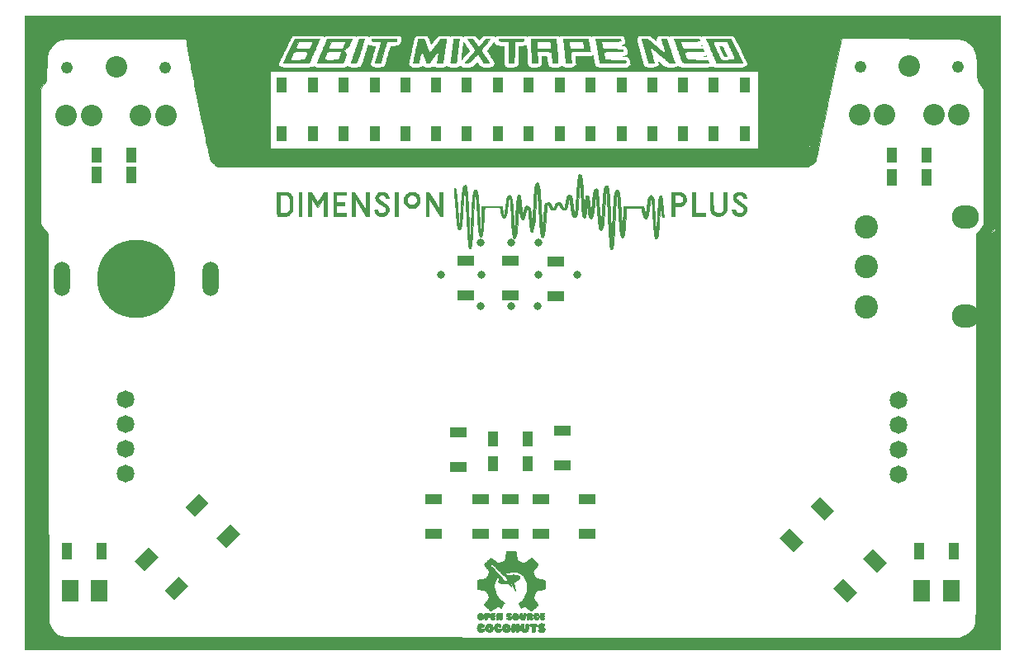
<source format=gbr>
G04 #@! TF.FileFunction,Soldermask,Top*
%FSLAX46Y46*%
G04 Gerber Fmt 4.6, Leading zero omitted, Abs format (unit mm)*
G04 Created by KiCad (PCBNEW 4.0.7-e0-6372~58~ubuntu16.04.1) date Wed May  1 15:48:21 2019*
%MOMM*%
%LPD*%
G01*
G04 APERTURE LIST*
%ADD10C,0.100000*%
%ADD11C,0.010000*%
%ADD12C,0.820000*%
%ADD13C,2.400000*%
%ADD14O,2.800000X2.400000*%
%ADD15R,1.020000X1.620000*%
%ADD16R,1.820000X2.320000*%
%ADD17C,1.820000*%
%ADD18C,2.201860*%
%ADD19C,1.220000*%
%ADD20R,1.720000X1.120000*%
%ADD21R,1.120000X1.720000*%
%ADD22O,1.620000X3.520000*%
%ADD23C,8.020000*%
G04 APERTURE END LIST*
D10*
D11*
G36*
X199999900Y-132499300D02*
X100000100Y-132499300D01*
X100000100Y-89499427D01*
X100535913Y-89499427D01*
X100537442Y-89511300D01*
X100544995Y-89529401D01*
X100559787Y-89555478D01*
X100583029Y-89591278D01*
X100615936Y-89638546D01*
X100659719Y-89699030D01*
X100715592Y-89774477D01*
X100784768Y-89866633D01*
X100859763Y-89965778D01*
X100941244Y-90072954D01*
X101008811Y-90161134D01*
X101063647Y-90231751D01*
X101106935Y-90286237D01*
X101139858Y-90326022D01*
X101163599Y-90352539D01*
X101179342Y-90367218D01*
X101188269Y-90371491D01*
X101191520Y-90367177D01*
X101189015Y-90354578D01*
X101178574Y-90333031D01*
X101159135Y-90301008D01*
X101129635Y-90256982D01*
X101089015Y-90199423D01*
X101036213Y-90126802D01*
X100970167Y-90037593D01*
X100889815Y-89930266D01*
X100867670Y-89900825D01*
X100787410Y-89794425D01*
X100720979Y-89706927D01*
X100667112Y-89636801D01*
X100624546Y-89582520D01*
X100592018Y-89542555D01*
X100568265Y-89515377D01*
X100552022Y-89499457D01*
X100542026Y-89493266D01*
X100537015Y-89495277D01*
X100535913Y-89499427D01*
X100000100Y-89499427D01*
X100000100Y-75038150D01*
X101614574Y-75038150D01*
X101643207Y-81979318D01*
X101645038Y-82418188D01*
X101646873Y-82848642D01*
X101648710Y-83270019D01*
X101650545Y-83681655D01*
X101652372Y-84082889D01*
X101654190Y-84473057D01*
X101655994Y-84851499D01*
X101657780Y-85217552D01*
X101659545Y-85570552D01*
X101661284Y-85909839D01*
X101662994Y-86234750D01*
X101664671Y-86544622D01*
X101666311Y-86838793D01*
X101667911Y-87116601D01*
X101669467Y-87377384D01*
X101670975Y-87620479D01*
X101672430Y-87845224D01*
X101673830Y-88050958D01*
X101675171Y-88237016D01*
X101676448Y-88402738D01*
X101677659Y-88547461D01*
X101678798Y-88670522D01*
X101679863Y-88771260D01*
X101680850Y-88849012D01*
X101681754Y-88903115D01*
X101682572Y-88932908D01*
X101683053Y-88938918D01*
X101692948Y-88952593D01*
X101716708Y-88984238D01*
X101752691Y-89031702D01*
X101799259Y-89092834D01*
X101854771Y-89165485D01*
X101917587Y-89247504D01*
X101986068Y-89336741D01*
X102033068Y-89397892D01*
X102371872Y-89838434D01*
X102379803Y-91645792D01*
X102380127Y-91727067D01*
X102380494Y-91833230D01*
X102380905Y-91963770D01*
X102381357Y-92118176D01*
X102381850Y-92295936D01*
X102382382Y-92496539D01*
X102382953Y-92719473D01*
X102383562Y-92964226D01*
X102384207Y-93230288D01*
X102384888Y-93517147D01*
X102385603Y-93824291D01*
X102386352Y-94151209D01*
X102387132Y-94497389D01*
X102387944Y-94862320D01*
X102388787Y-95245491D01*
X102389658Y-95646389D01*
X102390557Y-96064505D01*
X102391484Y-96499325D01*
X102392436Y-96950339D01*
X102393414Y-97417035D01*
X102394415Y-97898902D01*
X102395439Y-98395428D01*
X102396485Y-98906102D01*
X102397552Y-99430412D01*
X102398638Y-99967847D01*
X102399743Y-100517895D01*
X102400865Y-101080046D01*
X102402004Y-101653786D01*
X102403159Y-102238606D01*
X102404328Y-102833993D01*
X102405510Y-103439437D01*
X102406704Y-104054425D01*
X102407910Y-104678446D01*
X102409126Y-105310989D01*
X102410351Y-105951542D01*
X102411584Y-106599594D01*
X102412824Y-107254633D01*
X102414070Y-107916148D01*
X102415321Y-108583627D01*
X102416576Y-109256559D01*
X102417834Y-109934433D01*
X102419093Y-110616736D01*
X102420353Y-111302959D01*
X102420899Y-111601450D01*
X102454064Y-129749750D01*
X102581897Y-129997400D01*
X102623454Y-130077182D01*
X102665110Y-130155855D01*
X102704097Y-130228288D01*
X102737651Y-130289350D01*
X102763003Y-130333911D01*
X102766791Y-130340300D01*
X102893851Y-130529597D01*
X103037557Y-130701781D01*
X103196277Y-130855182D01*
X103368381Y-130988130D01*
X103451849Y-131042113D01*
X103511065Y-131075591D01*
X103578917Y-131109855D01*
X103648897Y-131142016D01*
X103714499Y-131169182D01*
X103769216Y-131188461D01*
X103797514Y-131195708D01*
X103830145Y-131199958D01*
X103881337Y-131204086D01*
X103951401Y-131208096D01*
X104040651Y-131211992D01*
X104149398Y-131215777D01*
X104277953Y-131219456D01*
X104426629Y-131223032D01*
X104595737Y-131226509D01*
X104785590Y-131229890D01*
X104996498Y-131233181D01*
X105228774Y-131236384D01*
X105482729Y-131239503D01*
X105758676Y-131242543D01*
X106056926Y-131245507D01*
X106377791Y-131248399D01*
X106721583Y-131251222D01*
X107088614Y-131253981D01*
X107479195Y-131256680D01*
X107893639Y-131259322D01*
X108332257Y-131261911D01*
X108795361Y-131264451D01*
X109283263Y-131266947D01*
X109760050Y-131269232D01*
X109881585Y-131269739D01*
X110028340Y-131270246D01*
X110200134Y-131270752D01*
X110396785Y-131271259D01*
X110618112Y-131271766D01*
X110863936Y-131272273D01*
X111134075Y-131272780D01*
X111428349Y-131273286D01*
X111746576Y-131273792D01*
X112088576Y-131274297D01*
X112454169Y-131274802D01*
X112843172Y-131275307D01*
X113255406Y-131275810D01*
X113690690Y-131276313D01*
X114148843Y-131276815D01*
X114629684Y-131277316D01*
X115133032Y-131277816D01*
X115658707Y-131278314D01*
X116206528Y-131278812D01*
X116776313Y-131279308D01*
X117367883Y-131279803D01*
X117981056Y-131280296D01*
X118615652Y-131280788D01*
X119271490Y-131281278D01*
X119948388Y-131281767D01*
X120646167Y-131282253D01*
X121364646Y-131282738D01*
X122103643Y-131283220D01*
X122862978Y-131283701D01*
X123642470Y-131284179D01*
X124441938Y-131284655D01*
X125261202Y-131285129D01*
X126100080Y-131285601D01*
X126958393Y-131286070D01*
X127835958Y-131286536D01*
X128732596Y-131287000D01*
X129648126Y-131287460D01*
X130582366Y-131287918D01*
X131535136Y-131288374D01*
X132506256Y-131288826D01*
X133495543Y-131289275D01*
X134502819Y-131289720D01*
X135527901Y-131290163D01*
X136570609Y-131290602D01*
X137630763Y-131291038D01*
X138708180Y-131291470D01*
X139802682Y-131291899D01*
X140914086Y-131292324D01*
X142042213Y-131292745D01*
X143186881Y-131293162D01*
X144347909Y-131293575D01*
X145525117Y-131293985D01*
X146718324Y-131294390D01*
X147927349Y-131294791D01*
X149152011Y-131295187D01*
X150392130Y-131295580D01*
X151647524Y-131295968D01*
X152918014Y-131296351D01*
X154203418Y-131296729D01*
X155503555Y-131297103D01*
X156818245Y-131297473D01*
X158147306Y-131297837D01*
X159490559Y-131298196D01*
X160847821Y-131298550D01*
X162218913Y-131298899D01*
X163603654Y-131299243D01*
X165001863Y-131299582D01*
X166413359Y-131299915D01*
X167837961Y-131300242D01*
X169275488Y-131300564D01*
X170725760Y-131300881D01*
X172188596Y-131301191D01*
X173663815Y-131301496D01*
X175151237Y-131301795D01*
X176650680Y-131302088D01*
X178161963Y-131302375D01*
X179684907Y-131302656D01*
X181219330Y-131302930D01*
X181336500Y-131302951D01*
X195839150Y-131305500D01*
X196081200Y-131214725D01*
X196209169Y-131165789D01*
X196316443Y-131122530D01*
X196406649Y-131083299D01*
X196483410Y-131046448D01*
X196550354Y-131010326D01*
X196609000Y-130974644D01*
X196644765Y-130951170D01*
X196678656Y-130927678D01*
X196712620Y-130902414D01*
X196748609Y-130873625D01*
X196788572Y-130839558D01*
X196834457Y-130798458D01*
X196888216Y-130748572D01*
X196951797Y-130688146D01*
X197027151Y-130615427D01*
X197116227Y-130528662D01*
X197220974Y-130426096D01*
X197244130Y-130403381D01*
X197289155Y-130353183D01*
X197328802Y-130298295D01*
X197349836Y-130261053D01*
X197373362Y-130204619D01*
X197395245Y-130137716D01*
X197415560Y-130059375D01*
X197434385Y-129968632D01*
X197451794Y-129864518D01*
X197467866Y-129746069D01*
X197482675Y-129612317D01*
X197496299Y-129462296D01*
X197508813Y-129295040D01*
X197520294Y-129109582D01*
X197530817Y-128904955D01*
X197540461Y-128680193D01*
X197549299Y-128434329D01*
X197557410Y-128166398D01*
X197564869Y-127875432D01*
X197571753Y-127560465D01*
X197574639Y-127412950D01*
X197576342Y-127317949D01*
X197577996Y-127215220D01*
X197579601Y-127104403D01*
X197581159Y-126985139D01*
X197582669Y-126857068D01*
X197584133Y-126719831D01*
X197585551Y-126573070D01*
X197586923Y-126416424D01*
X197588251Y-126249535D01*
X197589535Y-126072043D01*
X197590775Y-125883590D01*
X197591973Y-125683815D01*
X197593128Y-125472360D01*
X197594242Y-125248866D01*
X197595315Y-125012972D01*
X197596347Y-124764321D01*
X197597340Y-124502552D01*
X197598294Y-124227307D01*
X197599209Y-123938227D01*
X197600087Y-123634951D01*
X197600927Y-123317121D01*
X197601731Y-122984378D01*
X197602499Y-122636362D01*
X197603231Y-122272714D01*
X197603929Y-121893075D01*
X197604593Y-121497086D01*
X197605223Y-121084388D01*
X197605821Y-120654620D01*
X197606386Y-120207425D01*
X197606920Y-119742442D01*
X197607422Y-119259313D01*
X197607895Y-118757678D01*
X197608338Y-118237179D01*
X197608751Y-117697455D01*
X197609137Y-117138148D01*
X197609494Y-116558898D01*
X197609825Y-115959346D01*
X197610128Y-115339133D01*
X197610406Y-114697900D01*
X197610659Y-114035288D01*
X197610886Y-113350937D01*
X197611090Y-112644487D01*
X197611270Y-111915581D01*
X197611428Y-111163858D01*
X197611563Y-110388959D01*
X197611677Y-109590526D01*
X197611770Y-108768198D01*
X197611842Y-107921617D01*
X197611895Y-107050424D01*
X197611929Y-106154258D01*
X197611933Y-105979377D01*
X197612291Y-90342276D01*
X198908455Y-90342276D01*
X198909686Y-90367090D01*
X198912582Y-90372598D01*
X198920812Y-90360693D01*
X198941260Y-90329691D01*
X198972441Y-90281883D01*
X199012870Y-90219558D01*
X199061063Y-90145007D01*
X199115536Y-90060520D01*
X199174804Y-89968388D01*
X199200091Y-89929021D01*
X199480295Y-89492596D01*
X199476572Y-89418736D01*
X199472850Y-89344875D01*
X199193450Y-89786112D01*
X199124487Y-89895100D01*
X199067895Y-89984918D01*
X199022425Y-90057839D01*
X198986832Y-90116134D01*
X198959870Y-90162076D01*
X198940292Y-90197938D01*
X198926852Y-90225992D01*
X198918304Y-90248511D01*
X198913401Y-90267765D01*
X198910898Y-90286029D01*
X198909663Y-90303550D01*
X198908455Y-90342276D01*
X197612291Y-90342276D01*
X197612300Y-89956005D01*
X197955200Y-89421133D01*
X198298100Y-88886262D01*
X198298100Y-75006207D01*
X197702676Y-74212465D01*
X197682780Y-73539457D01*
X197674695Y-73273149D01*
X197666832Y-73030735D01*
X197659060Y-72810716D01*
X197651244Y-72611589D01*
X197643251Y-72431851D01*
X197634948Y-72270002D01*
X197626203Y-72124539D01*
X197616881Y-71993961D01*
X197606849Y-71876765D01*
X197595975Y-71771450D01*
X197584125Y-71676514D01*
X197571165Y-71590455D01*
X197556964Y-71511771D01*
X197541387Y-71438960D01*
X197524301Y-71370521D01*
X197505573Y-71304951D01*
X197485070Y-71240749D01*
X197476727Y-71216230D01*
X197439522Y-71118021D01*
X197396747Y-71024601D01*
X197346480Y-70933345D01*
X197286799Y-70841629D01*
X197215781Y-70746827D01*
X197131503Y-70646314D01*
X197032043Y-70537465D01*
X196915477Y-70417655D01*
X196829504Y-70332537D01*
X196760397Y-70265419D01*
X196705275Y-70213409D01*
X196660367Y-70173456D01*
X196621901Y-70142506D01*
X196586104Y-70117506D01*
X196549205Y-70095404D01*
X196511760Y-70075376D01*
X196430888Y-70037821D01*
X196341245Y-70004614D01*
X196240797Y-69975411D01*
X196127511Y-69949865D01*
X195999353Y-69927631D01*
X195854291Y-69908363D01*
X195690291Y-69891716D01*
X195505319Y-69877344D01*
X195297344Y-69864902D01*
X195262800Y-69863118D01*
X195196152Y-69859974D01*
X195123256Y-69856997D01*
X195043406Y-69854184D01*
X194955895Y-69851530D01*
X194860018Y-69849032D01*
X194755066Y-69846684D01*
X194640335Y-69844485D01*
X194515118Y-69842428D01*
X194378708Y-69840510D01*
X194230398Y-69838728D01*
X194069483Y-69837076D01*
X193895257Y-69835552D01*
X193707011Y-69834150D01*
X193504042Y-69832867D01*
X193285640Y-69831698D01*
X193051102Y-69830640D01*
X192799719Y-69829689D01*
X192530786Y-69828840D01*
X192243596Y-69828090D01*
X191937443Y-69827434D01*
X191611620Y-69826868D01*
X191265421Y-69826388D01*
X190898139Y-69825991D01*
X190509069Y-69825671D01*
X190097504Y-69825426D01*
X189662736Y-69825250D01*
X189204061Y-69825140D01*
X188720771Y-69825092D01*
X188665150Y-69825091D01*
X183737550Y-69824971D01*
X182430782Y-76114560D01*
X182331458Y-76592575D01*
X182237156Y-77046336D01*
X182147745Y-77476459D01*
X182063094Y-77883562D01*
X181983074Y-78268262D01*
X181907553Y-78631177D01*
X181836402Y-78972924D01*
X181769490Y-79294120D01*
X181706686Y-79595383D01*
X181647860Y-79877330D01*
X181592882Y-80140578D01*
X181541621Y-80385745D01*
X181493947Y-80613448D01*
X181449729Y-80824304D01*
X181408837Y-81018931D01*
X181371141Y-81197946D01*
X181336510Y-81361966D01*
X181304813Y-81511609D01*
X181275921Y-81647492D01*
X181249702Y-81770232D01*
X181226027Y-81880447D01*
X181204764Y-81978753D01*
X181185784Y-82065770D01*
X181168956Y-82142112D01*
X181154150Y-82208399D01*
X181141235Y-82265247D01*
X181130081Y-82313274D01*
X181120557Y-82353097D01*
X181112533Y-82385333D01*
X181105878Y-82410600D01*
X181100463Y-82429515D01*
X181096156Y-82442696D01*
X181092827Y-82450759D01*
X181091642Y-82452839D01*
X181060522Y-82491392D01*
X181013138Y-82539823D01*
X180954288Y-82593805D01*
X180888766Y-82649013D01*
X180821369Y-82701122D01*
X180796511Y-82719037D01*
X180757275Y-82744472D01*
X180700962Y-82778018D01*
X180633226Y-82816453D01*
X180559721Y-82856553D01*
X180501731Y-82887064D01*
X180290490Y-82996218D01*
X160011270Y-82983127D01*
X159243795Y-82982630D01*
X158469350Y-82982126D01*
X157688692Y-82981615D01*
X156902577Y-82981097D01*
X156111760Y-82980574D01*
X155316997Y-82980046D01*
X154519046Y-82979514D01*
X153718661Y-82978977D01*
X152916599Y-82978437D01*
X152113616Y-82977893D01*
X151310469Y-82977348D01*
X150507913Y-82976800D01*
X149706704Y-82976251D01*
X148907598Y-82975701D01*
X148111352Y-82975151D01*
X147318721Y-82974601D01*
X146530463Y-82974052D01*
X145747332Y-82973504D01*
X144970085Y-82972958D01*
X144199477Y-82972414D01*
X143436266Y-82971873D01*
X142681208Y-82971336D01*
X141935057Y-82970803D01*
X141198571Y-82970274D01*
X140472505Y-82969751D01*
X139757616Y-82969233D01*
X139054659Y-82968721D01*
X138364391Y-82968216D01*
X137687568Y-82967718D01*
X137024946Y-82967228D01*
X136377281Y-82966746D01*
X135745329Y-82966273D01*
X135129846Y-82965810D01*
X134531588Y-82965356D01*
X133951312Y-82964913D01*
X133389773Y-82964481D01*
X132847728Y-82964060D01*
X132325933Y-82963652D01*
X131825143Y-82963256D01*
X131346115Y-82962873D01*
X130889605Y-82962504D01*
X130456369Y-82962149D01*
X130047163Y-82961809D01*
X129733173Y-82961545D01*
X119734296Y-82953055D01*
X119548220Y-82811952D01*
X119473731Y-82753489D01*
X119397294Y-82689970D01*
X119322040Y-82624327D01*
X119251095Y-82559493D01*
X119187590Y-82498402D01*
X119134652Y-82443986D01*
X119095411Y-82399178D01*
X119072996Y-82366912D01*
X119072556Y-82366050D01*
X119061144Y-82335673D01*
X119044868Y-82280411D01*
X119023737Y-82200303D01*
X118997761Y-82095393D01*
X118981350Y-82026325D01*
X180280043Y-82026325D01*
X180280923Y-82040277D01*
X180295673Y-82039680D01*
X180318140Y-82025613D01*
X180326172Y-82018227D01*
X180334881Y-82004360D01*
X180345765Y-81977613D01*
X180358990Y-81937236D01*
X180374724Y-81882476D01*
X180393136Y-81812582D01*
X180414393Y-81726804D01*
X180438662Y-81624388D01*
X180466111Y-81504584D01*
X180496909Y-81366639D01*
X180531222Y-81209804D01*
X180569219Y-81033325D01*
X180611067Y-80836452D01*
X180656934Y-80618433D01*
X180706988Y-80378516D01*
X180761396Y-80115950D01*
X180820326Y-79829984D01*
X180883946Y-79519865D01*
X180886263Y-79508550D01*
X180912660Y-79379260D01*
X180941989Y-79234977D01*
X180973960Y-79077156D01*
X181008284Y-78907255D01*
X181044671Y-78726730D01*
X181082831Y-78537038D01*
X181122475Y-78339635D01*
X181163312Y-78135978D01*
X181205054Y-77927524D01*
X181247410Y-77715728D01*
X181290091Y-77502049D01*
X181332807Y-77287942D01*
X181375268Y-77074864D01*
X181417186Y-76864272D01*
X181458269Y-76657622D01*
X181498228Y-76456371D01*
X181536774Y-76261975D01*
X181573617Y-76075892D01*
X181608467Y-75899578D01*
X181641035Y-75734489D01*
X181671030Y-75582082D01*
X181698164Y-75443814D01*
X181722146Y-75321141D01*
X181742687Y-75215521D01*
X181759497Y-75128409D01*
X181772287Y-75061262D01*
X181780766Y-75015537D01*
X181784645Y-74992690D01*
X181784849Y-74990297D01*
X181781929Y-75001602D01*
X181773947Y-75036769D01*
X181761114Y-75094814D01*
X181743641Y-75174752D01*
X181721739Y-75275599D01*
X181695618Y-75396370D01*
X181665491Y-75536080D01*
X181631567Y-75693746D01*
X181594059Y-75868383D01*
X181553177Y-76059006D01*
X181509132Y-76264632D01*
X181462135Y-76484274D01*
X181412398Y-76716950D01*
X181360131Y-76961674D01*
X181305546Y-77217462D01*
X181248853Y-77483329D01*
X181190263Y-77758292D01*
X181129989Y-78041365D01*
X181068240Y-78331564D01*
X181033542Y-78494720D01*
X180971009Y-78788775D01*
X180909821Y-79076421D01*
X180850191Y-79356663D01*
X180792330Y-79628507D01*
X180736451Y-79890958D01*
X180682766Y-80143022D01*
X180631487Y-80383704D01*
X180582826Y-80612009D01*
X180536997Y-80826943D01*
X180494210Y-81027511D01*
X180454678Y-81212718D01*
X180418613Y-81381571D01*
X180386228Y-81533074D01*
X180357734Y-81666233D01*
X180333344Y-81780053D01*
X180313270Y-81873540D01*
X180297725Y-81945699D01*
X180286920Y-81995535D01*
X180281067Y-82022054D01*
X180280043Y-82026325D01*
X118981350Y-82026325D01*
X118966949Y-81965723D01*
X118931309Y-81811333D01*
X118890851Y-81632265D01*
X118845584Y-81428562D01*
X118795518Y-81200266D01*
X118740661Y-80947418D01*
X118681022Y-80670059D01*
X118616611Y-80368232D01*
X118547437Y-80041979D01*
X118473509Y-79691341D01*
X118394836Y-79316361D01*
X118311427Y-78917079D01*
X118223292Y-78493538D01*
X118191449Y-78340150D01*
X118101606Y-77906232D01*
X118012742Y-77475292D01*
X117925031Y-77048212D01*
X117838645Y-76625872D01*
X117753756Y-76209152D01*
X117670536Y-75798934D01*
X117589157Y-75396096D01*
X117509792Y-75001521D01*
X117432614Y-74616089D01*
X117357794Y-74240680D01*
X117285505Y-73876174D01*
X117215919Y-73523453D01*
X117153055Y-73203000D01*
X125171500Y-73203000D01*
X125171500Y-81102400D01*
X175184100Y-81102400D01*
X175184100Y-74935491D01*
X181789102Y-74935491D01*
X181791437Y-74951963D01*
X181795772Y-74952160D01*
X181798804Y-74935162D01*
X181796775Y-74927818D01*
X181791136Y-74923008D01*
X181789102Y-74935491D01*
X175184100Y-74935491D01*
X175184100Y-74871991D01*
X181801802Y-74871991D01*
X181804137Y-74888463D01*
X181808472Y-74888660D01*
X181811504Y-74871662D01*
X181809475Y-74864318D01*
X181803836Y-74859508D01*
X181801802Y-74871991D01*
X175184100Y-74871991D01*
X175184100Y-74815900D01*
X181813500Y-74815900D01*
X181818146Y-74826353D01*
X181821966Y-74824366D01*
X181823486Y-74809294D01*
X181821966Y-74807433D01*
X181814416Y-74809176D01*
X181813500Y-74815900D01*
X175184100Y-74815900D01*
X175184100Y-74752400D01*
X181826200Y-74752400D01*
X181830846Y-74762853D01*
X181834666Y-74760866D01*
X181836186Y-74745794D01*
X181834666Y-74743933D01*
X181827116Y-74745676D01*
X181826200Y-74752400D01*
X175184100Y-74752400D01*
X175184100Y-73203000D01*
X125171500Y-73203000D01*
X117153055Y-73203000D01*
X117149209Y-73183398D01*
X117085546Y-72856887D01*
X117025103Y-72544803D01*
X117014820Y-72491305D01*
X125986942Y-72491305D01*
X125997590Y-72529723D01*
X126021694Y-72566044D01*
X126061586Y-72602642D01*
X126119593Y-72641888D01*
X126198046Y-72686155D01*
X126244650Y-72710393D01*
X126273883Y-72725555D01*
X126299619Y-72738925D01*
X126323562Y-72750621D01*
X126347416Y-72760763D01*
X126372887Y-72769469D01*
X126401680Y-72776859D01*
X126435498Y-72783052D01*
X126476047Y-72788166D01*
X126525032Y-72792321D01*
X126584156Y-72795635D01*
X126655126Y-72798228D01*
X126739646Y-72800219D01*
X126839420Y-72801726D01*
X126956153Y-72802868D01*
X127091551Y-72803765D01*
X127247317Y-72804536D01*
X127425157Y-72805299D01*
X127616250Y-72806126D01*
X127804752Y-72806808D01*
X127988958Y-72807154D01*
X128166600Y-72807174D01*
X128335408Y-72806881D01*
X128493116Y-72806286D01*
X128637455Y-72805402D01*
X128766156Y-72804240D01*
X128876953Y-72802812D01*
X128967576Y-72801131D01*
X129035758Y-72799208D01*
X129051697Y-72798577D01*
X129146101Y-72794356D01*
X129219736Y-72790516D01*
X129277216Y-72786435D01*
X129323153Y-72781495D01*
X129362159Y-72775077D01*
X129398846Y-72766561D01*
X129437828Y-72755328D01*
X129483716Y-72740759D01*
X129484705Y-72740439D01*
X129542362Y-72722382D01*
X129592590Y-72707724D01*
X129629646Y-72698074D01*
X129646994Y-72695000D01*
X129666958Y-72699878D01*
X129704394Y-72713100D01*
X129753631Y-72732547D01*
X129799974Y-72752150D01*
X129931224Y-72809300D01*
X132761899Y-72809300D01*
X132887090Y-72758361D01*
X132942434Y-72735139D01*
X132991740Y-72713181D01*
X133028432Y-72695484D01*
X133042786Y-72687435D01*
X133062876Y-72677229D01*
X133085309Y-72674014D01*
X133114523Y-72678792D01*
X133154954Y-72692567D01*
X133211042Y-72716344D01*
X133251470Y-72734643D01*
X133322108Y-72764224D01*
X133384678Y-72783016D01*
X133452033Y-72794632D01*
X133473720Y-72797113D01*
X133563602Y-72804101D01*
X133664650Y-72807794D01*
X133772077Y-72808394D01*
X133881097Y-72806103D01*
X133986923Y-72801122D01*
X134084767Y-72793652D01*
X134169843Y-72783895D01*
X134237364Y-72772053D01*
X134268568Y-72763667D01*
X134368792Y-72717809D01*
X134459316Y-72651411D01*
X134533844Y-72569102D01*
X134534643Y-72568000D01*
X134545790Y-72551074D01*
X134557616Y-72529663D01*
X134570708Y-72502084D01*
X134585653Y-72466657D01*
X134603040Y-72421700D01*
X134623455Y-72365532D01*
X134647487Y-72296472D01*
X134675724Y-72212840D01*
X134708753Y-72112953D01*
X134747161Y-71995132D01*
X134791537Y-71857694D01*
X134842469Y-71698959D01*
X134885393Y-71564700D01*
X134945412Y-71376911D01*
X134998274Y-71211906D01*
X135044473Y-71068245D01*
X135084503Y-70944491D01*
X135118858Y-70839206D01*
X135148030Y-70750952D01*
X135172515Y-70678291D01*
X135192805Y-70619784D01*
X135209394Y-70573996D01*
X135222775Y-70539486D01*
X135233444Y-70514818D01*
X135241892Y-70498553D01*
X135248615Y-70489254D01*
X135254105Y-70485483D01*
X135256020Y-70485200D01*
X135271120Y-70490310D01*
X135302987Y-70503892D01*
X135345541Y-70523321D01*
X135358892Y-70529616D01*
X135421148Y-70555435D01*
X135487115Y-70574479D01*
X135561747Y-70587532D01*
X135649999Y-70595381D01*
X135756827Y-70598811D01*
X135797249Y-70599107D01*
X135951849Y-70599500D01*
X135907123Y-70767775D01*
X135893228Y-70818505D01*
X135873144Y-70889669D01*
X135847996Y-70977379D01*
X135818913Y-71077744D01*
X135787022Y-71186876D01*
X135753450Y-71300885D01*
X135719324Y-71415883D01*
X135716607Y-71425000D01*
X135655205Y-71631785D01*
X135601452Y-71814636D01*
X135555276Y-71973816D01*
X135516602Y-72109587D01*
X135485358Y-72222214D01*
X135461471Y-72311958D01*
X135444867Y-72379083D01*
X135435473Y-72423852D01*
X135433100Y-72444033D01*
X135444962Y-72502499D01*
X135478653Y-72563654D01*
X135531324Y-72624161D01*
X135600129Y-72680685D01*
X135672987Y-72725127D01*
X135728976Y-72752292D01*
X135782649Y-72772503D01*
X135840243Y-72787195D01*
X135907992Y-72797805D01*
X135992132Y-72805769D01*
X136036350Y-72808831D01*
X136100258Y-72812534D01*
X136156283Y-72814636D01*
X136210585Y-72815048D01*
X136269322Y-72813682D01*
X136338652Y-72810450D01*
X136424733Y-72805263D01*
X136464227Y-72802688D01*
X136588155Y-72787632D01*
X136699074Y-72760316D01*
X136793803Y-72721876D01*
X136869161Y-72673446D01*
X136896084Y-72648508D01*
X136913321Y-72627266D01*
X136931236Y-72598485D01*
X136950319Y-72560674D01*
X136971058Y-72512343D01*
X136993943Y-72452000D01*
X137002839Y-72426256D01*
X139360506Y-72426256D01*
X139365138Y-72480234D01*
X139376344Y-72525410D01*
X139394230Y-72563779D01*
X139418902Y-72597333D01*
X139450467Y-72628065D01*
X139489031Y-72657970D01*
X139534701Y-72689041D01*
X139560419Y-72705755D01*
X139608587Y-72735639D01*
X139652509Y-72759132D01*
X139696182Y-72776995D01*
X139743597Y-72789989D01*
X139798750Y-72798875D01*
X139865635Y-72804413D01*
X139948244Y-72807365D01*
X140050572Y-72808491D01*
X140100350Y-72808602D01*
X140218327Y-72808050D01*
X140315498Y-72805856D01*
X140396434Y-72801484D01*
X140465705Y-72794397D01*
X140527880Y-72784059D01*
X140587529Y-72769933D01*
X140649224Y-72751483D01*
X140682996Y-72740219D01*
X140808442Y-72697292D01*
X140866655Y-72722245D01*
X140986539Y-72762911D01*
X141123531Y-72790751D01*
X141272708Y-72805585D01*
X141429150Y-72807230D01*
X141587935Y-72795507D01*
X141744142Y-72770234D01*
X141803226Y-72756685D01*
X141905903Y-72731033D01*
X142069232Y-72764681D01*
X142145102Y-72779125D01*
X142225989Y-72792571D01*
X142301467Y-72803384D01*
X142353905Y-72809315D01*
X142428847Y-72813974D01*
X142516315Y-72816004D01*
X142610374Y-72815598D01*
X142705091Y-72812949D01*
X142794530Y-72808248D01*
X142872757Y-72801690D01*
X142933838Y-72793466D01*
X142951500Y-72789902D01*
X143018355Y-72773046D01*
X143070728Y-72755505D01*
X143119266Y-72732885D01*
X143174614Y-72700794D01*
X143188921Y-72691927D01*
X143267593Y-72642811D01*
X143332012Y-72687124D01*
X143394631Y-72725899D01*
X143459603Y-72756464D01*
X143530749Y-72779603D01*
X143611892Y-72796102D01*
X143706855Y-72806743D01*
X143819460Y-72812311D01*
X143948450Y-72813610D01*
X144083324Y-72811215D01*
X144196866Y-72804473D01*
X144292896Y-72792589D01*
X144375230Y-72774767D01*
X144447688Y-72750215D01*
X144514088Y-72718136D01*
X144568187Y-72684650D01*
X144601768Y-72662170D01*
X144627599Y-72645332D01*
X144635352Y-72640542D01*
X144650613Y-72644183D01*
X144682100Y-72659952D01*
X144725278Y-72685343D01*
X144775613Y-72717848D01*
X144777698Y-72719253D01*
X144906242Y-72805943D01*
X145151246Y-72812002D01*
X145306481Y-72813863D01*
X145446680Y-72811527D01*
X145569424Y-72805129D01*
X145672293Y-72794803D01*
X145752869Y-72780685D01*
X145764550Y-72777821D01*
X145814571Y-72762032D01*
X145874575Y-72739005D01*
X145932167Y-72713521D01*
X145936000Y-72711665D01*
X145973733Y-72691944D01*
X146008455Y-72670149D01*
X146044207Y-72642948D01*
X146085030Y-72607011D01*
X146134966Y-72559006D01*
X146197707Y-72495956D01*
X146251276Y-72442516D01*
X146299829Y-72396011D01*
X146340221Y-72359301D01*
X146369306Y-72335245D01*
X146383883Y-72326700D01*
X146398495Y-72336176D01*
X146425222Y-72362217D01*
X146460712Y-72401242D01*
X146501610Y-72449671D01*
X146517696Y-72469575D01*
X146594577Y-72561223D01*
X146664159Y-72633210D01*
X146730430Y-72688629D01*
X146797380Y-72730573D01*
X146868998Y-72762135D01*
X146913900Y-72776800D01*
X146981215Y-72791432D01*
X147067920Y-72802550D01*
X147169027Y-72810188D01*
X147279550Y-72814383D01*
X147394503Y-72815168D01*
X147508896Y-72812578D01*
X147617745Y-72806649D01*
X147716061Y-72797416D01*
X147798859Y-72784912D01*
X147858116Y-72770197D01*
X147960799Y-72725358D01*
X148046621Y-72665359D01*
X148113804Y-72592341D01*
X148160570Y-72508445D01*
X148185140Y-72415815D01*
X148188474Y-72372280D01*
X148187668Y-72341113D01*
X148183224Y-72309262D01*
X148174030Y-72274656D01*
X148158974Y-72235223D01*
X148136942Y-72188893D01*
X148106822Y-72133594D01*
X148067502Y-72067257D01*
X148017870Y-71987809D01*
X147956812Y-71893179D01*
X147883217Y-71781298D01*
X147819477Y-71685350D01*
X147755516Y-71589069D01*
X147693899Y-71495811D01*
X147636546Y-71408519D01*
X147585379Y-71330134D01*
X147542316Y-71263601D01*
X147509278Y-71211862D01*
X147488185Y-71177861D01*
X147486257Y-71174621D01*
X147432235Y-71082992D01*
X147458482Y-71046131D01*
X147473668Y-71026477D01*
X147502670Y-70990454D01*
X147542967Y-70941136D01*
X147592035Y-70881598D01*
X147647351Y-70814918D01*
X147695860Y-70756759D01*
X147760908Y-70678256D01*
X147827530Y-70596598D01*
X147891750Y-70516747D01*
X147949594Y-70443666D01*
X147997086Y-70382316D01*
X148016870Y-70356026D01*
X148056276Y-70303449D01*
X148090457Y-70258937D01*
X148116551Y-70226133D01*
X148131698Y-70208678D01*
X148134093Y-70206801D01*
X148140752Y-70217447D01*
X148150071Y-70245902D01*
X148156734Y-70272067D01*
X148179954Y-70347673D01*
X148213111Y-70411644D01*
X148258016Y-70464759D01*
X148316476Y-70507796D01*
X148390302Y-70541535D01*
X148481302Y-70566753D01*
X148591286Y-70584230D01*
X148722063Y-70594744D01*
X148875442Y-70599073D01*
X148917083Y-70599279D01*
X149123216Y-70599500D01*
X149132983Y-70634425D01*
X149135908Y-70654596D01*
X149138284Y-70692729D01*
X149140110Y-70749601D01*
X149141391Y-70825987D01*
X149142127Y-70922664D01*
X149142320Y-71040408D01*
X149141974Y-71179995D01*
X149141090Y-71342201D01*
X149139670Y-71527803D01*
X149137717Y-71737576D01*
X149136352Y-71869500D01*
X149134811Y-72017537D01*
X149133811Y-72142512D01*
X149133649Y-72246759D01*
X149134626Y-72332613D01*
X149137039Y-72402411D01*
X149141189Y-72458488D01*
X149147373Y-72503178D01*
X149155890Y-72538819D01*
X149167040Y-72567745D01*
X149181121Y-72592292D01*
X149198432Y-72614795D01*
X149219272Y-72637590D01*
X149236983Y-72655856D01*
X149295139Y-72708213D01*
X149356805Y-72746784D01*
X149430515Y-72776302D01*
X149480061Y-72790595D01*
X149524033Y-72797954D01*
X149588515Y-72803319D01*
X149668700Y-72806760D01*
X149759782Y-72808350D01*
X149856955Y-72808159D01*
X149955412Y-72806258D01*
X150050348Y-72802720D01*
X150136956Y-72797615D01*
X150210430Y-72791014D01*
X150265964Y-72782989D01*
X150284799Y-72778662D01*
X150402637Y-72733210D01*
X150509643Y-72665259D01*
X150553421Y-72628302D01*
X150580106Y-72603637D01*
X150602140Y-72581115D01*
X150620020Y-72558085D01*
X150634244Y-72531895D01*
X150645309Y-72499894D01*
X150653712Y-72459428D01*
X150659949Y-72407848D01*
X150664517Y-72342500D01*
X150667915Y-72260734D01*
X150670638Y-72159897D01*
X150673184Y-72037338D01*
X150674222Y-71983800D01*
X150676573Y-71853319D01*
X150678840Y-71710910D01*
X150680933Y-71563446D01*
X150682763Y-71417802D01*
X150684239Y-71280852D01*
X150685272Y-71159471D01*
X150685558Y-71113850D01*
X150686364Y-71013397D01*
X150687624Y-70918641D01*
X150689251Y-70833255D01*
X150691157Y-70760911D01*
X150693254Y-70705283D01*
X150695456Y-70670045D01*
X150696266Y-70663000D01*
X150704850Y-70605850D01*
X150933450Y-70597384D01*
X151058264Y-70590960D01*
X151161217Y-70581450D01*
X151245723Y-70568287D01*
X151315196Y-70550905D01*
X151373050Y-70528738D01*
X151386293Y-70522282D01*
X151422657Y-70506632D01*
X151442776Y-70505865D01*
X151447610Y-70510293D01*
X151450271Y-70518593D01*
X151452908Y-70535778D01*
X151455586Y-70563363D01*
X151458375Y-70602865D01*
X151461341Y-70655798D01*
X151464551Y-70723680D01*
X151468075Y-70808024D01*
X151471978Y-70910348D01*
X151476329Y-71032167D01*
X151481194Y-71174997D01*
X151486642Y-71340353D01*
X151492031Y-71507550D01*
X151498280Y-71697263D01*
X151504270Y-71863382D01*
X151510252Y-72007706D01*
X151516476Y-72132036D01*
X151523195Y-72238170D01*
X151530660Y-72327910D01*
X151539122Y-72403055D01*
X151548833Y-72465405D01*
X151560044Y-72516761D01*
X151573006Y-72558921D01*
X151587971Y-72593687D01*
X151605189Y-72622859D01*
X151624914Y-72648236D01*
X151647395Y-72671618D01*
X151655675Y-72679400D01*
X151705081Y-72717557D01*
X151763770Y-72748233D01*
X151834419Y-72771989D01*
X151919705Y-72789389D01*
X152022304Y-72800994D01*
X152144894Y-72807366D01*
X152273300Y-72809091D01*
X152418463Y-72806813D01*
X152541773Y-72799404D01*
X152646412Y-72786003D01*
X152735566Y-72765751D01*
X152812418Y-72737785D01*
X152880154Y-72701247D01*
X152941956Y-72655274D01*
X152983201Y-72617209D01*
X153005432Y-72594616D01*
X153023338Y-72573631D01*
X153037356Y-72551329D01*
X153047923Y-72524786D01*
X153055478Y-72491074D01*
X153060457Y-72447268D01*
X153063298Y-72390443D01*
X153064438Y-72317674D01*
X153064315Y-72226033D01*
X153063366Y-72112597D01*
X153063075Y-72082950D01*
X153059100Y-71680450D01*
X153106559Y-71671547D01*
X153141271Y-71668471D01*
X153194141Y-71667755D01*
X153258070Y-71669073D01*
X153325958Y-71672099D01*
X153390705Y-71676506D01*
X153445212Y-71681967D01*
X153482380Y-71688158D01*
X153485429Y-71688960D01*
X153501240Y-71694479D01*
X153513779Y-71703109D01*
X153523753Y-71717904D01*
X153531875Y-71741921D01*
X153538852Y-71778213D01*
X153545394Y-71829837D01*
X153552213Y-71899847D01*
X153560016Y-71991299D01*
X153562406Y-72020338D01*
X153574347Y-72155958D01*
X153586433Y-72269096D01*
X153599440Y-72362659D01*
X153614140Y-72439556D01*
X153631307Y-72502697D01*
X153651715Y-72554990D01*
X153676137Y-72599345D01*
X153705346Y-72638670D01*
X153735529Y-72671329D01*
X153780388Y-72710811D01*
X153829963Y-72742691D01*
X153887278Y-72767651D01*
X153955360Y-72786374D01*
X154037233Y-72799541D01*
X154135924Y-72807834D01*
X154254457Y-72811936D01*
X154362450Y-72812665D01*
X154482845Y-72811446D01*
X154582309Y-72807817D01*
X154665257Y-72801035D01*
X154736104Y-72790360D01*
X154799263Y-72775049D01*
X154859149Y-72754359D01*
X154920177Y-72727551D01*
X154946906Y-72714440D01*
X154996088Y-72690214D01*
X155036859Y-72671021D01*
X155063886Y-72659321D01*
X155071618Y-72656900D01*
X155086929Y-72663583D01*
X155115642Y-72680800D01*
X155140030Y-72696982D01*
X155217535Y-72738458D01*
X155316322Y-72771916D01*
X155433414Y-72796861D01*
X155565832Y-72812796D01*
X155710598Y-72819227D01*
X155856062Y-72816123D01*
X155978190Y-72807138D01*
X156081534Y-72792647D01*
X156172476Y-72770574D01*
X156257399Y-72738841D01*
X156342686Y-72695372D01*
X156434720Y-72638091D01*
X156463916Y-72618372D01*
X156514334Y-72583199D01*
X156546876Y-72558174D01*
X156565021Y-72539694D01*
X156572249Y-72524157D01*
X156572040Y-72507961D01*
X156571825Y-72506645D01*
X156564690Y-72457804D01*
X156556918Y-72393265D01*
X156548793Y-72316664D01*
X156540599Y-72231636D01*
X156532619Y-72141816D01*
X156525138Y-72050838D01*
X156518440Y-71962339D01*
X156512808Y-71879952D01*
X156508527Y-71807314D01*
X156505880Y-71748060D01*
X156505153Y-71705823D01*
X156506627Y-71684241D01*
X156507440Y-71682426D01*
X156521038Y-71680991D01*
X156557718Y-71679293D01*
X156615164Y-71677388D01*
X156691062Y-71675331D01*
X156783095Y-71673178D01*
X156888947Y-71670984D01*
X157006303Y-71668804D01*
X157132847Y-71666695D01*
X157216305Y-71665427D01*
X157395033Y-71662587D01*
X157550200Y-71659594D01*
X157683646Y-71656338D01*
X157797210Y-71652713D01*
X157892730Y-71648611D01*
X157972047Y-71643925D01*
X158036998Y-71638546D01*
X158089424Y-71632368D01*
X158131164Y-71625283D01*
X158164057Y-71617182D01*
X158188498Y-71608569D01*
X158217956Y-71596637D01*
X158235172Y-71590374D01*
X158236480Y-71590100D01*
X158245557Y-71602387D01*
X158258041Y-71638168D01*
X158273552Y-71695819D01*
X158291712Y-71773717D01*
X158312139Y-71870240D01*
X158334455Y-71983764D01*
X158356801Y-72104450D01*
X158382691Y-72241103D01*
X158407508Y-72355067D01*
X158432512Y-72448943D01*
X158458959Y-72525336D01*
X158488109Y-72586847D01*
X158521217Y-72636079D01*
X158559543Y-72675637D01*
X158604345Y-72708121D01*
X158656880Y-72736136D01*
X158663581Y-72739238D01*
X158688785Y-72750830D01*
X158711865Y-72761190D01*
X158734316Y-72770383D01*
X158757632Y-72778475D01*
X158783308Y-72785531D01*
X158812839Y-72791618D01*
X158847720Y-72796801D01*
X158889446Y-72801145D01*
X158939511Y-72804716D01*
X158999410Y-72807580D01*
X159070639Y-72809802D01*
X159154691Y-72811447D01*
X159253063Y-72812582D01*
X159367248Y-72813272D01*
X159498741Y-72813583D01*
X159649038Y-72813579D01*
X159819633Y-72813328D01*
X160012021Y-72812894D01*
X160227697Y-72812342D01*
X160323914Y-72812096D01*
X161726079Y-72808542D01*
X161879065Y-72723196D01*
X161941057Y-72687015D01*
X162000064Y-72649734D01*
X162049816Y-72615496D01*
X162084042Y-72588445D01*
X162086626Y-72586051D01*
X162115306Y-72557775D01*
X162131613Y-72535384D01*
X162139029Y-72509948D01*
X162141036Y-72472537D01*
X162141099Y-72446351D01*
X162137151Y-72383511D01*
X162126284Y-72303246D01*
X162109786Y-72212168D01*
X162088945Y-72116890D01*
X162065050Y-72024023D01*
X162047070Y-71963601D01*
X162009117Y-71867172D01*
X161962684Y-71792123D01*
X161905633Y-71735237D01*
X161885543Y-71720846D01*
X161868164Y-71709796D01*
X161851238Y-71701186D01*
X161831208Y-71694520D01*
X161804515Y-71689302D01*
X161767603Y-71685036D01*
X161716913Y-71681226D01*
X161648889Y-71677377D01*
X161559973Y-71672993D01*
X161533020Y-71671705D01*
X161453513Y-71667705D01*
X161387472Y-71663967D01*
X161337382Y-71660668D01*
X161305728Y-71657986D01*
X161294995Y-71656098D01*
X161303000Y-71655283D01*
X161386864Y-71647635D01*
X161472687Y-71631037D01*
X161550951Y-71607736D01*
X161605011Y-71584018D01*
X161705546Y-71522094D01*
X161783376Y-71458476D01*
X161837785Y-71393962D01*
X161868054Y-71329352D01*
X161874500Y-71283524D01*
X161870847Y-71247714D01*
X161860826Y-71193265D01*
X161845842Y-71125479D01*
X161827303Y-71049655D01*
X161806612Y-70971095D01*
X161785178Y-70895097D01*
X161764404Y-70826963D01*
X161745698Y-70771993D01*
X161730465Y-70735486D01*
X161727860Y-70730699D01*
X161687866Y-70678801D01*
X161633766Y-70637710D01*
X161562988Y-70606311D01*
X161472961Y-70583493D01*
X161361115Y-70568140D01*
X161350097Y-70567105D01*
X161263844Y-70559265D01*
X161391539Y-70470907D01*
X161466988Y-70415390D01*
X161523635Y-70364095D01*
X161562839Y-70312826D01*
X161585962Y-70257389D01*
X161594365Y-70193589D01*
X161589409Y-70117232D01*
X161572455Y-70024123D01*
X161557394Y-69959713D01*
X161543688Y-69907513D01*
X162768294Y-69907513D01*
X162770260Y-69996115D01*
X162775733Y-70037033D01*
X162787404Y-70096553D01*
X162805306Y-70177730D01*
X162828774Y-70278069D01*
X162857141Y-70395071D01*
X162889741Y-70526242D01*
X162925908Y-70669082D01*
X162964976Y-70821097D01*
X163006279Y-70979788D01*
X163049150Y-71142660D01*
X163092925Y-71307214D01*
X163136936Y-71470955D01*
X163180517Y-71631385D01*
X163223003Y-71786008D01*
X163263727Y-71932326D01*
X163302024Y-72067843D01*
X163337226Y-72190062D01*
X163368669Y-72296485D01*
X163395685Y-72384617D01*
X163417609Y-72451961D01*
X163427206Y-72479100D01*
X163469297Y-72570302D01*
X163523130Y-72645170D01*
X163590745Y-72704880D01*
X163674178Y-72750607D01*
X163775468Y-72783527D01*
X163896653Y-72804816D01*
X164008100Y-72814199D01*
X164075939Y-72816250D01*
X164156430Y-72816242D01*
X164243905Y-72814423D01*
X164332700Y-72811045D01*
X164417148Y-72806356D01*
X164491583Y-72800607D01*
X164550339Y-72794047D01*
X164579600Y-72788997D01*
X164656660Y-72766440D01*
X164737412Y-72733595D01*
X164816897Y-72693398D01*
X164890158Y-72648786D01*
X164952237Y-72602695D01*
X164998178Y-72558063D01*
X165018083Y-72529255D01*
X165031623Y-72484228D01*
X165036153Y-72425148D01*
X165031430Y-72361804D01*
X165023223Y-72322767D01*
X165015542Y-72289095D01*
X165013264Y-72265976D01*
X165013769Y-72263035D01*
X165024056Y-72267367D01*
X165050307Y-72286210D01*
X165089514Y-72317184D01*
X165138669Y-72357910D01*
X165194764Y-72406009D01*
X165197082Y-72408029D01*
X165306094Y-72501189D01*
X165400726Y-72577605D01*
X165483893Y-72639137D01*
X165558507Y-72687646D01*
X165627483Y-72724992D01*
X165693733Y-72753036D01*
X165760173Y-72773637D01*
X165775791Y-72777519D01*
X165826421Y-72786609D01*
X165896874Y-72795157D01*
X165981571Y-72802840D01*
X166074935Y-72809335D01*
X166171390Y-72814319D01*
X166265358Y-72817470D01*
X166351262Y-72818465D01*
X166423525Y-72816982D01*
X166441457Y-72816022D01*
X166559375Y-72805104D01*
X166659232Y-72787820D01*
X166747897Y-72762682D01*
X166819158Y-72734225D01*
X166883900Y-72708894D01*
X166939903Y-72697806D01*
X166995548Y-72700956D01*
X167059218Y-72718340D01*
X167100940Y-72734064D01*
X167133099Y-72747040D01*
X167162074Y-72758556D01*
X167189498Y-72768697D01*
X167217008Y-72777547D01*
X167246240Y-72785190D01*
X167278828Y-72791710D01*
X167316409Y-72797191D01*
X167360617Y-72801717D01*
X167413088Y-72805373D01*
X167475458Y-72808242D01*
X167549363Y-72810409D01*
X167636437Y-72811958D01*
X167738316Y-72812973D01*
X167856636Y-72813537D01*
X167993032Y-72813735D01*
X168149140Y-72813652D01*
X168326595Y-72813371D01*
X168527033Y-72812976D01*
X168631442Y-72812772D01*
X168811316Y-72812305D01*
X168986575Y-72811613D01*
X169155216Y-72810715D01*
X169315235Y-72809634D01*
X169464630Y-72808389D01*
X169601397Y-72807002D01*
X169723534Y-72805495D01*
X169829037Y-72803887D01*
X169915903Y-72802201D01*
X169982129Y-72800458D01*
X170025711Y-72798677D01*
X170035838Y-72798002D01*
X170136932Y-72786784D01*
X170218796Y-72771282D01*
X170263895Y-72757806D01*
X170331605Y-72733660D01*
X170383791Y-72718969D01*
X170428134Y-72713714D01*
X170472314Y-72717880D01*
X170524010Y-72731450D01*
X170590902Y-72754409D01*
X170598358Y-72757089D01*
X170743366Y-72809300D01*
X173624440Y-72809300D01*
X173727995Y-72753783D01*
X173789802Y-72722829D01*
X173858574Y-72691729D01*
X173920999Y-72666452D01*
X173930063Y-72663149D01*
X173991476Y-72638321D01*
X174035911Y-72612373D01*
X174071516Y-72580459D01*
X174074532Y-72577165D01*
X174099840Y-72547590D01*
X174112863Y-72524060D01*
X174116669Y-72496535D01*
X174114329Y-72454972D01*
X174113794Y-72448723D01*
X174111943Y-72429551D01*
X174109402Y-72410501D01*
X174105609Y-72390353D01*
X174100001Y-72367888D01*
X174092015Y-72341885D01*
X174081089Y-72311125D01*
X174066659Y-72274389D01*
X174048163Y-72230457D01*
X174025038Y-72178109D01*
X173996720Y-72116126D01*
X173962648Y-72043288D01*
X173922258Y-71958375D01*
X173874988Y-71860168D01*
X173820274Y-71747446D01*
X173757553Y-71618991D01*
X173686264Y-71473583D01*
X173605842Y-71310002D01*
X173515726Y-71127028D01*
X173415352Y-70923442D01*
X173330736Y-70751900D01*
X173239215Y-70566418D01*
X173158135Y-70402327D01*
X173086707Y-70258236D01*
X173024137Y-70132755D01*
X172969633Y-70024495D01*
X172922405Y-69932064D01*
X172881660Y-69854073D01*
X172846606Y-69789132D01*
X172816451Y-69735850D01*
X172790404Y-69692838D01*
X172767673Y-69658705D01*
X172747466Y-69632061D01*
X172728991Y-69611516D01*
X172711457Y-69595680D01*
X172694071Y-69583162D01*
X172676042Y-69572573D01*
X172656577Y-69562523D01*
X172651942Y-69560205D01*
X172610199Y-69544082D01*
X172556046Y-69529318D01*
X172509920Y-69520532D01*
X172482965Y-69518508D01*
X172432692Y-69516656D01*
X172361182Y-69514978D01*
X172270516Y-69513473D01*
X172162776Y-69512141D01*
X172040042Y-69510982D01*
X171904396Y-69509997D01*
X171757919Y-69509186D01*
X171602693Y-69508548D01*
X171440798Y-69508085D01*
X171274315Y-69507795D01*
X171105327Y-69507680D01*
X170935913Y-69507739D01*
X170768156Y-69507972D01*
X170604137Y-69508380D01*
X170445936Y-69508963D01*
X170295635Y-69509721D01*
X170155315Y-69510654D01*
X170027058Y-69511762D01*
X169912944Y-69513045D01*
X169815055Y-69514504D01*
X169735472Y-69516139D01*
X169676277Y-69517949D01*
X169639549Y-69519935D01*
X169635218Y-69520339D01*
X169557602Y-69531291D01*
X169499575Y-69546271D01*
X169461510Y-69563162D01*
X169407433Y-69593386D01*
X169343517Y-69550343D01*
X169279602Y-69507300D01*
X167872576Y-69507404D01*
X167644813Y-69507541D01*
X167431770Y-69507911D01*
X167234508Y-69508506D01*
X167054091Y-69509317D01*
X166891583Y-69510334D01*
X166748046Y-69511547D01*
X166624544Y-69512950D01*
X166522140Y-69514531D01*
X166441897Y-69516282D01*
X166384879Y-69518195D01*
X166352149Y-69520259D01*
X166351250Y-69520357D01*
X166266976Y-69533987D01*
X166198311Y-69553587D01*
X166175296Y-69563419D01*
X166113642Y-69593631D01*
X166069879Y-69563932D01*
X166046715Y-69549567D01*
X166021813Y-69537744D01*
X165992614Y-69528252D01*
X165956561Y-69520875D01*
X165911097Y-69515400D01*
X165853663Y-69511614D01*
X165781702Y-69509304D01*
X165692657Y-69508255D01*
X165583969Y-69508254D01*
X165453082Y-69509087D01*
X165416790Y-69509399D01*
X164939531Y-69513650D01*
X164892730Y-69549362D01*
X164858236Y-69583221D01*
X164826086Y-69626751D01*
X164815970Y-69644612D01*
X164789959Y-69702970D01*
X164763386Y-69773654D01*
X164739349Y-69847331D01*
X164720944Y-69914668D01*
X164712572Y-69956238D01*
X164703816Y-70014628D01*
X164543283Y-69883704D01*
X164427333Y-69790133D01*
X164328685Y-69712737D01*
X164245950Y-69650494D01*
X164177735Y-69602384D01*
X164122651Y-69567385D01*
X164084300Y-69546795D01*
X164014450Y-69513650D01*
X163500100Y-69513650D01*
X163387007Y-69513875D01*
X163280882Y-69514520D01*
X163184631Y-69515533D01*
X163101163Y-69516866D01*
X163033382Y-69518468D01*
X162984197Y-69520291D01*
X162956513Y-69522284D01*
X162952508Y-69522994D01*
X162905697Y-69548559D01*
X162863402Y-69595135D01*
X162827070Y-69658521D01*
X162798144Y-69734514D01*
X162778071Y-69818912D01*
X162768294Y-69907513D01*
X161543688Y-69907513D01*
X161529785Y-69854569D01*
X161503122Y-69770604D01*
X161475223Y-69703791D01*
X161443909Y-69650103D01*
X161407001Y-69605510D01*
X161362318Y-69565987D01*
X161332461Y-69544131D01*
X161279373Y-69507299D01*
X159884661Y-69507627D01*
X159681376Y-69507788D01*
X159486631Y-69508166D01*
X159302012Y-69508747D01*
X159129105Y-69509519D01*
X158969494Y-69510467D01*
X158824767Y-69511579D01*
X158696508Y-69512842D01*
X158586304Y-69514242D01*
X158495740Y-69515767D01*
X158426402Y-69517402D01*
X158379876Y-69519136D01*
X158362950Y-69520276D01*
X158279250Y-69531291D01*
X158216484Y-69546428D01*
X158179881Y-69561421D01*
X158123813Y-69590244D01*
X158065581Y-69561575D01*
X158007157Y-69540917D01*
X157927457Y-69525337D01*
X157886700Y-69520323D01*
X157853257Y-69518216D01*
X157796590Y-69516299D01*
X157718874Y-69514570D01*
X157622282Y-69513031D01*
X157508990Y-69511681D01*
X157381173Y-69510520D01*
X157241005Y-69509548D01*
X157090661Y-69508765D01*
X156932316Y-69508171D01*
X156768145Y-69507767D01*
X156600322Y-69507552D01*
X156431022Y-69507526D01*
X156262419Y-69507690D01*
X156096690Y-69508043D01*
X155936008Y-69508585D01*
X155782548Y-69509317D01*
X155638485Y-69510237D01*
X155505994Y-69511348D01*
X155387249Y-69512647D01*
X155284426Y-69514136D01*
X155199698Y-69515815D01*
X155135242Y-69517683D01*
X155093231Y-69519741D01*
X155086350Y-69520298D01*
X155001908Y-69530420D01*
X154938329Y-69543508D01*
X154891156Y-69560493D01*
X154888943Y-69561562D01*
X154831237Y-69589850D01*
X154780303Y-69561693D01*
X154728154Y-69541428D01*
X154654905Y-69525809D01*
X154615759Y-69520523D01*
X154584061Y-69518399D01*
X154529104Y-69516461D01*
X154453028Y-69514709D01*
X154357973Y-69513144D01*
X154246080Y-69511766D01*
X154119488Y-69510574D01*
X153980339Y-69509569D01*
X153830771Y-69508750D01*
X153672926Y-69508118D01*
X153508943Y-69507673D01*
X153340963Y-69507414D01*
X153171126Y-69507342D01*
X153001573Y-69507457D01*
X152834442Y-69507759D01*
X152671875Y-69508248D01*
X152516012Y-69508924D01*
X152368993Y-69509788D01*
X152232958Y-69510838D01*
X152110047Y-69512075D01*
X152002401Y-69513500D01*
X151912160Y-69515111D01*
X151841463Y-69516910D01*
X151792452Y-69518897D01*
X151771650Y-69520459D01*
X151698413Y-69531927D01*
X151635667Y-69547828D01*
X151600200Y-69561630D01*
X151543050Y-69589850D01*
X151485900Y-69561414D01*
X151467942Y-69553134D01*
X151448214Y-69545719D01*
X151425312Y-69539128D01*
X151397830Y-69533316D01*
X151364364Y-69528243D01*
X151323509Y-69523864D01*
X151273860Y-69520138D01*
X151214011Y-69517021D01*
X151142559Y-69514471D01*
X151058098Y-69512445D01*
X150959223Y-69510900D01*
X150844530Y-69509793D01*
X150712613Y-69509083D01*
X150562068Y-69508725D01*
X150391489Y-69508678D01*
X150199473Y-69508899D01*
X149984614Y-69509344D01*
X149790450Y-69509847D01*
X148406150Y-69513650D01*
X148349000Y-69541908D01*
X148310879Y-69561746D01*
X148279712Y-69579661D01*
X148270368Y-69585824D01*
X148249887Y-69594399D01*
X148229201Y-69583564D01*
X148225287Y-69580125D01*
X148200476Y-69561585D01*
X148169247Y-69546605D01*
X148128411Y-69534608D01*
X148074777Y-69525016D01*
X148005155Y-69517252D01*
X147916357Y-69510739D01*
X147811260Y-69505180D01*
X147677260Y-69500524D01*
X147547369Y-69499053D01*
X147424843Y-69500614D01*
X147312935Y-69505052D01*
X147214900Y-69512213D01*
X147133992Y-69521943D01*
X147073466Y-69534086D01*
X147051368Y-69541209D01*
X146993353Y-69568332D01*
X146938150Y-69604153D01*
X146881395Y-69652226D01*
X146818724Y-69716105D01*
X146771775Y-69768911D01*
X146728003Y-69818986D01*
X146687415Y-69864424D01*
X146654324Y-69900461D01*
X146633042Y-69922333D01*
X146631934Y-69923369D01*
X146600806Y-69952088D01*
X146516902Y-69839731D01*
X146452620Y-69757711D01*
X146388929Y-69683962D01*
X146328836Y-69621548D01*
X146275348Y-69573533D01*
X146231474Y-69542980D01*
X146220256Y-69537518D01*
X146188073Y-69529431D01*
X146134075Y-69522112D01*
X146061837Y-69515690D01*
X145974936Y-69510291D01*
X145876949Y-69506045D01*
X145771452Y-69503081D01*
X145662022Y-69501525D01*
X145552234Y-69501508D01*
X145445666Y-69503156D01*
X145351483Y-69506345D01*
X145264345Y-69510600D01*
X145198106Y-69514914D01*
X145148267Y-69519870D01*
X145110334Y-69526046D01*
X145079808Y-69534023D01*
X145052193Y-69544381D01*
X145050258Y-69545209D01*
X145011050Y-69564007D01*
X144980694Y-69582031D01*
X144969668Y-69591213D01*
X144957260Y-69599498D01*
X144940181Y-69593542D01*
X144912285Y-69571305D01*
X144890810Y-69553724D01*
X144868567Y-69539410D01*
X144842797Y-69528032D01*
X144810740Y-69519256D01*
X144769637Y-69512752D01*
X144716729Y-69508186D01*
X144649256Y-69505226D01*
X144564458Y-69503540D01*
X144459577Y-69502797D01*
X144342150Y-69502659D01*
X144203210Y-69503127D01*
X144087059Y-69504611D01*
X143991098Y-69507357D01*
X143912727Y-69511611D01*
X143849347Y-69517618D01*
X143798358Y-69525623D01*
X143757160Y-69535874D01*
X143723156Y-69548615D01*
X143694010Y-69563932D01*
X143644877Y-69593585D01*
X143604391Y-69562705D01*
X143563908Y-69540748D01*
X143510529Y-69523587D01*
X143489477Y-69519308D01*
X143453979Y-69515605D01*
X143397754Y-69512525D01*
X143324582Y-69510066D01*
X143238244Y-69508225D01*
X143142520Y-69507001D01*
X143041190Y-69506390D01*
X142938035Y-69506391D01*
X142836835Y-69507001D01*
X142741369Y-69508218D01*
X142655419Y-69510040D01*
X142582765Y-69512465D01*
X142527187Y-69515490D01*
X142492465Y-69519112D01*
X142488354Y-69519909D01*
X142454128Y-69529053D01*
X142421539Y-69541676D01*
X142388790Y-69559526D01*
X142354089Y-69584348D01*
X142315640Y-69617891D01*
X142271649Y-69661901D01*
X142220321Y-69718126D01*
X142159864Y-69788313D01*
X142088481Y-69874210D01*
X142004379Y-69977563D01*
X141953401Y-70040802D01*
X141893666Y-70114791D01*
X141838329Y-70182803D01*
X141789596Y-70242166D01*
X141749673Y-70290213D01*
X141720766Y-70324274D01*
X141705079Y-70341680D01*
X141703753Y-70342903D01*
X141696313Y-70346022D01*
X141687932Y-70341383D01*
X141677297Y-70326364D01*
X141663092Y-70298344D01*
X141644004Y-70254703D01*
X141618719Y-70192818D01*
X141585922Y-70110069D01*
X141581929Y-70099910D01*
X141536124Y-69984465D01*
X141497490Y-69890070D01*
X141464618Y-69813867D01*
X141436097Y-69752999D01*
X141410515Y-69704610D01*
X141386463Y-69665842D01*
X141362530Y-69633839D01*
X141338600Y-69607080D01*
X141314528Y-69583024D01*
X141291310Y-69563139D01*
X141266342Y-69547028D01*
X141237024Y-69534296D01*
X141200753Y-69524544D01*
X141154929Y-69517378D01*
X141096949Y-69512401D01*
X141024212Y-69509216D01*
X140934117Y-69507427D01*
X140824062Y-69506638D01*
X140691445Y-69506451D01*
X140678200Y-69506450D01*
X140544210Y-69506608D01*
X140432995Y-69507333D01*
X140341929Y-69509000D01*
X140268385Y-69511985D01*
X140209739Y-69516666D01*
X140163365Y-69523417D01*
X140126638Y-69532615D01*
X140096933Y-69544636D01*
X140071623Y-69559855D01*
X140048085Y-69578650D01*
X140025144Y-69599992D01*
X140007388Y-69618651D01*
X139991006Y-69639987D01*
X139975402Y-69665985D01*
X139959982Y-69698629D01*
X139944149Y-69739904D01*
X139927308Y-69791796D01*
X139908864Y-69856289D01*
X139888221Y-69935368D01*
X139864784Y-70031018D01*
X139837957Y-70145224D01*
X139807144Y-70279971D01*
X139771750Y-70437244D01*
X139765282Y-70466150D01*
X139733273Y-70609203D01*
X139697181Y-70770339D01*
X139658509Y-70942859D01*
X139618759Y-71120067D01*
X139579433Y-71295267D01*
X139542033Y-71461761D01*
X139508062Y-71612853D01*
X139503181Y-71634550D01*
X139464783Y-71805946D01*
X139432213Y-71954589D01*
X139405577Y-72082471D01*
X139384982Y-72191585D01*
X139370534Y-72283925D01*
X139362340Y-72361485D01*
X139360506Y-72426256D01*
X137002839Y-72426256D01*
X137019461Y-72378156D01*
X137048102Y-72289319D01*
X137080355Y-72184000D01*
X137116708Y-72060707D01*
X137157649Y-71917950D01*
X137203669Y-71754238D01*
X137255255Y-71568081D01*
X137280633Y-71475800D01*
X137326383Y-71309968D01*
X137366426Y-71167000D01*
X137401380Y-71045162D01*
X137431862Y-70942717D01*
X137458491Y-70857931D01*
X137481885Y-70789068D01*
X137502661Y-70734393D01*
X137521436Y-70692169D01*
X137538830Y-70660663D01*
X137555459Y-70638137D01*
X137571942Y-70622858D01*
X137587556Y-70613687D01*
X137612684Y-70607902D01*
X137656535Y-70603253D01*
X137712440Y-70600285D01*
X137760972Y-70599489D01*
X137934587Y-70594913D01*
X138085222Y-70581081D01*
X138213630Y-70557793D01*
X138320560Y-70524850D01*
X138406764Y-70482053D01*
X138472993Y-70429203D01*
X138494142Y-70405098D01*
X138544609Y-70323560D01*
X138585085Y-70221285D01*
X138614834Y-70101191D01*
X138633122Y-69966194D01*
X138639204Y-69829007D01*
X138639082Y-69759237D01*
X138637669Y-69709860D01*
X138634340Y-69675876D01*
X138628470Y-69652285D01*
X138619433Y-69634089D01*
X138613789Y-69625807D01*
X138571071Y-69585718D01*
X138507816Y-69552290D01*
X138428467Y-69527598D01*
X138385850Y-69519439D01*
X138351589Y-69516127D01*
X138294131Y-69513036D01*
X138215679Y-69510182D01*
X138118435Y-69507578D01*
X138004600Y-69505241D01*
X137876378Y-69503183D01*
X137735971Y-69501419D01*
X137585580Y-69499964D01*
X137427408Y-69498832D01*
X137263658Y-69498038D01*
X137096531Y-69497596D01*
X136928231Y-69497520D01*
X136760958Y-69497825D01*
X136596917Y-69498525D01*
X136438308Y-69499635D01*
X136287334Y-69501169D01*
X136146197Y-69503142D01*
X136078853Y-69504319D01*
X135448257Y-69516188D01*
X135375912Y-69557017D01*
X135336074Y-69578567D01*
X135311385Y-69588255D01*
X135295380Y-69587558D01*
X135282144Y-69578457D01*
X135256834Y-69561162D01*
X135220543Y-69542263D01*
X135210385Y-69537768D01*
X135175029Y-69528329D01*
X135118082Y-69519833D01*
X135043340Y-69512436D01*
X134954598Y-69506298D01*
X134855652Y-69501576D01*
X134750300Y-69498429D01*
X134642337Y-69497014D01*
X134535559Y-69497490D01*
X134433763Y-69500014D01*
X134371803Y-69502843D01*
X134283222Y-69508225D01*
X134215290Y-69513969D01*
X134163266Y-69521197D01*
X134122412Y-69531033D01*
X134087988Y-69544599D01*
X134055253Y-69563018D01*
X134021822Y-69585735D01*
X134006895Y-69591028D01*
X133987558Y-69584585D01*
X133958386Y-69563916D01*
X133938454Y-69547502D01*
X133875715Y-69494600D01*
X132365232Y-69494938D01*
X130854750Y-69495276D01*
X130779532Y-69552072D01*
X130740093Y-69580885D01*
X130714909Y-69595723D01*
X130698608Y-69598735D01*
X130685817Y-69592067D01*
X130683817Y-69590318D01*
X130653814Y-69568901D01*
X130614454Y-69552183D01*
X130561985Y-69539308D01*
X130492652Y-69529422D01*
X130402703Y-69521668D01*
X130374554Y-69519839D01*
X130326788Y-69517722D01*
X130257070Y-69515809D01*
X130167618Y-69514100D01*
X130060651Y-69512595D01*
X129938385Y-69511292D01*
X129803039Y-69510192D01*
X129656830Y-69509294D01*
X129501976Y-69508597D01*
X129340695Y-69508101D01*
X129175204Y-69507805D01*
X129007722Y-69507709D01*
X128840466Y-69507812D01*
X128675653Y-69508115D01*
X128515503Y-69508615D01*
X128362231Y-69509313D01*
X128218057Y-69510209D01*
X128085197Y-69511301D01*
X127965870Y-69512589D01*
X127862293Y-69514074D01*
X127776684Y-69515753D01*
X127711261Y-69517627D01*
X127668242Y-69519695D01*
X127658870Y-69520467D01*
X127559809Y-69534815D01*
X127482127Y-69556613D01*
X127422529Y-69587285D01*
X127377720Y-69628254D01*
X127362886Y-69648316D01*
X127345204Y-69677898D01*
X127317298Y-69728359D01*
X127280143Y-69797784D01*
X127234714Y-69884253D01*
X127181986Y-69985849D01*
X127122934Y-70100654D01*
X127058534Y-70226752D01*
X126989760Y-70362224D01*
X126917588Y-70505153D01*
X126842994Y-70653621D01*
X126766951Y-70805711D01*
X126690436Y-70959505D01*
X126614423Y-71113085D01*
X126539888Y-71264534D01*
X126511043Y-71323400D01*
X126421752Y-71505990D01*
X126343067Y-71667222D01*
X126274332Y-71808506D01*
X126214890Y-71931250D01*
X126164087Y-72036863D01*
X126121266Y-72126755D01*
X126085772Y-72202335D01*
X126056947Y-72265011D01*
X126034138Y-72316193D01*
X126016688Y-72357290D01*
X126003940Y-72389712D01*
X125995240Y-72414866D01*
X125989931Y-72434163D01*
X125987423Y-72448420D01*
X125986942Y-72491305D01*
X117014820Y-72491305D01*
X116968053Y-72248025D01*
X116914568Y-71967435D01*
X116864819Y-71703913D01*
X116818980Y-71458339D01*
X116777223Y-71231594D01*
X116739719Y-71024559D01*
X116706642Y-70838113D01*
X116678164Y-70673139D01*
X116654456Y-70530515D01*
X116635692Y-70411124D01*
X116623912Y-70329697D01*
X116612371Y-70245604D01*
X116599799Y-70154532D01*
X116587612Y-70066714D01*
X116577228Y-69992383D01*
X116575987Y-69983550D01*
X116554550Y-69831150D01*
X113722450Y-69834510D01*
X113350607Y-69835002D01*
X112974496Y-69835597D01*
X112595132Y-69836292D01*
X112213533Y-69837082D01*
X111830714Y-69837961D01*
X111447694Y-69838925D01*
X111065489Y-69839970D01*
X110685115Y-69841091D01*
X110307590Y-69842282D01*
X109933930Y-69843540D01*
X109565152Y-69844860D01*
X109202272Y-69846236D01*
X108846309Y-69847665D01*
X108498277Y-69849141D01*
X108159195Y-69850659D01*
X107830079Y-69852216D01*
X107511946Y-69853807D01*
X107205812Y-69855426D01*
X106912695Y-69857069D01*
X106633611Y-69858731D01*
X106369577Y-69860407D01*
X106121610Y-69862094D01*
X105890726Y-69863786D01*
X105677943Y-69865478D01*
X105484277Y-69867166D01*
X105310745Y-69868845D01*
X105158363Y-69870511D01*
X105028150Y-69872158D01*
X104921121Y-69873782D01*
X104838292Y-69875378D01*
X104826100Y-69875660D01*
X104629500Y-69880654D01*
X104456303Y-69885811D01*
X104304511Y-69891392D01*
X104172126Y-69897654D01*
X104057152Y-69904856D01*
X103957591Y-69913256D01*
X103871446Y-69923112D01*
X103796719Y-69934683D01*
X103731413Y-69948228D01*
X103673530Y-69964004D01*
X103621074Y-69982270D01*
X103572047Y-70003285D01*
X103524451Y-70027306D01*
X103485718Y-70049063D01*
X103318318Y-70157623D01*
X103157155Y-70283687D01*
X103004347Y-70424477D01*
X102862009Y-70577216D01*
X102732259Y-70739127D01*
X102617211Y-70907432D01*
X102518984Y-71079353D01*
X102439692Y-71252114D01*
X102381453Y-71422936D01*
X102355848Y-71531837D01*
X102346837Y-71582687D01*
X102338585Y-71637377D01*
X102331013Y-71697490D01*
X102324041Y-71764612D01*
X102317591Y-71840327D01*
X102311583Y-71926221D01*
X102305938Y-72023877D01*
X102300576Y-72134880D01*
X102295419Y-72260815D01*
X102290388Y-72403267D01*
X102285402Y-72563821D01*
X102280383Y-72744060D01*
X102275252Y-72945571D01*
X102269929Y-73169937D01*
X102266586Y-73317300D01*
X102246841Y-74199950D01*
X101930708Y-74619050D01*
X101614574Y-75038150D01*
X100000100Y-75038150D01*
X100000100Y-68627381D01*
X104671011Y-68627381D01*
X104671521Y-68628335D01*
X104675069Y-68629219D01*
X104682387Y-68630031D01*
X104694206Y-68630771D01*
X104711259Y-68631439D01*
X104734277Y-68632032D01*
X104763992Y-68632551D01*
X104801136Y-68632995D01*
X104846442Y-68633362D01*
X104900641Y-68633652D01*
X104964464Y-68633863D01*
X105038645Y-68633996D01*
X105123914Y-68634049D01*
X105221004Y-68634022D01*
X105330647Y-68633913D01*
X105453574Y-68633722D01*
X105590517Y-68633447D01*
X105742209Y-68633089D01*
X105909381Y-68632646D01*
X106092765Y-68632117D01*
X106293094Y-68631501D01*
X106511098Y-68630798D01*
X106747511Y-68630007D01*
X107003063Y-68629126D01*
X107278487Y-68628156D01*
X107574514Y-68627095D01*
X107891878Y-68625942D01*
X108231308Y-68624696D01*
X108593539Y-68623358D01*
X108979300Y-68621925D01*
X109389325Y-68620397D01*
X109626700Y-68619511D01*
X111009333Y-68614349D01*
X188857371Y-68614349D01*
X188870970Y-68614610D01*
X188908436Y-68614886D01*
X188970431Y-68615174D01*
X188995350Y-68615269D01*
X189088426Y-68615611D01*
X189202318Y-68616037D01*
X189335592Y-68616542D01*
X189486821Y-68617120D01*
X189654572Y-68617765D01*
X189837416Y-68618472D01*
X190033922Y-68619234D01*
X190242659Y-68620046D01*
X190462198Y-68620904D01*
X190691108Y-68621799D01*
X190927959Y-68622728D01*
X191171319Y-68623685D01*
X191419759Y-68624663D01*
X191671849Y-68625658D01*
X191926157Y-68626663D01*
X192181254Y-68627672D01*
X192435709Y-68628681D01*
X192688091Y-68629684D01*
X192936971Y-68630674D01*
X193180917Y-68631646D01*
X193418500Y-68632595D01*
X193648289Y-68633514D01*
X193868853Y-68634399D01*
X194078763Y-68635242D01*
X194276587Y-68636040D01*
X194460896Y-68636786D01*
X194630258Y-68637474D01*
X194783244Y-68638099D01*
X194918423Y-68638655D01*
X195034365Y-68639136D01*
X195129639Y-68639537D01*
X195202815Y-68639852D01*
X195252463Y-68640075D01*
X195262800Y-68640125D01*
X195320353Y-68640146D01*
X195354974Y-68639269D01*
X195369128Y-68637111D01*
X195365277Y-68633287D01*
X195345884Y-68627415D01*
X195345350Y-68627273D01*
X195329590Y-68625773D01*
X195293716Y-68624362D01*
X195237423Y-68623037D01*
X195160401Y-68621797D01*
X195062346Y-68620641D01*
X194942950Y-68619568D01*
X194801906Y-68618576D01*
X194638909Y-68617665D01*
X194453650Y-68616833D01*
X194245823Y-68616078D01*
X194015123Y-68615401D01*
X193761241Y-68614799D01*
X193483871Y-68614271D01*
X193182707Y-68613817D01*
X192857441Y-68613434D01*
X192507768Y-68613122D01*
X192133380Y-68612880D01*
X191733970Y-68612706D01*
X191636950Y-68612675D01*
X191346004Y-68612599D01*
X191067681Y-68612548D01*
X190802643Y-68612522D01*
X190551550Y-68612519D01*
X190315065Y-68612539D01*
X190093849Y-68612582D01*
X189888563Y-68612647D01*
X189699868Y-68612732D01*
X189528426Y-68612839D01*
X189374899Y-68612965D01*
X189239948Y-68613110D01*
X189124234Y-68613274D01*
X189028418Y-68613456D01*
X188953162Y-68613655D01*
X188899128Y-68613870D01*
X188866977Y-68614102D01*
X188857371Y-68614349D01*
X111009333Y-68614349D01*
X112274650Y-68609625D01*
X108496400Y-68611402D01*
X108120211Y-68611620D01*
X107760618Y-68611910D01*
X107418129Y-68612270D01*
X107093251Y-68612699D01*
X106786493Y-68613195D01*
X106498364Y-68613755D01*
X106229371Y-68614379D01*
X105980024Y-68615063D01*
X105750829Y-68615808D01*
X105542297Y-68616609D01*
X105354934Y-68617467D01*
X105189250Y-68618378D01*
X105045753Y-68619341D01*
X104924950Y-68620354D01*
X104827351Y-68621416D01*
X104753463Y-68622524D01*
X104703796Y-68623676D01*
X104678857Y-68624872D01*
X104676176Y-68625265D01*
X104672807Y-68626357D01*
X104671011Y-68627381D01*
X100000100Y-68627381D01*
X100000100Y-67500700D01*
X199999900Y-67500700D01*
X199999900Y-132499300D01*
X199999900Y-132499300D01*
G37*
X199999900Y-132499300D02*
X100000100Y-132499300D01*
X100000100Y-89499427D01*
X100535913Y-89499427D01*
X100537442Y-89511300D01*
X100544995Y-89529401D01*
X100559787Y-89555478D01*
X100583029Y-89591278D01*
X100615936Y-89638546D01*
X100659719Y-89699030D01*
X100715592Y-89774477D01*
X100784768Y-89866633D01*
X100859763Y-89965778D01*
X100941244Y-90072954D01*
X101008811Y-90161134D01*
X101063647Y-90231751D01*
X101106935Y-90286237D01*
X101139858Y-90326022D01*
X101163599Y-90352539D01*
X101179342Y-90367218D01*
X101188269Y-90371491D01*
X101191520Y-90367177D01*
X101189015Y-90354578D01*
X101178574Y-90333031D01*
X101159135Y-90301008D01*
X101129635Y-90256982D01*
X101089015Y-90199423D01*
X101036213Y-90126802D01*
X100970167Y-90037593D01*
X100889815Y-89930266D01*
X100867670Y-89900825D01*
X100787410Y-89794425D01*
X100720979Y-89706927D01*
X100667112Y-89636801D01*
X100624546Y-89582520D01*
X100592018Y-89542555D01*
X100568265Y-89515377D01*
X100552022Y-89499457D01*
X100542026Y-89493266D01*
X100537015Y-89495277D01*
X100535913Y-89499427D01*
X100000100Y-89499427D01*
X100000100Y-75038150D01*
X101614574Y-75038150D01*
X101643207Y-81979318D01*
X101645038Y-82418188D01*
X101646873Y-82848642D01*
X101648710Y-83270019D01*
X101650545Y-83681655D01*
X101652372Y-84082889D01*
X101654190Y-84473057D01*
X101655994Y-84851499D01*
X101657780Y-85217552D01*
X101659545Y-85570552D01*
X101661284Y-85909839D01*
X101662994Y-86234750D01*
X101664671Y-86544622D01*
X101666311Y-86838793D01*
X101667911Y-87116601D01*
X101669467Y-87377384D01*
X101670975Y-87620479D01*
X101672430Y-87845224D01*
X101673830Y-88050958D01*
X101675171Y-88237016D01*
X101676448Y-88402738D01*
X101677659Y-88547461D01*
X101678798Y-88670522D01*
X101679863Y-88771260D01*
X101680850Y-88849012D01*
X101681754Y-88903115D01*
X101682572Y-88932908D01*
X101683053Y-88938918D01*
X101692948Y-88952593D01*
X101716708Y-88984238D01*
X101752691Y-89031702D01*
X101799259Y-89092834D01*
X101854771Y-89165485D01*
X101917587Y-89247504D01*
X101986068Y-89336741D01*
X102033068Y-89397892D01*
X102371872Y-89838434D01*
X102379803Y-91645792D01*
X102380127Y-91727067D01*
X102380494Y-91833230D01*
X102380905Y-91963770D01*
X102381357Y-92118176D01*
X102381850Y-92295936D01*
X102382382Y-92496539D01*
X102382953Y-92719473D01*
X102383562Y-92964226D01*
X102384207Y-93230288D01*
X102384888Y-93517147D01*
X102385603Y-93824291D01*
X102386352Y-94151209D01*
X102387132Y-94497389D01*
X102387944Y-94862320D01*
X102388787Y-95245491D01*
X102389658Y-95646389D01*
X102390557Y-96064505D01*
X102391484Y-96499325D01*
X102392436Y-96950339D01*
X102393414Y-97417035D01*
X102394415Y-97898902D01*
X102395439Y-98395428D01*
X102396485Y-98906102D01*
X102397552Y-99430412D01*
X102398638Y-99967847D01*
X102399743Y-100517895D01*
X102400865Y-101080046D01*
X102402004Y-101653786D01*
X102403159Y-102238606D01*
X102404328Y-102833993D01*
X102405510Y-103439437D01*
X102406704Y-104054425D01*
X102407910Y-104678446D01*
X102409126Y-105310989D01*
X102410351Y-105951542D01*
X102411584Y-106599594D01*
X102412824Y-107254633D01*
X102414070Y-107916148D01*
X102415321Y-108583627D01*
X102416576Y-109256559D01*
X102417834Y-109934433D01*
X102419093Y-110616736D01*
X102420353Y-111302959D01*
X102420899Y-111601450D01*
X102454064Y-129749750D01*
X102581897Y-129997400D01*
X102623454Y-130077182D01*
X102665110Y-130155855D01*
X102704097Y-130228288D01*
X102737651Y-130289350D01*
X102763003Y-130333911D01*
X102766791Y-130340300D01*
X102893851Y-130529597D01*
X103037557Y-130701781D01*
X103196277Y-130855182D01*
X103368381Y-130988130D01*
X103451849Y-131042113D01*
X103511065Y-131075591D01*
X103578917Y-131109855D01*
X103648897Y-131142016D01*
X103714499Y-131169182D01*
X103769216Y-131188461D01*
X103797514Y-131195708D01*
X103830145Y-131199958D01*
X103881337Y-131204086D01*
X103951401Y-131208096D01*
X104040651Y-131211992D01*
X104149398Y-131215777D01*
X104277953Y-131219456D01*
X104426629Y-131223032D01*
X104595737Y-131226509D01*
X104785590Y-131229890D01*
X104996498Y-131233181D01*
X105228774Y-131236384D01*
X105482729Y-131239503D01*
X105758676Y-131242543D01*
X106056926Y-131245507D01*
X106377791Y-131248399D01*
X106721583Y-131251222D01*
X107088614Y-131253981D01*
X107479195Y-131256680D01*
X107893639Y-131259322D01*
X108332257Y-131261911D01*
X108795361Y-131264451D01*
X109283263Y-131266947D01*
X109760050Y-131269232D01*
X109881585Y-131269739D01*
X110028340Y-131270246D01*
X110200134Y-131270752D01*
X110396785Y-131271259D01*
X110618112Y-131271766D01*
X110863936Y-131272273D01*
X111134075Y-131272780D01*
X111428349Y-131273286D01*
X111746576Y-131273792D01*
X112088576Y-131274297D01*
X112454169Y-131274802D01*
X112843172Y-131275307D01*
X113255406Y-131275810D01*
X113690690Y-131276313D01*
X114148843Y-131276815D01*
X114629684Y-131277316D01*
X115133032Y-131277816D01*
X115658707Y-131278314D01*
X116206528Y-131278812D01*
X116776313Y-131279308D01*
X117367883Y-131279803D01*
X117981056Y-131280296D01*
X118615652Y-131280788D01*
X119271490Y-131281278D01*
X119948388Y-131281767D01*
X120646167Y-131282253D01*
X121364646Y-131282738D01*
X122103643Y-131283220D01*
X122862978Y-131283701D01*
X123642470Y-131284179D01*
X124441938Y-131284655D01*
X125261202Y-131285129D01*
X126100080Y-131285601D01*
X126958393Y-131286070D01*
X127835958Y-131286536D01*
X128732596Y-131287000D01*
X129648126Y-131287460D01*
X130582366Y-131287918D01*
X131535136Y-131288374D01*
X132506256Y-131288826D01*
X133495543Y-131289275D01*
X134502819Y-131289720D01*
X135527901Y-131290163D01*
X136570609Y-131290602D01*
X137630763Y-131291038D01*
X138708180Y-131291470D01*
X139802682Y-131291899D01*
X140914086Y-131292324D01*
X142042213Y-131292745D01*
X143186881Y-131293162D01*
X144347909Y-131293575D01*
X145525117Y-131293985D01*
X146718324Y-131294390D01*
X147927349Y-131294791D01*
X149152011Y-131295187D01*
X150392130Y-131295580D01*
X151647524Y-131295968D01*
X152918014Y-131296351D01*
X154203418Y-131296729D01*
X155503555Y-131297103D01*
X156818245Y-131297473D01*
X158147306Y-131297837D01*
X159490559Y-131298196D01*
X160847821Y-131298550D01*
X162218913Y-131298899D01*
X163603654Y-131299243D01*
X165001863Y-131299582D01*
X166413359Y-131299915D01*
X167837961Y-131300242D01*
X169275488Y-131300564D01*
X170725760Y-131300881D01*
X172188596Y-131301191D01*
X173663815Y-131301496D01*
X175151237Y-131301795D01*
X176650680Y-131302088D01*
X178161963Y-131302375D01*
X179684907Y-131302656D01*
X181219330Y-131302930D01*
X181336500Y-131302951D01*
X195839150Y-131305500D01*
X196081200Y-131214725D01*
X196209169Y-131165789D01*
X196316443Y-131122530D01*
X196406649Y-131083299D01*
X196483410Y-131046448D01*
X196550354Y-131010326D01*
X196609000Y-130974644D01*
X196644765Y-130951170D01*
X196678656Y-130927678D01*
X196712620Y-130902414D01*
X196748609Y-130873625D01*
X196788572Y-130839558D01*
X196834457Y-130798458D01*
X196888216Y-130748572D01*
X196951797Y-130688146D01*
X197027151Y-130615427D01*
X197116227Y-130528662D01*
X197220974Y-130426096D01*
X197244130Y-130403381D01*
X197289155Y-130353183D01*
X197328802Y-130298295D01*
X197349836Y-130261053D01*
X197373362Y-130204619D01*
X197395245Y-130137716D01*
X197415560Y-130059375D01*
X197434385Y-129968632D01*
X197451794Y-129864518D01*
X197467866Y-129746069D01*
X197482675Y-129612317D01*
X197496299Y-129462296D01*
X197508813Y-129295040D01*
X197520294Y-129109582D01*
X197530817Y-128904955D01*
X197540461Y-128680193D01*
X197549299Y-128434329D01*
X197557410Y-128166398D01*
X197564869Y-127875432D01*
X197571753Y-127560465D01*
X197574639Y-127412950D01*
X197576342Y-127317949D01*
X197577996Y-127215220D01*
X197579601Y-127104403D01*
X197581159Y-126985139D01*
X197582669Y-126857068D01*
X197584133Y-126719831D01*
X197585551Y-126573070D01*
X197586923Y-126416424D01*
X197588251Y-126249535D01*
X197589535Y-126072043D01*
X197590775Y-125883590D01*
X197591973Y-125683815D01*
X197593128Y-125472360D01*
X197594242Y-125248866D01*
X197595315Y-125012972D01*
X197596347Y-124764321D01*
X197597340Y-124502552D01*
X197598294Y-124227307D01*
X197599209Y-123938227D01*
X197600087Y-123634951D01*
X197600927Y-123317121D01*
X197601731Y-122984378D01*
X197602499Y-122636362D01*
X197603231Y-122272714D01*
X197603929Y-121893075D01*
X197604593Y-121497086D01*
X197605223Y-121084388D01*
X197605821Y-120654620D01*
X197606386Y-120207425D01*
X197606920Y-119742442D01*
X197607422Y-119259313D01*
X197607895Y-118757678D01*
X197608338Y-118237179D01*
X197608751Y-117697455D01*
X197609137Y-117138148D01*
X197609494Y-116558898D01*
X197609825Y-115959346D01*
X197610128Y-115339133D01*
X197610406Y-114697900D01*
X197610659Y-114035288D01*
X197610886Y-113350937D01*
X197611090Y-112644487D01*
X197611270Y-111915581D01*
X197611428Y-111163858D01*
X197611563Y-110388959D01*
X197611677Y-109590526D01*
X197611770Y-108768198D01*
X197611842Y-107921617D01*
X197611895Y-107050424D01*
X197611929Y-106154258D01*
X197611933Y-105979377D01*
X197612291Y-90342276D01*
X198908455Y-90342276D01*
X198909686Y-90367090D01*
X198912582Y-90372598D01*
X198920812Y-90360693D01*
X198941260Y-90329691D01*
X198972441Y-90281883D01*
X199012870Y-90219558D01*
X199061063Y-90145007D01*
X199115536Y-90060520D01*
X199174804Y-89968388D01*
X199200091Y-89929021D01*
X199480295Y-89492596D01*
X199476572Y-89418736D01*
X199472850Y-89344875D01*
X199193450Y-89786112D01*
X199124487Y-89895100D01*
X199067895Y-89984918D01*
X199022425Y-90057839D01*
X198986832Y-90116134D01*
X198959870Y-90162076D01*
X198940292Y-90197938D01*
X198926852Y-90225992D01*
X198918304Y-90248511D01*
X198913401Y-90267765D01*
X198910898Y-90286029D01*
X198909663Y-90303550D01*
X198908455Y-90342276D01*
X197612291Y-90342276D01*
X197612300Y-89956005D01*
X197955200Y-89421133D01*
X198298100Y-88886262D01*
X198298100Y-75006207D01*
X197702676Y-74212465D01*
X197682780Y-73539457D01*
X197674695Y-73273149D01*
X197666832Y-73030735D01*
X197659060Y-72810716D01*
X197651244Y-72611589D01*
X197643251Y-72431851D01*
X197634948Y-72270002D01*
X197626203Y-72124539D01*
X197616881Y-71993961D01*
X197606849Y-71876765D01*
X197595975Y-71771450D01*
X197584125Y-71676514D01*
X197571165Y-71590455D01*
X197556964Y-71511771D01*
X197541387Y-71438960D01*
X197524301Y-71370521D01*
X197505573Y-71304951D01*
X197485070Y-71240749D01*
X197476727Y-71216230D01*
X197439522Y-71118021D01*
X197396747Y-71024601D01*
X197346480Y-70933345D01*
X197286799Y-70841629D01*
X197215781Y-70746827D01*
X197131503Y-70646314D01*
X197032043Y-70537465D01*
X196915477Y-70417655D01*
X196829504Y-70332537D01*
X196760397Y-70265419D01*
X196705275Y-70213409D01*
X196660367Y-70173456D01*
X196621901Y-70142506D01*
X196586104Y-70117506D01*
X196549205Y-70095404D01*
X196511760Y-70075376D01*
X196430888Y-70037821D01*
X196341245Y-70004614D01*
X196240797Y-69975411D01*
X196127511Y-69949865D01*
X195999353Y-69927631D01*
X195854291Y-69908363D01*
X195690291Y-69891716D01*
X195505319Y-69877344D01*
X195297344Y-69864902D01*
X195262800Y-69863118D01*
X195196152Y-69859974D01*
X195123256Y-69856997D01*
X195043406Y-69854184D01*
X194955895Y-69851530D01*
X194860018Y-69849032D01*
X194755066Y-69846684D01*
X194640335Y-69844485D01*
X194515118Y-69842428D01*
X194378708Y-69840510D01*
X194230398Y-69838728D01*
X194069483Y-69837076D01*
X193895257Y-69835552D01*
X193707011Y-69834150D01*
X193504042Y-69832867D01*
X193285640Y-69831698D01*
X193051102Y-69830640D01*
X192799719Y-69829689D01*
X192530786Y-69828840D01*
X192243596Y-69828090D01*
X191937443Y-69827434D01*
X191611620Y-69826868D01*
X191265421Y-69826388D01*
X190898139Y-69825991D01*
X190509069Y-69825671D01*
X190097504Y-69825426D01*
X189662736Y-69825250D01*
X189204061Y-69825140D01*
X188720771Y-69825092D01*
X188665150Y-69825091D01*
X183737550Y-69824971D01*
X182430782Y-76114560D01*
X182331458Y-76592575D01*
X182237156Y-77046336D01*
X182147745Y-77476459D01*
X182063094Y-77883562D01*
X181983074Y-78268262D01*
X181907553Y-78631177D01*
X181836402Y-78972924D01*
X181769490Y-79294120D01*
X181706686Y-79595383D01*
X181647860Y-79877330D01*
X181592882Y-80140578D01*
X181541621Y-80385745D01*
X181493947Y-80613448D01*
X181449729Y-80824304D01*
X181408837Y-81018931D01*
X181371141Y-81197946D01*
X181336510Y-81361966D01*
X181304813Y-81511609D01*
X181275921Y-81647492D01*
X181249702Y-81770232D01*
X181226027Y-81880447D01*
X181204764Y-81978753D01*
X181185784Y-82065770D01*
X181168956Y-82142112D01*
X181154150Y-82208399D01*
X181141235Y-82265247D01*
X181130081Y-82313274D01*
X181120557Y-82353097D01*
X181112533Y-82385333D01*
X181105878Y-82410600D01*
X181100463Y-82429515D01*
X181096156Y-82442696D01*
X181092827Y-82450759D01*
X181091642Y-82452839D01*
X181060522Y-82491392D01*
X181013138Y-82539823D01*
X180954288Y-82593805D01*
X180888766Y-82649013D01*
X180821369Y-82701122D01*
X180796511Y-82719037D01*
X180757275Y-82744472D01*
X180700962Y-82778018D01*
X180633226Y-82816453D01*
X180559721Y-82856553D01*
X180501731Y-82887064D01*
X180290490Y-82996218D01*
X160011270Y-82983127D01*
X159243795Y-82982630D01*
X158469350Y-82982126D01*
X157688692Y-82981615D01*
X156902577Y-82981097D01*
X156111760Y-82980574D01*
X155316997Y-82980046D01*
X154519046Y-82979514D01*
X153718661Y-82978977D01*
X152916599Y-82978437D01*
X152113616Y-82977893D01*
X151310469Y-82977348D01*
X150507913Y-82976800D01*
X149706704Y-82976251D01*
X148907598Y-82975701D01*
X148111352Y-82975151D01*
X147318721Y-82974601D01*
X146530463Y-82974052D01*
X145747332Y-82973504D01*
X144970085Y-82972958D01*
X144199477Y-82972414D01*
X143436266Y-82971873D01*
X142681208Y-82971336D01*
X141935057Y-82970803D01*
X141198571Y-82970274D01*
X140472505Y-82969751D01*
X139757616Y-82969233D01*
X139054659Y-82968721D01*
X138364391Y-82968216D01*
X137687568Y-82967718D01*
X137024946Y-82967228D01*
X136377281Y-82966746D01*
X135745329Y-82966273D01*
X135129846Y-82965810D01*
X134531588Y-82965356D01*
X133951312Y-82964913D01*
X133389773Y-82964481D01*
X132847728Y-82964060D01*
X132325933Y-82963652D01*
X131825143Y-82963256D01*
X131346115Y-82962873D01*
X130889605Y-82962504D01*
X130456369Y-82962149D01*
X130047163Y-82961809D01*
X129733173Y-82961545D01*
X119734296Y-82953055D01*
X119548220Y-82811952D01*
X119473731Y-82753489D01*
X119397294Y-82689970D01*
X119322040Y-82624327D01*
X119251095Y-82559493D01*
X119187590Y-82498402D01*
X119134652Y-82443986D01*
X119095411Y-82399178D01*
X119072996Y-82366912D01*
X119072556Y-82366050D01*
X119061144Y-82335673D01*
X119044868Y-82280411D01*
X119023737Y-82200303D01*
X118997761Y-82095393D01*
X118981350Y-82026325D01*
X180280043Y-82026325D01*
X180280923Y-82040277D01*
X180295673Y-82039680D01*
X180318140Y-82025613D01*
X180326172Y-82018227D01*
X180334881Y-82004360D01*
X180345765Y-81977613D01*
X180358990Y-81937236D01*
X180374724Y-81882476D01*
X180393136Y-81812582D01*
X180414393Y-81726804D01*
X180438662Y-81624388D01*
X180466111Y-81504584D01*
X180496909Y-81366639D01*
X180531222Y-81209804D01*
X180569219Y-81033325D01*
X180611067Y-80836452D01*
X180656934Y-80618433D01*
X180706988Y-80378516D01*
X180761396Y-80115950D01*
X180820326Y-79829984D01*
X180883946Y-79519865D01*
X180886263Y-79508550D01*
X180912660Y-79379260D01*
X180941989Y-79234977D01*
X180973960Y-79077156D01*
X181008284Y-78907255D01*
X181044671Y-78726730D01*
X181082831Y-78537038D01*
X181122475Y-78339635D01*
X181163312Y-78135978D01*
X181205054Y-77927524D01*
X181247410Y-77715728D01*
X181290091Y-77502049D01*
X181332807Y-77287942D01*
X181375268Y-77074864D01*
X181417186Y-76864272D01*
X181458269Y-76657622D01*
X181498228Y-76456371D01*
X181536774Y-76261975D01*
X181573617Y-76075892D01*
X181608467Y-75899578D01*
X181641035Y-75734489D01*
X181671030Y-75582082D01*
X181698164Y-75443814D01*
X181722146Y-75321141D01*
X181742687Y-75215521D01*
X181759497Y-75128409D01*
X181772287Y-75061262D01*
X181780766Y-75015537D01*
X181784645Y-74992690D01*
X181784849Y-74990297D01*
X181781929Y-75001602D01*
X181773947Y-75036769D01*
X181761114Y-75094814D01*
X181743641Y-75174752D01*
X181721739Y-75275599D01*
X181695618Y-75396370D01*
X181665491Y-75536080D01*
X181631567Y-75693746D01*
X181594059Y-75868383D01*
X181553177Y-76059006D01*
X181509132Y-76264632D01*
X181462135Y-76484274D01*
X181412398Y-76716950D01*
X181360131Y-76961674D01*
X181305546Y-77217462D01*
X181248853Y-77483329D01*
X181190263Y-77758292D01*
X181129989Y-78041365D01*
X181068240Y-78331564D01*
X181033542Y-78494720D01*
X180971009Y-78788775D01*
X180909821Y-79076421D01*
X180850191Y-79356663D01*
X180792330Y-79628507D01*
X180736451Y-79890958D01*
X180682766Y-80143022D01*
X180631487Y-80383704D01*
X180582826Y-80612009D01*
X180536997Y-80826943D01*
X180494210Y-81027511D01*
X180454678Y-81212718D01*
X180418613Y-81381571D01*
X180386228Y-81533074D01*
X180357734Y-81666233D01*
X180333344Y-81780053D01*
X180313270Y-81873540D01*
X180297725Y-81945699D01*
X180286920Y-81995535D01*
X180281067Y-82022054D01*
X180280043Y-82026325D01*
X118981350Y-82026325D01*
X118966949Y-81965723D01*
X118931309Y-81811333D01*
X118890851Y-81632265D01*
X118845584Y-81428562D01*
X118795518Y-81200266D01*
X118740661Y-80947418D01*
X118681022Y-80670059D01*
X118616611Y-80368232D01*
X118547437Y-80041979D01*
X118473509Y-79691341D01*
X118394836Y-79316361D01*
X118311427Y-78917079D01*
X118223292Y-78493538D01*
X118191449Y-78340150D01*
X118101606Y-77906232D01*
X118012742Y-77475292D01*
X117925031Y-77048212D01*
X117838645Y-76625872D01*
X117753756Y-76209152D01*
X117670536Y-75798934D01*
X117589157Y-75396096D01*
X117509792Y-75001521D01*
X117432614Y-74616089D01*
X117357794Y-74240680D01*
X117285505Y-73876174D01*
X117215919Y-73523453D01*
X117153055Y-73203000D01*
X125171500Y-73203000D01*
X125171500Y-81102400D01*
X175184100Y-81102400D01*
X175184100Y-74935491D01*
X181789102Y-74935491D01*
X181791437Y-74951963D01*
X181795772Y-74952160D01*
X181798804Y-74935162D01*
X181796775Y-74927818D01*
X181791136Y-74923008D01*
X181789102Y-74935491D01*
X175184100Y-74935491D01*
X175184100Y-74871991D01*
X181801802Y-74871991D01*
X181804137Y-74888463D01*
X181808472Y-74888660D01*
X181811504Y-74871662D01*
X181809475Y-74864318D01*
X181803836Y-74859508D01*
X181801802Y-74871991D01*
X175184100Y-74871991D01*
X175184100Y-74815900D01*
X181813500Y-74815900D01*
X181818146Y-74826353D01*
X181821966Y-74824366D01*
X181823486Y-74809294D01*
X181821966Y-74807433D01*
X181814416Y-74809176D01*
X181813500Y-74815900D01*
X175184100Y-74815900D01*
X175184100Y-74752400D01*
X181826200Y-74752400D01*
X181830846Y-74762853D01*
X181834666Y-74760866D01*
X181836186Y-74745794D01*
X181834666Y-74743933D01*
X181827116Y-74745676D01*
X181826200Y-74752400D01*
X175184100Y-74752400D01*
X175184100Y-73203000D01*
X125171500Y-73203000D01*
X117153055Y-73203000D01*
X117149209Y-73183398D01*
X117085546Y-72856887D01*
X117025103Y-72544803D01*
X117014820Y-72491305D01*
X125986942Y-72491305D01*
X125997590Y-72529723D01*
X126021694Y-72566044D01*
X126061586Y-72602642D01*
X126119593Y-72641888D01*
X126198046Y-72686155D01*
X126244650Y-72710393D01*
X126273883Y-72725555D01*
X126299619Y-72738925D01*
X126323562Y-72750621D01*
X126347416Y-72760763D01*
X126372887Y-72769469D01*
X126401680Y-72776859D01*
X126435498Y-72783052D01*
X126476047Y-72788166D01*
X126525032Y-72792321D01*
X126584156Y-72795635D01*
X126655126Y-72798228D01*
X126739646Y-72800219D01*
X126839420Y-72801726D01*
X126956153Y-72802868D01*
X127091551Y-72803765D01*
X127247317Y-72804536D01*
X127425157Y-72805299D01*
X127616250Y-72806126D01*
X127804752Y-72806808D01*
X127988958Y-72807154D01*
X128166600Y-72807174D01*
X128335408Y-72806881D01*
X128493116Y-72806286D01*
X128637455Y-72805402D01*
X128766156Y-72804240D01*
X128876953Y-72802812D01*
X128967576Y-72801131D01*
X129035758Y-72799208D01*
X129051697Y-72798577D01*
X129146101Y-72794356D01*
X129219736Y-72790516D01*
X129277216Y-72786435D01*
X129323153Y-72781495D01*
X129362159Y-72775077D01*
X129398846Y-72766561D01*
X129437828Y-72755328D01*
X129483716Y-72740759D01*
X129484705Y-72740439D01*
X129542362Y-72722382D01*
X129592590Y-72707724D01*
X129629646Y-72698074D01*
X129646994Y-72695000D01*
X129666958Y-72699878D01*
X129704394Y-72713100D01*
X129753631Y-72732547D01*
X129799974Y-72752150D01*
X129931224Y-72809300D01*
X132761899Y-72809300D01*
X132887090Y-72758361D01*
X132942434Y-72735139D01*
X132991740Y-72713181D01*
X133028432Y-72695484D01*
X133042786Y-72687435D01*
X133062876Y-72677229D01*
X133085309Y-72674014D01*
X133114523Y-72678792D01*
X133154954Y-72692567D01*
X133211042Y-72716344D01*
X133251470Y-72734643D01*
X133322108Y-72764224D01*
X133384678Y-72783016D01*
X133452033Y-72794632D01*
X133473720Y-72797113D01*
X133563602Y-72804101D01*
X133664650Y-72807794D01*
X133772077Y-72808394D01*
X133881097Y-72806103D01*
X133986923Y-72801122D01*
X134084767Y-72793652D01*
X134169843Y-72783895D01*
X134237364Y-72772053D01*
X134268568Y-72763667D01*
X134368792Y-72717809D01*
X134459316Y-72651411D01*
X134533844Y-72569102D01*
X134534643Y-72568000D01*
X134545790Y-72551074D01*
X134557616Y-72529663D01*
X134570708Y-72502084D01*
X134585653Y-72466657D01*
X134603040Y-72421700D01*
X134623455Y-72365532D01*
X134647487Y-72296472D01*
X134675724Y-72212840D01*
X134708753Y-72112953D01*
X134747161Y-71995132D01*
X134791537Y-71857694D01*
X134842469Y-71698959D01*
X134885393Y-71564700D01*
X134945412Y-71376911D01*
X134998274Y-71211906D01*
X135044473Y-71068245D01*
X135084503Y-70944491D01*
X135118858Y-70839206D01*
X135148030Y-70750952D01*
X135172515Y-70678291D01*
X135192805Y-70619784D01*
X135209394Y-70573996D01*
X135222775Y-70539486D01*
X135233444Y-70514818D01*
X135241892Y-70498553D01*
X135248615Y-70489254D01*
X135254105Y-70485483D01*
X135256020Y-70485200D01*
X135271120Y-70490310D01*
X135302987Y-70503892D01*
X135345541Y-70523321D01*
X135358892Y-70529616D01*
X135421148Y-70555435D01*
X135487115Y-70574479D01*
X135561747Y-70587532D01*
X135649999Y-70595381D01*
X135756827Y-70598811D01*
X135797249Y-70599107D01*
X135951849Y-70599500D01*
X135907123Y-70767775D01*
X135893228Y-70818505D01*
X135873144Y-70889669D01*
X135847996Y-70977379D01*
X135818913Y-71077744D01*
X135787022Y-71186876D01*
X135753450Y-71300885D01*
X135719324Y-71415883D01*
X135716607Y-71425000D01*
X135655205Y-71631785D01*
X135601452Y-71814636D01*
X135555276Y-71973816D01*
X135516602Y-72109587D01*
X135485358Y-72222214D01*
X135461471Y-72311958D01*
X135444867Y-72379083D01*
X135435473Y-72423852D01*
X135433100Y-72444033D01*
X135444962Y-72502499D01*
X135478653Y-72563654D01*
X135531324Y-72624161D01*
X135600129Y-72680685D01*
X135672987Y-72725127D01*
X135728976Y-72752292D01*
X135782649Y-72772503D01*
X135840243Y-72787195D01*
X135907992Y-72797805D01*
X135992132Y-72805769D01*
X136036350Y-72808831D01*
X136100258Y-72812534D01*
X136156283Y-72814636D01*
X136210585Y-72815048D01*
X136269322Y-72813682D01*
X136338652Y-72810450D01*
X136424733Y-72805263D01*
X136464227Y-72802688D01*
X136588155Y-72787632D01*
X136699074Y-72760316D01*
X136793803Y-72721876D01*
X136869161Y-72673446D01*
X136896084Y-72648508D01*
X136913321Y-72627266D01*
X136931236Y-72598485D01*
X136950319Y-72560674D01*
X136971058Y-72512343D01*
X136993943Y-72452000D01*
X137002839Y-72426256D01*
X139360506Y-72426256D01*
X139365138Y-72480234D01*
X139376344Y-72525410D01*
X139394230Y-72563779D01*
X139418902Y-72597333D01*
X139450467Y-72628065D01*
X139489031Y-72657970D01*
X139534701Y-72689041D01*
X139560419Y-72705755D01*
X139608587Y-72735639D01*
X139652509Y-72759132D01*
X139696182Y-72776995D01*
X139743597Y-72789989D01*
X139798750Y-72798875D01*
X139865635Y-72804413D01*
X139948244Y-72807365D01*
X140050572Y-72808491D01*
X140100350Y-72808602D01*
X140218327Y-72808050D01*
X140315498Y-72805856D01*
X140396434Y-72801484D01*
X140465705Y-72794397D01*
X140527880Y-72784059D01*
X140587529Y-72769933D01*
X140649224Y-72751483D01*
X140682996Y-72740219D01*
X140808442Y-72697292D01*
X140866655Y-72722245D01*
X140986539Y-72762911D01*
X141123531Y-72790751D01*
X141272708Y-72805585D01*
X141429150Y-72807230D01*
X141587935Y-72795507D01*
X141744142Y-72770234D01*
X141803226Y-72756685D01*
X141905903Y-72731033D01*
X142069232Y-72764681D01*
X142145102Y-72779125D01*
X142225989Y-72792571D01*
X142301467Y-72803384D01*
X142353905Y-72809315D01*
X142428847Y-72813974D01*
X142516315Y-72816004D01*
X142610374Y-72815598D01*
X142705091Y-72812949D01*
X142794530Y-72808248D01*
X142872757Y-72801690D01*
X142933838Y-72793466D01*
X142951500Y-72789902D01*
X143018355Y-72773046D01*
X143070728Y-72755505D01*
X143119266Y-72732885D01*
X143174614Y-72700794D01*
X143188921Y-72691927D01*
X143267593Y-72642811D01*
X143332012Y-72687124D01*
X143394631Y-72725899D01*
X143459603Y-72756464D01*
X143530749Y-72779603D01*
X143611892Y-72796102D01*
X143706855Y-72806743D01*
X143819460Y-72812311D01*
X143948450Y-72813610D01*
X144083324Y-72811215D01*
X144196866Y-72804473D01*
X144292896Y-72792589D01*
X144375230Y-72774767D01*
X144447688Y-72750215D01*
X144514088Y-72718136D01*
X144568187Y-72684650D01*
X144601768Y-72662170D01*
X144627599Y-72645332D01*
X144635352Y-72640542D01*
X144650613Y-72644183D01*
X144682100Y-72659952D01*
X144725278Y-72685343D01*
X144775613Y-72717848D01*
X144777698Y-72719253D01*
X144906242Y-72805943D01*
X145151246Y-72812002D01*
X145306481Y-72813863D01*
X145446680Y-72811527D01*
X145569424Y-72805129D01*
X145672293Y-72794803D01*
X145752869Y-72780685D01*
X145764550Y-72777821D01*
X145814571Y-72762032D01*
X145874575Y-72739005D01*
X145932167Y-72713521D01*
X145936000Y-72711665D01*
X145973733Y-72691944D01*
X146008455Y-72670149D01*
X146044207Y-72642948D01*
X146085030Y-72607011D01*
X146134966Y-72559006D01*
X146197707Y-72495956D01*
X146251276Y-72442516D01*
X146299829Y-72396011D01*
X146340221Y-72359301D01*
X146369306Y-72335245D01*
X146383883Y-72326700D01*
X146398495Y-72336176D01*
X146425222Y-72362217D01*
X146460712Y-72401242D01*
X146501610Y-72449671D01*
X146517696Y-72469575D01*
X146594577Y-72561223D01*
X146664159Y-72633210D01*
X146730430Y-72688629D01*
X146797380Y-72730573D01*
X146868998Y-72762135D01*
X146913900Y-72776800D01*
X146981215Y-72791432D01*
X147067920Y-72802550D01*
X147169027Y-72810188D01*
X147279550Y-72814383D01*
X147394503Y-72815168D01*
X147508896Y-72812578D01*
X147617745Y-72806649D01*
X147716061Y-72797416D01*
X147798859Y-72784912D01*
X147858116Y-72770197D01*
X147960799Y-72725358D01*
X148046621Y-72665359D01*
X148113804Y-72592341D01*
X148160570Y-72508445D01*
X148185140Y-72415815D01*
X148188474Y-72372280D01*
X148187668Y-72341113D01*
X148183224Y-72309262D01*
X148174030Y-72274656D01*
X148158974Y-72235223D01*
X148136942Y-72188893D01*
X148106822Y-72133594D01*
X148067502Y-72067257D01*
X148017870Y-71987809D01*
X147956812Y-71893179D01*
X147883217Y-71781298D01*
X147819477Y-71685350D01*
X147755516Y-71589069D01*
X147693899Y-71495811D01*
X147636546Y-71408519D01*
X147585379Y-71330134D01*
X147542316Y-71263601D01*
X147509278Y-71211862D01*
X147488185Y-71177861D01*
X147486257Y-71174621D01*
X147432235Y-71082992D01*
X147458482Y-71046131D01*
X147473668Y-71026477D01*
X147502670Y-70990454D01*
X147542967Y-70941136D01*
X147592035Y-70881598D01*
X147647351Y-70814918D01*
X147695860Y-70756759D01*
X147760908Y-70678256D01*
X147827530Y-70596598D01*
X147891750Y-70516747D01*
X147949594Y-70443666D01*
X147997086Y-70382316D01*
X148016870Y-70356026D01*
X148056276Y-70303449D01*
X148090457Y-70258937D01*
X148116551Y-70226133D01*
X148131698Y-70208678D01*
X148134093Y-70206801D01*
X148140752Y-70217447D01*
X148150071Y-70245902D01*
X148156734Y-70272067D01*
X148179954Y-70347673D01*
X148213111Y-70411644D01*
X148258016Y-70464759D01*
X148316476Y-70507796D01*
X148390302Y-70541535D01*
X148481302Y-70566753D01*
X148591286Y-70584230D01*
X148722063Y-70594744D01*
X148875442Y-70599073D01*
X148917083Y-70599279D01*
X149123216Y-70599500D01*
X149132983Y-70634425D01*
X149135908Y-70654596D01*
X149138284Y-70692729D01*
X149140110Y-70749601D01*
X149141391Y-70825987D01*
X149142127Y-70922664D01*
X149142320Y-71040408D01*
X149141974Y-71179995D01*
X149141090Y-71342201D01*
X149139670Y-71527803D01*
X149137717Y-71737576D01*
X149136352Y-71869500D01*
X149134811Y-72017537D01*
X149133811Y-72142512D01*
X149133649Y-72246759D01*
X149134626Y-72332613D01*
X149137039Y-72402411D01*
X149141189Y-72458488D01*
X149147373Y-72503178D01*
X149155890Y-72538819D01*
X149167040Y-72567745D01*
X149181121Y-72592292D01*
X149198432Y-72614795D01*
X149219272Y-72637590D01*
X149236983Y-72655856D01*
X149295139Y-72708213D01*
X149356805Y-72746784D01*
X149430515Y-72776302D01*
X149480061Y-72790595D01*
X149524033Y-72797954D01*
X149588515Y-72803319D01*
X149668700Y-72806760D01*
X149759782Y-72808350D01*
X149856955Y-72808159D01*
X149955412Y-72806258D01*
X150050348Y-72802720D01*
X150136956Y-72797615D01*
X150210430Y-72791014D01*
X150265964Y-72782989D01*
X150284799Y-72778662D01*
X150402637Y-72733210D01*
X150509643Y-72665259D01*
X150553421Y-72628302D01*
X150580106Y-72603637D01*
X150602140Y-72581115D01*
X150620020Y-72558085D01*
X150634244Y-72531895D01*
X150645309Y-72499894D01*
X150653712Y-72459428D01*
X150659949Y-72407848D01*
X150664517Y-72342500D01*
X150667915Y-72260734D01*
X150670638Y-72159897D01*
X150673184Y-72037338D01*
X150674222Y-71983800D01*
X150676573Y-71853319D01*
X150678840Y-71710910D01*
X150680933Y-71563446D01*
X150682763Y-71417802D01*
X150684239Y-71280852D01*
X150685272Y-71159471D01*
X150685558Y-71113850D01*
X150686364Y-71013397D01*
X150687624Y-70918641D01*
X150689251Y-70833255D01*
X150691157Y-70760911D01*
X150693254Y-70705283D01*
X150695456Y-70670045D01*
X150696266Y-70663000D01*
X150704850Y-70605850D01*
X150933450Y-70597384D01*
X151058264Y-70590960D01*
X151161217Y-70581450D01*
X151245723Y-70568287D01*
X151315196Y-70550905D01*
X151373050Y-70528738D01*
X151386293Y-70522282D01*
X151422657Y-70506632D01*
X151442776Y-70505865D01*
X151447610Y-70510293D01*
X151450271Y-70518593D01*
X151452908Y-70535778D01*
X151455586Y-70563363D01*
X151458375Y-70602865D01*
X151461341Y-70655798D01*
X151464551Y-70723680D01*
X151468075Y-70808024D01*
X151471978Y-70910348D01*
X151476329Y-71032167D01*
X151481194Y-71174997D01*
X151486642Y-71340353D01*
X151492031Y-71507550D01*
X151498280Y-71697263D01*
X151504270Y-71863382D01*
X151510252Y-72007706D01*
X151516476Y-72132036D01*
X151523195Y-72238170D01*
X151530660Y-72327910D01*
X151539122Y-72403055D01*
X151548833Y-72465405D01*
X151560044Y-72516761D01*
X151573006Y-72558921D01*
X151587971Y-72593687D01*
X151605189Y-72622859D01*
X151624914Y-72648236D01*
X151647395Y-72671618D01*
X151655675Y-72679400D01*
X151705081Y-72717557D01*
X151763770Y-72748233D01*
X151834419Y-72771989D01*
X151919705Y-72789389D01*
X152022304Y-72800994D01*
X152144894Y-72807366D01*
X152273300Y-72809091D01*
X152418463Y-72806813D01*
X152541773Y-72799404D01*
X152646412Y-72786003D01*
X152735566Y-72765751D01*
X152812418Y-72737785D01*
X152880154Y-72701247D01*
X152941956Y-72655274D01*
X152983201Y-72617209D01*
X153005432Y-72594616D01*
X153023338Y-72573631D01*
X153037356Y-72551329D01*
X153047923Y-72524786D01*
X153055478Y-72491074D01*
X153060457Y-72447268D01*
X153063298Y-72390443D01*
X153064438Y-72317674D01*
X153064315Y-72226033D01*
X153063366Y-72112597D01*
X153063075Y-72082950D01*
X153059100Y-71680450D01*
X153106559Y-71671547D01*
X153141271Y-71668471D01*
X153194141Y-71667755D01*
X153258070Y-71669073D01*
X153325958Y-71672099D01*
X153390705Y-71676506D01*
X153445212Y-71681967D01*
X153482380Y-71688158D01*
X153485429Y-71688960D01*
X153501240Y-71694479D01*
X153513779Y-71703109D01*
X153523753Y-71717904D01*
X153531875Y-71741921D01*
X153538852Y-71778213D01*
X153545394Y-71829837D01*
X153552213Y-71899847D01*
X153560016Y-71991299D01*
X153562406Y-72020338D01*
X153574347Y-72155958D01*
X153586433Y-72269096D01*
X153599440Y-72362659D01*
X153614140Y-72439556D01*
X153631307Y-72502697D01*
X153651715Y-72554990D01*
X153676137Y-72599345D01*
X153705346Y-72638670D01*
X153735529Y-72671329D01*
X153780388Y-72710811D01*
X153829963Y-72742691D01*
X153887278Y-72767651D01*
X153955360Y-72786374D01*
X154037233Y-72799541D01*
X154135924Y-72807834D01*
X154254457Y-72811936D01*
X154362450Y-72812665D01*
X154482845Y-72811446D01*
X154582309Y-72807817D01*
X154665257Y-72801035D01*
X154736104Y-72790360D01*
X154799263Y-72775049D01*
X154859149Y-72754359D01*
X154920177Y-72727551D01*
X154946906Y-72714440D01*
X154996088Y-72690214D01*
X155036859Y-72671021D01*
X155063886Y-72659321D01*
X155071618Y-72656900D01*
X155086929Y-72663583D01*
X155115642Y-72680800D01*
X155140030Y-72696982D01*
X155217535Y-72738458D01*
X155316322Y-72771916D01*
X155433414Y-72796861D01*
X155565832Y-72812796D01*
X155710598Y-72819227D01*
X155856062Y-72816123D01*
X155978190Y-72807138D01*
X156081534Y-72792647D01*
X156172476Y-72770574D01*
X156257399Y-72738841D01*
X156342686Y-72695372D01*
X156434720Y-72638091D01*
X156463916Y-72618372D01*
X156514334Y-72583199D01*
X156546876Y-72558174D01*
X156565021Y-72539694D01*
X156572249Y-72524157D01*
X156572040Y-72507961D01*
X156571825Y-72506645D01*
X156564690Y-72457804D01*
X156556918Y-72393265D01*
X156548793Y-72316664D01*
X156540599Y-72231636D01*
X156532619Y-72141816D01*
X156525138Y-72050838D01*
X156518440Y-71962339D01*
X156512808Y-71879952D01*
X156508527Y-71807314D01*
X156505880Y-71748060D01*
X156505153Y-71705823D01*
X156506627Y-71684241D01*
X156507440Y-71682426D01*
X156521038Y-71680991D01*
X156557718Y-71679293D01*
X156615164Y-71677388D01*
X156691062Y-71675331D01*
X156783095Y-71673178D01*
X156888947Y-71670984D01*
X157006303Y-71668804D01*
X157132847Y-71666695D01*
X157216305Y-71665427D01*
X157395033Y-71662587D01*
X157550200Y-71659594D01*
X157683646Y-71656338D01*
X157797210Y-71652713D01*
X157892730Y-71648611D01*
X157972047Y-71643925D01*
X158036998Y-71638546D01*
X158089424Y-71632368D01*
X158131164Y-71625283D01*
X158164057Y-71617182D01*
X158188498Y-71608569D01*
X158217956Y-71596637D01*
X158235172Y-71590374D01*
X158236480Y-71590100D01*
X158245557Y-71602387D01*
X158258041Y-71638168D01*
X158273552Y-71695819D01*
X158291712Y-71773717D01*
X158312139Y-71870240D01*
X158334455Y-71983764D01*
X158356801Y-72104450D01*
X158382691Y-72241103D01*
X158407508Y-72355067D01*
X158432512Y-72448943D01*
X158458959Y-72525336D01*
X158488109Y-72586847D01*
X158521217Y-72636079D01*
X158559543Y-72675637D01*
X158604345Y-72708121D01*
X158656880Y-72736136D01*
X158663581Y-72739238D01*
X158688785Y-72750830D01*
X158711865Y-72761190D01*
X158734316Y-72770383D01*
X158757632Y-72778475D01*
X158783308Y-72785531D01*
X158812839Y-72791618D01*
X158847720Y-72796801D01*
X158889446Y-72801145D01*
X158939511Y-72804716D01*
X158999410Y-72807580D01*
X159070639Y-72809802D01*
X159154691Y-72811447D01*
X159253063Y-72812582D01*
X159367248Y-72813272D01*
X159498741Y-72813583D01*
X159649038Y-72813579D01*
X159819633Y-72813328D01*
X160012021Y-72812894D01*
X160227697Y-72812342D01*
X160323914Y-72812096D01*
X161726079Y-72808542D01*
X161879065Y-72723196D01*
X161941057Y-72687015D01*
X162000064Y-72649734D01*
X162049816Y-72615496D01*
X162084042Y-72588445D01*
X162086626Y-72586051D01*
X162115306Y-72557775D01*
X162131613Y-72535384D01*
X162139029Y-72509948D01*
X162141036Y-72472537D01*
X162141099Y-72446351D01*
X162137151Y-72383511D01*
X162126284Y-72303246D01*
X162109786Y-72212168D01*
X162088945Y-72116890D01*
X162065050Y-72024023D01*
X162047070Y-71963601D01*
X162009117Y-71867172D01*
X161962684Y-71792123D01*
X161905633Y-71735237D01*
X161885543Y-71720846D01*
X161868164Y-71709796D01*
X161851238Y-71701186D01*
X161831208Y-71694520D01*
X161804515Y-71689302D01*
X161767603Y-71685036D01*
X161716913Y-71681226D01*
X161648889Y-71677377D01*
X161559973Y-71672993D01*
X161533020Y-71671705D01*
X161453513Y-71667705D01*
X161387472Y-71663967D01*
X161337382Y-71660668D01*
X161305728Y-71657986D01*
X161294995Y-71656098D01*
X161303000Y-71655283D01*
X161386864Y-71647635D01*
X161472687Y-71631037D01*
X161550951Y-71607736D01*
X161605011Y-71584018D01*
X161705546Y-71522094D01*
X161783376Y-71458476D01*
X161837785Y-71393962D01*
X161868054Y-71329352D01*
X161874500Y-71283524D01*
X161870847Y-71247714D01*
X161860826Y-71193265D01*
X161845842Y-71125479D01*
X161827303Y-71049655D01*
X161806612Y-70971095D01*
X161785178Y-70895097D01*
X161764404Y-70826963D01*
X161745698Y-70771993D01*
X161730465Y-70735486D01*
X161727860Y-70730699D01*
X161687866Y-70678801D01*
X161633766Y-70637710D01*
X161562988Y-70606311D01*
X161472961Y-70583493D01*
X161361115Y-70568140D01*
X161350097Y-70567105D01*
X161263844Y-70559265D01*
X161391539Y-70470907D01*
X161466988Y-70415390D01*
X161523635Y-70364095D01*
X161562839Y-70312826D01*
X161585962Y-70257389D01*
X161594365Y-70193589D01*
X161589409Y-70117232D01*
X161572455Y-70024123D01*
X161557394Y-69959713D01*
X161543688Y-69907513D01*
X162768294Y-69907513D01*
X162770260Y-69996115D01*
X162775733Y-70037033D01*
X162787404Y-70096553D01*
X162805306Y-70177730D01*
X162828774Y-70278069D01*
X162857141Y-70395071D01*
X162889741Y-70526242D01*
X162925908Y-70669082D01*
X162964976Y-70821097D01*
X163006279Y-70979788D01*
X163049150Y-71142660D01*
X163092925Y-71307214D01*
X163136936Y-71470955D01*
X163180517Y-71631385D01*
X163223003Y-71786008D01*
X163263727Y-71932326D01*
X163302024Y-72067843D01*
X163337226Y-72190062D01*
X163368669Y-72296485D01*
X163395685Y-72384617D01*
X163417609Y-72451961D01*
X163427206Y-72479100D01*
X163469297Y-72570302D01*
X163523130Y-72645170D01*
X163590745Y-72704880D01*
X163674178Y-72750607D01*
X163775468Y-72783527D01*
X163896653Y-72804816D01*
X164008100Y-72814199D01*
X164075939Y-72816250D01*
X164156430Y-72816242D01*
X164243905Y-72814423D01*
X164332700Y-72811045D01*
X164417148Y-72806356D01*
X164491583Y-72800607D01*
X164550339Y-72794047D01*
X164579600Y-72788997D01*
X164656660Y-72766440D01*
X164737412Y-72733595D01*
X164816897Y-72693398D01*
X164890158Y-72648786D01*
X164952237Y-72602695D01*
X164998178Y-72558063D01*
X165018083Y-72529255D01*
X165031623Y-72484228D01*
X165036153Y-72425148D01*
X165031430Y-72361804D01*
X165023223Y-72322767D01*
X165015542Y-72289095D01*
X165013264Y-72265976D01*
X165013769Y-72263035D01*
X165024056Y-72267367D01*
X165050307Y-72286210D01*
X165089514Y-72317184D01*
X165138669Y-72357910D01*
X165194764Y-72406009D01*
X165197082Y-72408029D01*
X165306094Y-72501189D01*
X165400726Y-72577605D01*
X165483893Y-72639137D01*
X165558507Y-72687646D01*
X165627483Y-72724992D01*
X165693733Y-72753036D01*
X165760173Y-72773637D01*
X165775791Y-72777519D01*
X165826421Y-72786609D01*
X165896874Y-72795157D01*
X165981571Y-72802840D01*
X166074935Y-72809335D01*
X166171390Y-72814319D01*
X166265358Y-72817470D01*
X166351262Y-72818465D01*
X166423525Y-72816982D01*
X166441457Y-72816022D01*
X166559375Y-72805104D01*
X166659232Y-72787820D01*
X166747897Y-72762682D01*
X166819158Y-72734225D01*
X166883900Y-72708894D01*
X166939903Y-72697806D01*
X166995548Y-72700956D01*
X167059218Y-72718340D01*
X167100940Y-72734064D01*
X167133099Y-72747040D01*
X167162074Y-72758556D01*
X167189498Y-72768697D01*
X167217008Y-72777547D01*
X167246240Y-72785190D01*
X167278828Y-72791710D01*
X167316409Y-72797191D01*
X167360617Y-72801717D01*
X167413088Y-72805373D01*
X167475458Y-72808242D01*
X167549363Y-72810409D01*
X167636437Y-72811958D01*
X167738316Y-72812973D01*
X167856636Y-72813537D01*
X167993032Y-72813735D01*
X168149140Y-72813652D01*
X168326595Y-72813371D01*
X168527033Y-72812976D01*
X168631442Y-72812772D01*
X168811316Y-72812305D01*
X168986575Y-72811613D01*
X169155216Y-72810715D01*
X169315235Y-72809634D01*
X169464630Y-72808389D01*
X169601397Y-72807002D01*
X169723534Y-72805495D01*
X169829037Y-72803887D01*
X169915903Y-72802201D01*
X169982129Y-72800458D01*
X170025711Y-72798677D01*
X170035838Y-72798002D01*
X170136932Y-72786784D01*
X170218796Y-72771282D01*
X170263895Y-72757806D01*
X170331605Y-72733660D01*
X170383791Y-72718969D01*
X170428134Y-72713714D01*
X170472314Y-72717880D01*
X170524010Y-72731450D01*
X170590902Y-72754409D01*
X170598358Y-72757089D01*
X170743366Y-72809300D01*
X173624440Y-72809300D01*
X173727995Y-72753783D01*
X173789802Y-72722829D01*
X173858574Y-72691729D01*
X173920999Y-72666452D01*
X173930063Y-72663149D01*
X173991476Y-72638321D01*
X174035911Y-72612373D01*
X174071516Y-72580459D01*
X174074532Y-72577165D01*
X174099840Y-72547590D01*
X174112863Y-72524060D01*
X174116669Y-72496535D01*
X174114329Y-72454972D01*
X174113794Y-72448723D01*
X174111943Y-72429551D01*
X174109402Y-72410501D01*
X174105609Y-72390353D01*
X174100001Y-72367888D01*
X174092015Y-72341885D01*
X174081089Y-72311125D01*
X174066659Y-72274389D01*
X174048163Y-72230457D01*
X174025038Y-72178109D01*
X173996720Y-72116126D01*
X173962648Y-72043288D01*
X173922258Y-71958375D01*
X173874988Y-71860168D01*
X173820274Y-71747446D01*
X173757553Y-71618991D01*
X173686264Y-71473583D01*
X173605842Y-71310002D01*
X173515726Y-71127028D01*
X173415352Y-70923442D01*
X173330736Y-70751900D01*
X173239215Y-70566418D01*
X173158135Y-70402327D01*
X173086707Y-70258236D01*
X173024137Y-70132755D01*
X172969633Y-70024495D01*
X172922405Y-69932064D01*
X172881660Y-69854073D01*
X172846606Y-69789132D01*
X172816451Y-69735850D01*
X172790404Y-69692838D01*
X172767673Y-69658705D01*
X172747466Y-69632061D01*
X172728991Y-69611516D01*
X172711457Y-69595680D01*
X172694071Y-69583162D01*
X172676042Y-69572573D01*
X172656577Y-69562523D01*
X172651942Y-69560205D01*
X172610199Y-69544082D01*
X172556046Y-69529318D01*
X172509920Y-69520532D01*
X172482965Y-69518508D01*
X172432692Y-69516656D01*
X172361182Y-69514978D01*
X172270516Y-69513473D01*
X172162776Y-69512141D01*
X172040042Y-69510982D01*
X171904396Y-69509997D01*
X171757919Y-69509186D01*
X171602693Y-69508548D01*
X171440798Y-69508085D01*
X171274315Y-69507795D01*
X171105327Y-69507680D01*
X170935913Y-69507739D01*
X170768156Y-69507972D01*
X170604137Y-69508380D01*
X170445936Y-69508963D01*
X170295635Y-69509721D01*
X170155315Y-69510654D01*
X170027058Y-69511762D01*
X169912944Y-69513045D01*
X169815055Y-69514504D01*
X169735472Y-69516139D01*
X169676277Y-69517949D01*
X169639549Y-69519935D01*
X169635218Y-69520339D01*
X169557602Y-69531291D01*
X169499575Y-69546271D01*
X169461510Y-69563162D01*
X169407433Y-69593386D01*
X169343517Y-69550343D01*
X169279602Y-69507300D01*
X167872576Y-69507404D01*
X167644813Y-69507541D01*
X167431770Y-69507911D01*
X167234508Y-69508506D01*
X167054091Y-69509317D01*
X166891583Y-69510334D01*
X166748046Y-69511547D01*
X166624544Y-69512950D01*
X166522140Y-69514531D01*
X166441897Y-69516282D01*
X166384879Y-69518195D01*
X166352149Y-69520259D01*
X166351250Y-69520357D01*
X166266976Y-69533987D01*
X166198311Y-69553587D01*
X166175296Y-69563419D01*
X166113642Y-69593631D01*
X166069879Y-69563932D01*
X166046715Y-69549567D01*
X166021813Y-69537744D01*
X165992614Y-69528252D01*
X165956561Y-69520875D01*
X165911097Y-69515400D01*
X165853663Y-69511614D01*
X165781702Y-69509304D01*
X165692657Y-69508255D01*
X165583969Y-69508254D01*
X165453082Y-69509087D01*
X165416790Y-69509399D01*
X164939531Y-69513650D01*
X164892730Y-69549362D01*
X164858236Y-69583221D01*
X164826086Y-69626751D01*
X164815970Y-69644612D01*
X164789959Y-69702970D01*
X164763386Y-69773654D01*
X164739349Y-69847331D01*
X164720944Y-69914668D01*
X164712572Y-69956238D01*
X164703816Y-70014628D01*
X164543283Y-69883704D01*
X164427333Y-69790133D01*
X164328685Y-69712737D01*
X164245950Y-69650494D01*
X164177735Y-69602384D01*
X164122651Y-69567385D01*
X164084300Y-69546795D01*
X164014450Y-69513650D01*
X163500100Y-69513650D01*
X163387007Y-69513875D01*
X163280882Y-69514520D01*
X163184631Y-69515533D01*
X163101163Y-69516866D01*
X163033382Y-69518468D01*
X162984197Y-69520291D01*
X162956513Y-69522284D01*
X162952508Y-69522994D01*
X162905697Y-69548559D01*
X162863402Y-69595135D01*
X162827070Y-69658521D01*
X162798144Y-69734514D01*
X162778071Y-69818912D01*
X162768294Y-69907513D01*
X161543688Y-69907513D01*
X161529785Y-69854569D01*
X161503122Y-69770604D01*
X161475223Y-69703791D01*
X161443909Y-69650103D01*
X161407001Y-69605510D01*
X161362318Y-69565987D01*
X161332461Y-69544131D01*
X161279373Y-69507299D01*
X159884661Y-69507627D01*
X159681376Y-69507788D01*
X159486631Y-69508166D01*
X159302012Y-69508747D01*
X159129105Y-69509519D01*
X158969494Y-69510467D01*
X158824767Y-69511579D01*
X158696508Y-69512842D01*
X158586304Y-69514242D01*
X158495740Y-69515767D01*
X158426402Y-69517402D01*
X158379876Y-69519136D01*
X158362950Y-69520276D01*
X158279250Y-69531291D01*
X158216484Y-69546428D01*
X158179881Y-69561421D01*
X158123813Y-69590244D01*
X158065581Y-69561575D01*
X158007157Y-69540917D01*
X157927457Y-69525337D01*
X157886700Y-69520323D01*
X157853257Y-69518216D01*
X157796590Y-69516299D01*
X157718874Y-69514570D01*
X157622282Y-69513031D01*
X157508990Y-69511681D01*
X157381173Y-69510520D01*
X157241005Y-69509548D01*
X157090661Y-69508765D01*
X156932316Y-69508171D01*
X156768145Y-69507767D01*
X156600322Y-69507552D01*
X156431022Y-69507526D01*
X156262419Y-69507690D01*
X156096690Y-69508043D01*
X155936008Y-69508585D01*
X155782548Y-69509317D01*
X155638485Y-69510237D01*
X155505994Y-69511348D01*
X155387249Y-69512647D01*
X155284426Y-69514136D01*
X155199698Y-69515815D01*
X155135242Y-69517683D01*
X155093231Y-69519741D01*
X155086350Y-69520298D01*
X155001908Y-69530420D01*
X154938329Y-69543508D01*
X154891156Y-69560493D01*
X154888943Y-69561562D01*
X154831237Y-69589850D01*
X154780303Y-69561693D01*
X154728154Y-69541428D01*
X154654905Y-69525809D01*
X154615759Y-69520523D01*
X154584061Y-69518399D01*
X154529104Y-69516461D01*
X154453028Y-69514709D01*
X154357973Y-69513144D01*
X154246080Y-69511766D01*
X154119488Y-69510574D01*
X153980339Y-69509569D01*
X153830771Y-69508750D01*
X153672926Y-69508118D01*
X153508943Y-69507673D01*
X153340963Y-69507414D01*
X153171126Y-69507342D01*
X153001573Y-69507457D01*
X152834442Y-69507759D01*
X152671875Y-69508248D01*
X152516012Y-69508924D01*
X152368993Y-69509788D01*
X152232958Y-69510838D01*
X152110047Y-69512075D01*
X152002401Y-69513500D01*
X151912160Y-69515111D01*
X151841463Y-69516910D01*
X151792452Y-69518897D01*
X151771650Y-69520459D01*
X151698413Y-69531927D01*
X151635667Y-69547828D01*
X151600200Y-69561630D01*
X151543050Y-69589850D01*
X151485900Y-69561414D01*
X151467942Y-69553134D01*
X151448214Y-69545719D01*
X151425312Y-69539128D01*
X151397830Y-69533316D01*
X151364364Y-69528243D01*
X151323509Y-69523864D01*
X151273860Y-69520138D01*
X151214011Y-69517021D01*
X151142559Y-69514471D01*
X151058098Y-69512445D01*
X150959223Y-69510900D01*
X150844530Y-69509793D01*
X150712613Y-69509083D01*
X150562068Y-69508725D01*
X150391489Y-69508678D01*
X150199473Y-69508899D01*
X149984614Y-69509344D01*
X149790450Y-69509847D01*
X148406150Y-69513650D01*
X148349000Y-69541908D01*
X148310879Y-69561746D01*
X148279712Y-69579661D01*
X148270368Y-69585824D01*
X148249887Y-69594399D01*
X148229201Y-69583564D01*
X148225287Y-69580125D01*
X148200476Y-69561585D01*
X148169247Y-69546605D01*
X148128411Y-69534608D01*
X148074777Y-69525016D01*
X148005155Y-69517252D01*
X147916357Y-69510739D01*
X147811260Y-69505180D01*
X147677260Y-69500524D01*
X147547369Y-69499053D01*
X147424843Y-69500614D01*
X147312935Y-69505052D01*
X147214900Y-69512213D01*
X147133992Y-69521943D01*
X147073466Y-69534086D01*
X147051368Y-69541209D01*
X146993353Y-69568332D01*
X146938150Y-69604153D01*
X146881395Y-69652226D01*
X146818724Y-69716105D01*
X146771775Y-69768911D01*
X146728003Y-69818986D01*
X146687415Y-69864424D01*
X146654324Y-69900461D01*
X146633042Y-69922333D01*
X146631934Y-69923369D01*
X146600806Y-69952088D01*
X146516902Y-69839731D01*
X146452620Y-69757711D01*
X146388929Y-69683962D01*
X146328836Y-69621548D01*
X146275348Y-69573533D01*
X146231474Y-69542980D01*
X146220256Y-69537518D01*
X146188073Y-69529431D01*
X146134075Y-69522112D01*
X146061837Y-69515690D01*
X145974936Y-69510291D01*
X145876949Y-69506045D01*
X145771452Y-69503081D01*
X145662022Y-69501525D01*
X145552234Y-69501508D01*
X145445666Y-69503156D01*
X145351483Y-69506345D01*
X145264345Y-69510600D01*
X145198106Y-69514914D01*
X145148267Y-69519870D01*
X145110334Y-69526046D01*
X145079808Y-69534023D01*
X145052193Y-69544381D01*
X145050258Y-69545209D01*
X145011050Y-69564007D01*
X144980694Y-69582031D01*
X144969668Y-69591213D01*
X144957260Y-69599498D01*
X144940181Y-69593542D01*
X144912285Y-69571305D01*
X144890810Y-69553724D01*
X144868567Y-69539410D01*
X144842797Y-69528032D01*
X144810740Y-69519256D01*
X144769637Y-69512752D01*
X144716729Y-69508186D01*
X144649256Y-69505226D01*
X144564458Y-69503540D01*
X144459577Y-69502797D01*
X144342150Y-69502659D01*
X144203210Y-69503127D01*
X144087059Y-69504611D01*
X143991098Y-69507357D01*
X143912727Y-69511611D01*
X143849347Y-69517618D01*
X143798358Y-69525623D01*
X143757160Y-69535874D01*
X143723156Y-69548615D01*
X143694010Y-69563932D01*
X143644877Y-69593585D01*
X143604391Y-69562705D01*
X143563908Y-69540748D01*
X143510529Y-69523587D01*
X143489477Y-69519308D01*
X143453979Y-69515605D01*
X143397754Y-69512525D01*
X143324582Y-69510066D01*
X143238244Y-69508225D01*
X143142520Y-69507001D01*
X143041190Y-69506390D01*
X142938035Y-69506391D01*
X142836835Y-69507001D01*
X142741369Y-69508218D01*
X142655419Y-69510040D01*
X142582765Y-69512465D01*
X142527187Y-69515490D01*
X142492465Y-69519112D01*
X142488354Y-69519909D01*
X142454128Y-69529053D01*
X142421539Y-69541676D01*
X142388790Y-69559526D01*
X142354089Y-69584348D01*
X142315640Y-69617891D01*
X142271649Y-69661901D01*
X142220321Y-69718126D01*
X142159864Y-69788313D01*
X142088481Y-69874210D01*
X142004379Y-69977563D01*
X141953401Y-70040802D01*
X141893666Y-70114791D01*
X141838329Y-70182803D01*
X141789596Y-70242166D01*
X141749673Y-70290213D01*
X141720766Y-70324274D01*
X141705079Y-70341680D01*
X141703753Y-70342903D01*
X141696313Y-70346022D01*
X141687932Y-70341383D01*
X141677297Y-70326364D01*
X141663092Y-70298344D01*
X141644004Y-70254703D01*
X141618719Y-70192818D01*
X141585922Y-70110069D01*
X141581929Y-70099910D01*
X141536124Y-69984465D01*
X141497490Y-69890070D01*
X141464618Y-69813867D01*
X141436097Y-69752999D01*
X141410515Y-69704610D01*
X141386463Y-69665842D01*
X141362530Y-69633839D01*
X141338600Y-69607080D01*
X141314528Y-69583024D01*
X141291310Y-69563139D01*
X141266342Y-69547028D01*
X141237024Y-69534296D01*
X141200753Y-69524544D01*
X141154929Y-69517378D01*
X141096949Y-69512401D01*
X141024212Y-69509216D01*
X140934117Y-69507427D01*
X140824062Y-69506638D01*
X140691445Y-69506451D01*
X140678200Y-69506450D01*
X140544210Y-69506608D01*
X140432995Y-69507333D01*
X140341929Y-69509000D01*
X140268385Y-69511985D01*
X140209739Y-69516666D01*
X140163365Y-69523417D01*
X140126638Y-69532615D01*
X140096933Y-69544636D01*
X140071623Y-69559855D01*
X140048085Y-69578650D01*
X140025144Y-69599992D01*
X140007388Y-69618651D01*
X139991006Y-69639987D01*
X139975402Y-69665985D01*
X139959982Y-69698629D01*
X139944149Y-69739904D01*
X139927308Y-69791796D01*
X139908864Y-69856289D01*
X139888221Y-69935368D01*
X139864784Y-70031018D01*
X139837957Y-70145224D01*
X139807144Y-70279971D01*
X139771750Y-70437244D01*
X139765282Y-70466150D01*
X139733273Y-70609203D01*
X139697181Y-70770339D01*
X139658509Y-70942859D01*
X139618759Y-71120067D01*
X139579433Y-71295267D01*
X139542033Y-71461761D01*
X139508062Y-71612853D01*
X139503181Y-71634550D01*
X139464783Y-71805946D01*
X139432213Y-71954589D01*
X139405577Y-72082471D01*
X139384982Y-72191585D01*
X139370534Y-72283925D01*
X139362340Y-72361485D01*
X139360506Y-72426256D01*
X137002839Y-72426256D01*
X137019461Y-72378156D01*
X137048102Y-72289319D01*
X137080355Y-72184000D01*
X137116708Y-72060707D01*
X137157649Y-71917950D01*
X137203669Y-71754238D01*
X137255255Y-71568081D01*
X137280633Y-71475800D01*
X137326383Y-71309968D01*
X137366426Y-71167000D01*
X137401380Y-71045162D01*
X137431862Y-70942717D01*
X137458491Y-70857931D01*
X137481885Y-70789068D01*
X137502661Y-70734393D01*
X137521436Y-70692169D01*
X137538830Y-70660663D01*
X137555459Y-70638137D01*
X137571942Y-70622858D01*
X137587556Y-70613687D01*
X137612684Y-70607902D01*
X137656535Y-70603253D01*
X137712440Y-70600285D01*
X137760972Y-70599489D01*
X137934587Y-70594913D01*
X138085222Y-70581081D01*
X138213630Y-70557793D01*
X138320560Y-70524850D01*
X138406764Y-70482053D01*
X138472993Y-70429203D01*
X138494142Y-70405098D01*
X138544609Y-70323560D01*
X138585085Y-70221285D01*
X138614834Y-70101191D01*
X138633122Y-69966194D01*
X138639204Y-69829007D01*
X138639082Y-69759237D01*
X138637669Y-69709860D01*
X138634340Y-69675876D01*
X138628470Y-69652285D01*
X138619433Y-69634089D01*
X138613789Y-69625807D01*
X138571071Y-69585718D01*
X138507816Y-69552290D01*
X138428467Y-69527598D01*
X138385850Y-69519439D01*
X138351589Y-69516127D01*
X138294131Y-69513036D01*
X138215679Y-69510182D01*
X138118435Y-69507578D01*
X138004600Y-69505241D01*
X137876378Y-69503183D01*
X137735971Y-69501419D01*
X137585580Y-69499964D01*
X137427408Y-69498832D01*
X137263658Y-69498038D01*
X137096531Y-69497596D01*
X136928231Y-69497520D01*
X136760958Y-69497825D01*
X136596917Y-69498525D01*
X136438308Y-69499635D01*
X136287334Y-69501169D01*
X136146197Y-69503142D01*
X136078853Y-69504319D01*
X135448257Y-69516188D01*
X135375912Y-69557017D01*
X135336074Y-69578567D01*
X135311385Y-69588255D01*
X135295380Y-69587558D01*
X135282144Y-69578457D01*
X135256834Y-69561162D01*
X135220543Y-69542263D01*
X135210385Y-69537768D01*
X135175029Y-69528329D01*
X135118082Y-69519833D01*
X135043340Y-69512436D01*
X134954598Y-69506298D01*
X134855652Y-69501576D01*
X134750300Y-69498429D01*
X134642337Y-69497014D01*
X134535559Y-69497490D01*
X134433763Y-69500014D01*
X134371803Y-69502843D01*
X134283222Y-69508225D01*
X134215290Y-69513969D01*
X134163266Y-69521197D01*
X134122412Y-69531033D01*
X134087988Y-69544599D01*
X134055253Y-69563018D01*
X134021822Y-69585735D01*
X134006895Y-69591028D01*
X133987558Y-69584585D01*
X133958386Y-69563916D01*
X133938454Y-69547502D01*
X133875715Y-69494600D01*
X132365232Y-69494938D01*
X130854750Y-69495276D01*
X130779532Y-69552072D01*
X130740093Y-69580885D01*
X130714909Y-69595723D01*
X130698608Y-69598735D01*
X130685817Y-69592067D01*
X130683817Y-69590318D01*
X130653814Y-69568901D01*
X130614454Y-69552183D01*
X130561985Y-69539308D01*
X130492652Y-69529422D01*
X130402703Y-69521668D01*
X130374554Y-69519839D01*
X130326788Y-69517722D01*
X130257070Y-69515809D01*
X130167618Y-69514100D01*
X130060651Y-69512595D01*
X129938385Y-69511292D01*
X129803039Y-69510192D01*
X129656830Y-69509294D01*
X129501976Y-69508597D01*
X129340695Y-69508101D01*
X129175204Y-69507805D01*
X129007722Y-69507709D01*
X128840466Y-69507812D01*
X128675653Y-69508115D01*
X128515503Y-69508615D01*
X128362231Y-69509313D01*
X128218057Y-69510209D01*
X128085197Y-69511301D01*
X127965870Y-69512589D01*
X127862293Y-69514074D01*
X127776684Y-69515753D01*
X127711261Y-69517627D01*
X127668242Y-69519695D01*
X127658870Y-69520467D01*
X127559809Y-69534815D01*
X127482127Y-69556613D01*
X127422529Y-69587285D01*
X127377720Y-69628254D01*
X127362886Y-69648316D01*
X127345204Y-69677898D01*
X127317298Y-69728359D01*
X127280143Y-69797784D01*
X127234714Y-69884253D01*
X127181986Y-69985849D01*
X127122934Y-70100654D01*
X127058534Y-70226752D01*
X126989760Y-70362224D01*
X126917588Y-70505153D01*
X126842994Y-70653621D01*
X126766951Y-70805711D01*
X126690436Y-70959505D01*
X126614423Y-71113085D01*
X126539888Y-71264534D01*
X126511043Y-71323400D01*
X126421752Y-71505990D01*
X126343067Y-71667222D01*
X126274332Y-71808506D01*
X126214890Y-71931250D01*
X126164087Y-72036863D01*
X126121266Y-72126755D01*
X126085772Y-72202335D01*
X126056947Y-72265011D01*
X126034138Y-72316193D01*
X126016688Y-72357290D01*
X126003940Y-72389712D01*
X125995240Y-72414866D01*
X125989931Y-72434163D01*
X125987423Y-72448420D01*
X125986942Y-72491305D01*
X117014820Y-72491305D01*
X116968053Y-72248025D01*
X116914568Y-71967435D01*
X116864819Y-71703913D01*
X116818980Y-71458339D01*
X116777223Y-71231594D01*
X116739719Y-71024559D01*
X116706642Y-70838113D01*
X116678164Y-70673139D01*
X116654456Y-70530515D01*
X116635692Y-70411124D01*
X116623912Y-70329697D01*
X116612371Y-70245604D01*
X116599799Y-70154532D01*
X116587612Y-70066714D01*
X116577228Y-69992383D01*
X116575987Y-69983550D01*
X116554550Y-69831150D01*
X113722450Y-69834510D01*
X113350607Y-69835002D01*
X112974496Y-69835597D01*
X112595132Y-69836292D01*
X112213533Y-69837082D01*
X111830714Y-69837961D01*
X111447694Y-69838925D01*
X111065489Y-69839970D01*
X110685115Y-69841091D01*
X110307590Y-69842282D01*
X109933930Y-69843540D01*
X109565152Y-69844860D01*
X109202272Y-69846236D01*
X108846309Y-69847665D01*
X108498277Y-69849141D01*
X108159195Y-69850659D01*
X107830079Y-69852216D01*
X107511946Y-69853807D01*
X107205812Y-69855426D01*
X106912695Y-69857069D01*
X106633611Y-69858731D01*
X106369577Y-69860407D01*
X106121610Y-69862094D01*
X105890726Y-69863786D01*
X105677943Y-69865478D01*
X105484277Y-69867166D01*
X105310745Y-69868845D01*
X105158363Y-69870511D01*
X105028150Y-69872158D01*
X104921121Y-69873782D01*
X104838292Y-69875378D01*
X104826100Y-69875660D01*
X104629500Y-69880654D01*
X104456303Y-69885811D01*
X104304511Y-69891392D01*
X104172126Y-69897654D01*
X104057152Y-69904856D01*
X103957591Y-69913256D01*
X103871446Y-69923112D01*
X103796719Y-69934683D01*
X103731413Y-69948228D01*
X103673530Y-69964004D01*
X103621074Y-69982270D01*
X103572047Y-70003285D01*
X103524451Y-70027306D01*
X103485718Y-70049063D01*
X103318318Y-70157623D01*
X103157155Y-70283687D01*
X103004347Y-70424477D01*
X102862009Y-70577216D01*
X102732259Y-70739127D01*
X102617211Y-70907432D01*
X102518984Y-71079353D01*
X102439692Y-71252114D01*
X102381453Y-71422936D01*
X102355848Y-71531837D01*
X102346837Y-71582687D01*
X102338585Y-71637377D01*
X102331013Y-71697490D01*
X102324041Y-71764612D01*
X102317591Y-71840327D01*
X102311583Y-71926221D01*
X102305938Y-72023877D01*
X102300576Y-72134880D01*
X102295419Y-72260815D01*
X102290388Y-72403267D01*
X102285402Y-72563821D01*
X102280383Y-72744060D01*
X102275252Y-72945571D01*
X102269929Y-73169937D01*
X102266586Y-73317300D01*
X102246841Y-74199950D01*
X101930708Y-74619050D01*
X101614574Y-75038150D01*
X100000100Y-75038150D01*
X100000100Y-68627381D01*
X104671011Y-68627381D01*
X104671521Y-68628335D01*
X104675069Y-68629219D01*
X104682387Y-68630031D01*
X104694206Y-68630771D01*
X104711259Y-68631439D01*
X104734277Y-68632032D01*
X104763992Y-68632551D01*
X104801136Y-68632995D01*
X104846442Y-68633362D01*
X104900641Y-68633652D01*
X104964464Y-68633863D01*
X105038645Y-68633996D01*
X105123914Y-68634049D01*
X105221004Y-68634022D01*
X105330647Y-68633913D01*
X105453574Y-68633722D01*
X105590517Y-68633447D01*
X105742209Y-68633089D01*
X105909381Y-68632646D01*
X106092765Y-68632117D01*
X106293094Y-68631501D01*
X106511098Y-68630798D01*
X106747511Y-68630007D01*
X107003063Y-68629126D01*
X107278487Y-68628156D01*
X107574514Y-68627095D01*
X107891878Y-68625942D01*
X108231308Y-68624696D01*
X108593539Y-68623358D01*
X108979300Y-68621925D01*
X109389325Y-68620397D01*
X109626700Y-68619511D01*
X111009333Y-68614349D01*
X188857371Y-68614349D01*
X188870970Y-68614610D01*
X188908436Y-68614886D01*
X188970431Y-68615174D01*
X188995350Y-68615269D01*
X189088426Y-68615611D01*
X189202318Y-68616037D01*
X189335592Y-68616542D01*
X189486821Y-68617120D01*
X189654572Y-68617765D01*
X189837416Y-68618472D01*
X190033922Y-68619234D01*
X190242659Y-68620046D01*
X190462198Y-68620904D01*
X190691108Y-68621799D01*
X190927959Y-68622728D01*
X191171319Y-68623685D01*
X191419759Y-68624663D01*
X191671849Y-68625658D01*
X191926157Y-68626663D01*
X192181254Y-68627672D01*
X192435709Y-68628681D01*
X192688091Y-68629684D01*
X192936971Y-68630674D01*
X193180917Y-68631646D01*
X193418500Y-68632595D01*
X193648289Y-68633514D01*
X193868853Y-68634399D01*
X194078763Y-68635242D01*
X194276587Y-68636040D01*
X194460896Y-68636786D01*
X194630258Y-68637474D01*
X194783244Y-68638099D01*
X194918423Y-68638655D01*
X195034365Y-68639136D01*
X195129639Y-68639537D01*
X195202815Y-68639852D01*
X195252463Y-68640075D01*
X195262800Y-68640125D01*
X195320353Y-68640146D01*
X195354974Y-68639269D01*
X195369128Y-68637111D01*
X195365277Y-68633287D01*
X195345884Y-68627415D01*
X195345350Y-68627273D01*
X195329590Y-68625773D01*
X195293716Y-68624362D01*
X195237423Y-68623037D01*
X195160401Y-68621797D01*
X195062346Y-68620641D01*
X194942950Y-68619568D01*
X194801906Y-68618576D01*
X194638909Y-68617665D01*
X194453650Y-68616833D01*
X194245823Y-68616078D01*
X194015123Y-68615401D01*
X193761241Y-68614799D01*
X193483871Y-68614271D01*
X193182707Y-68613817D01*
X192857441Y-68613434D01*
X192507768Y-68613122D01*
X192133380Y-68612880D01*
X191733970Y-68612706D01*
X191636950Y-68612675D01*
X191346004Y-68612599D01*
X191067681Y-68612548D01*
X190802643Y-68612522D01*
X190551550Y-68612519D01*
X190315065Y-68612539D01*
X190093849Y-68612582D01*
X189888563Y-68612647D01*
X189699868Y-68612732D01*
X189528426Y-68612839D01*
X189374899Y-68612965D01*
X189239948Y-68613110D01*
X189124234Y-68613274D01*
X189028418Y-68613456D01*
X188953162Y-68613655D01*
X188899128Y-68613870D01*
X188866977Y-68614102D01*
X188857371Y-68614349D01*
X111009333Y-68614349D01*
X112274650Y-68609625D01*
X108496400Y-68611402D01*
X108120211Y-68611620D01*
X107760618Y-68611910D01*
X107418129Y-68612270D01*
X107093251Y-68612699D01*
X106786493Y-68613195D01*
X106498364Y-68613755D01*
X106229371Y-68614379D01*
X105980024Y-68615063D01*
X105750829Y-68615808D01*
X105542297Y-68616609D01*
X105354934Y-68617467D01*
X105189250Y-68618378D01*
X105045753Y-68619341D01*
X104924950Y-68620354D01*
X104827351Y-68621416D01*
X104753463Y-68622524D01*
X104703796Y-68623676D01*
X104678857Y-68624872D01*
X104676176Y-68625265D01*
X104672807Y-68626357D01*
X104671011Y-68627381D01*
X100000100Y-68627381D01*
X100000100Y-67500700D01*
X199999900Y-67500700D01*
X199999900Y-132499300D01*
G36*
X151543747Y-129867532D02*
X151601593Y-129898338D01*
X151635125Y-129927481D01*
X151689100Y-129981357D01*
X151689100Y-130108911D01*
X151682425Y-130238823D01*
X151663242Y-130363328D01*
X151632814Y-130477187D01*
X151592406Y-130575162D01*
X151565413Y-130621859D01*
X151509858Y-130683882D01*
X151437814Y-130726773D01*
X151349611Y-130750433D01*
X151245580Y-130754763D01*
X151155700Y-130744993D01*
X151056920Y-130718497D01*
X150974957Y-130674682D01*
X150911165Y-130614623D01*
X150866898Y-130539399D01*
X150855117Y-130505838D01*
X150846017Y-130455987D01*
X150841126Y-130388242D01*
X150840229Y-130309719D01*
X150843112Y-130227536D01*
X150849562Y-130148810D01*
X150859363Y-130080660D01*
X150869134Y-130039628D01*
X150899003Y-129978113D01*
X150943452Y-129930778D01*
X150997689Y-129899495D01*
X151056921Y-129886135D01*
X151116353Y-129892571D01*
X151171192Y-129920674D01*
X151172034Y-129921332D01*
X151193483Y-129942181D01*
X151206462Y-129967191D01*
X151211424Y-130001018D01*
X151208820Y-130048320D01*
X151199101Y-130113754D01*
X151193642Y-130144307D01*
X151178016Y-130238088D01*
X151169915Y-130309816D01*
X151169334Y-130361694D01*
X151176267Y-130395928D01*
X151190709Y-130414721D01*
X151192965Y-130416053D01*
X151238876Y-130429752D01*
X151278444Y-130419823D01*
X151306453Y-130390753D01*
X151317556Y-130366255D01*
X151325682Y-130331785D01*
X151331585Y-130282525D01*
X151336020Y-130213656D01*
X151336798Y-130197078D01*
X151344278Y-130093045D01*
X151356771Y-130011658D01*
X151374991Y-129950532D01*
X151399651Y-129907281D01*
X151431466Y-129879518D01*
X151431854Y-129879292D01*
X151486631Y-129861057D01*
X151543747Y-129867532D01*
X151543747Y-129867532D01*
G37*
X151543747Y-129867532D02*
X151601593Y-129898338D01*
X151635125Y-129927481D01*
X151689100Y-129981357D01*
X151689100Y-130108911D01*
X151682425Y-130238823D01*
X151663242Y-130363328D01*
X151632814Y-130477187D01*
X151592406Y-130575162D01*
X151565413Y-130621859D01*
X151509858Y-130683882D01*
X151437814Y-130726773D01*
X151349611Y-130750433D01*
X151245580Y-130754763D01*
X151155700Y-130744993D01*
X151056920Y-130718497D01*
X150974957Y-130674682D01*
X150911165Y-130614623D01*
X150866898Y-130539399D01*
X150855117Y-130505838D01*
X150846017Y-130455987D01*
X150841126Y-130388242D01*
X150840229Y-130309719D01*
X150843112Y-130227536D01*
X150849562Y-130148810D01*
X150859363Y-130080660D01*
X150869134Y-130039628D01*
X150899003Y-129978113D01*
X150943452Y-129930778D01*
X150997689Y-129899495D01*
X151056921Y-129886135D01*
X151116353Y-129892571D01*
X151171192Y-129920674D01*
X151172034Y-129921332D01*
X151193483Y-129942181D01*
X151206462Y-129967191D01*
X151211424Y-130001018D01*
X151208820Y-130048320D01*
X151199101Y-130113754D01*
X151193642Y-130144307D01*
X151178016Y-130238088D01*
X151169915Y-130309816D01*
X151169334Y-130361694D01*
X151176267Y-130395928D01*
X151190709Y-130414721D01*
X151192965Y-130416053D01*
X151238876Y-130429752D01*
X151278444Y-130419823D01*
X151306453Y-130390753D01*
X151317556Y-130366255D01*
X151325682Y-130331785D01*
X151331585Y-130282525D01*
X151336020Y-130213656D01*
X151336798Y-130197078D01*
X151344278Y-130093045D01*
X151356771Y-130011658D01*
X151374991Y-129950532D01*
X151399651Y-129907281D01*
X151431466Y-129879518D01*
X151431854Y-129879292D01*
X151486631Y-129861057D01*
X151543747Y-129867532D01*
G36*
X153073808Y-129851147D02*
X153159378Y-129872184D01*
X153167335Y-129875382D01*
X153207752Y-129897606D01*
X153248651Y-129928511D01*
X153282934Y-129961839D01*
X153303504Y-129991332D01*
X153305663Y-129997337D01*
X153302484Y-130027541D01*
X153283855Y-130063857D01*
X153255280Y-130098045D01*
X153222597Y-130121703D01*
X153177762Y-130131697D01*
X153133481Y-130122850D01*
X153098599Y-130097758D01*
X153088582Y-130082392D01*
X153065374Y-130055946D01*
X153035731Y-130048057D01*
X153008082Y-130059537D01*
X152997200Y-130073600D01*
X152990090Y-130097092D01*
X152996717Y-130120085D01*
X153019477Y-130145233D01*
X153060766Y-130175188D01*
X153122546Y-130212353D01*
X153207512Y-130265502D01*
X153270129Y-130315765D01*
X153312833Y-130365814D01*
X153338061Y-130418320D01*
X153346634Y-130458027D01*
X153346105Y-130531382D01*
X153323679Y-130592788D01*
X153278177Y-130644993D01*
X153260416Y-130658863D01*
X153166877Y-130711455D01*
X153063311Y-130742978D01*
X152955491Y-130752246D01*
X152860633Y-130740819D01*
X152784087Y-130717924D01*
X152721155Y-130687869D01*
X152676316Y-130653122D01*
X152659404Y-130629992D01*
X152643923Y-130582121D01*
X152643758Y-130534502D01*
X152658450Y-130496008D01*
X152666789Y-130486540D01*
X152681976Y-130474574D01*
X152697424Y-130470634D01*
X152720580Y-130475049D01*
X152758887Y-130488145D01*
X152766518Y-130490921D01*
X152835772Y-130511830D01*
X152889079Y-130517583D01*
X152926311Y-130510391D01*
X152945847Y-130495069D01*
X152941271Y-130473892D01*
X152913026Y-130447499D01*
X152861552Y-130416533D01*
X152861489Y-130416500D01*
X152793651Y-130378336D01*
X152744005Y-130343341D01*
X152706686Y-130306544D01*
X152675824Y-130262976D01*
X152671330Y-130255449D01*
X152641832Y-130183448D01*
X152636134Y-130111229D01*
X152654194Y-130042469D01*
X152674260Y-130007426D01*
X152731727Y-129946308D01*
X152806016Y-129898621D01*
X152891527Y-129865866D01*
X152982658Y-129849541D01*
X153073808Y-129851147D01*
X153073808Y-129851147D01*
G37*
X153073808Y-129851147D02*
X153159378Y-129872184D01*
X153167335Y-129875382D01*
X153207752Y-129897606D01*
X153248651Y-129928511D01*
X153282934Y-129961839D01*
X153303504Y-129991332D01*
X153305663Y-129997337D01*
X153302484Y-130027541D01*
X153283855Y-130063857D01*
X153255280Y-130098045D01*
X153222597Y-130121703D01*
X153177762Y-130131697D01*
X153133481Y-130122850D01*
X153098599Y-130097758D01*
X153088582Y-130082392D01*
X153065374Y-130055946D01*
X153035731Y-130048057D01*
X153008082Y-130059537D01*
X152997200Y-130073600D01*
X152990090Y-130097092D01*
X152996717Y-130120085D01*
X153019477Y-130145233D01*
X153060766Y-130175188D01*
X153122546Y-130212353D01*
X153207512Y-130265502D01*
X153270129Y-130315765D01*
X153312833Y-130365814D01*
X153338061Y-130418320D01*
X153346634Y-130458027D01*
X153346105Y-130531382D01*
X153323679Y-130592788D01*
X153278177Y-130644993D01*
X153260416Y-130658863D01*
X153166877Y-130711455D01*
X153063311Y-130742978D01*
X152955491Y-130752246D01*
X152860633Y-130740819D01*
X152784087Y-130717924D01*
X152721155Y-130687869D01*
X152676316Y-130653122D01*
X152659404Y-130629992D01*
X152643923Y-130582121D01*
X152643758Y-130534502D01*
X152658450Y-130496008D01*
X152666789Y-130486540D01*
X152681976Y-130474574D01*
X152697424Y-130470634D01*
X152720580Y-130475049D01*
X152758887Y-130488145D01*
X152766518Y-130490921D01*
X152835772Y-130511830D01*
X152889079Y-130517583D01*
X152926311Y-130510391D01*
X152945847Y-130495069D01*
X152941271Y-130473892D01*
X152913026Y-130447499D01*
X152861552Y-130416533D01*
X152861489Y-130416500D01*
X152793651Y-130378336D01*
X152744005Y-130343341D01*
X152706686Y-130306544D01*
X152675824Y-130262976D01*
X152671330Y-130255449D01*
X152641832Y-130183448D01*
X152636134Y-130111229D01*
X152654194Y-130042469D01*
X152674260Y-130007426D01*
X152731727Y-129946308D01*
X152806016Y-129898621D01*
X152891527Y-129865866D01*
X152982658Y-129849541D01*
X153073808Y-129851147D01*
G36*
X146835749Y-129856308D02*
X146911448Y-129876608D01*
X146978549Y-129908672D01*
X147033280Y-129950996D01*
X147071869Y-130002071D01*
X147090544Y-130060391D01*
X147091700Y-130079544D01*
X147086490Y-130116857D01*
X147067377Y-130149580D01*
X147048520Y-130170120D01*
X147015820Y-130198217D01*
X146984761Y-130210759D01*
X146949896Y-130213300D01*
X146890056Y-130204602D01*
X146836961Y-130181075D01*
X146798182Y-130146566D01*
X146788783Y-130131391D01*
X146773902Y-130108203D01*
X146762266Y-130106572D01*
X146753645Y-130127313D01*
X146747812Y-130171240D01*
X146744537Y-130239166D01*
X146743704Y-130292055D01*
X146743336Y-130360273D01*
X146743870Y-130407212D01*
X146745976Y-130436994D01*
X146750322Y-130453741D01*
X146757577Y-130461572D01*
X146768411Y-130464610D01*
X146771802Y-130465110D01*
X146800496Y-130459875D01*
X146843446Y-130439900D01*
X146880637Y-130417485D01*
X146942344Y-130382761D01*
X146994071Y-130367165D01*
X147041268Y-130369648D01*
X147072356Y-130380577D01*
X147097869Y-130399284D01*
X147112218Y-130429701D01*
X147116719Y-130476374D01*
X147114360Y-130525563D01*
X147103482Y-130586051D01*
X147079524Y-130632408D01*
X147038205Y-130670487D01*
X146986333Y-130700670D01*
X146942073Y-130720447D01*
X146899205Y-130732626D01*
X146847751Y-130739466D01*
X146802751Y-130742220D01*
X146719546Y-130742435D01*
X146660205Y-130734481D01*
X146645704Y-130729998D01*
X146553957Y-130683151D01*
X146480419Y-130619185D01*
X146426237Y-130539795D01*
X146392554Y-130446674D01*
X146380515Y-130341517D01*
X146380500Y-130337459D01*
X146383744Y-130280515D01*
X146392425Y-130214150D01*
X146404967Y-130146573D01*
X146419795Y-130085994D01*
X146435331Y-130040621D01*
X146438959Y-130032966D01*
X146479863Y-129972435D01*
X146533143Y-129919719D01*
X146590379Y-129883028D01*
X146594788Y-129881068D01*
X146673647Y-129857032D01*
X146755224Y-129849281D01*
X146835749Y-129856308D01*
X146835749Y-129856308D01*
G37*
X146835749Y-129856308D02*
X146911448Y-129876608D01*
X146978549Y-129908672D01*
X147033280Y-129950996D01*
X147071869Y-130002071D01*
X147090544Y-130060391D01*
X147091700Y-130079544D01*
X147086490Y-130116857D01*
X147067377Y-130149580D01*
X147048520Y-130170120D01*
X147015820Y-130198217D01*
X146984761Y-130210759D01*
X146949896Y-130213300D01*
X146890056Y-130204602D01*
X146836961Y-130181075D01*
X146798182Y-130146566D01*
X146788783Y-130131391D01*
X146773902Y-130108203D01*
X146762266Y-130106572D01*
X146753645Y-130127313D01*
X146747812Y-130171240D01*
X146744537Y-130239166D01*
X146743704Y-130292055D01*
X146743336Y-130360273D01*
X146743870Y-130407212D01*
X146745976Y-130436994D01*
X146750322Y-130453741D01*
X146757577Y-130461572D01*
X146768411Y-130464610D01*
X146771802Y-130465110D01*
X146800496Y-130459875D01*
X146843446Y-130439900D01*
X146880637Y-130417485D01*
X146942344Y-130382761D01*
X146994071Y-130367165D01*
X147041268Y-130369648D01*
X147072356Y-130380577D01*
X147097869Y-130399284D01*
X147112218Y-130429701D01*
X147116719Y-130476374D01*
X147114360Y-130525563D01*
X147103482Y-130586051D01*
X147079524Y-130632408D01*
X147038205Y-130670487D01*
X146986333Y-130700670D01*
X146942073Y-130720447D01*
X146899205Y-130732626D01*
X146847751Y-130739466D01*
X146802751Y-130742220D01*
X146719546Y-130742435D01*
X146660205Y-130734481D01*
X146645704Y-130729998D01*
X146553957Y-130683151D01*
X146480419Y-130619185D01*
X146426237Y-130539795D01*
X146392554Y-130446674D01*
X146380515Y-130341517D01*
X146380500Y-130337459D01*
X146383744Y-130280515D01*
X146392425Y-130214150D01*
X146404967Y-130146573D01*
X146419795Y-130085994D01*
X146435331Y-130040621D01*
X146438959Y-130032966D01*
X146479863Y-129972435D01*
X146533143Y-129919719D01*
X146590379Y-129883028D01*
X146594788Y-129881068D01*
X146673647Y-129857032D01*
X146755224Y-129849281D01*
X146835749Y-129856308D01*
G36*
X147620124Y-129873110D02*
X147686821Y-129879109D01*
X147739853Y-129891008D01*
X147790748Y-129911483D01*
X147795749Y-129913902D01*
X147864004Y-129953390D01*
X147915821Y-129999398D01*
X147956719Y-130058188D01*
X147992217Y-130136020D01*
X147992743Y-130137380D01*
X148027241Y-130247030D01*
X148041397Y-130346613D01*
X148035640Y-130440683D01*
X148025570Y-130486549D01*
X147992060Y-130575284D01*
X147944240Y-130644142D01*
X147880784Y-130694095D01*
X147800364Y-130726116D01*
X147701654Y-130741181D01*
X147676926Y-130742329D01*
X147619941Y-130742437D01*
X147566585Y-130739811D01*
X147526574Y-130734994D01*
X147520127Y-130733595D01*
X147427104Y-130697667D01*
X147344813Y-130640882D01*
X147277794Y-130566931D01*
X147243106Y-130508400D01*
X147227068Y-130468537D01*
X147217832Y-130425674D01*
X147213776Y-130370698D01*
X147213255Y-130342436D01*
X147564939Y-130342436D01*
X147565628Y-130361755D01*
X147573720Y-130416571D01*
X147590809Y-130450077D01*
X147619091Y-130465436D01*
X147638865Y-130467300D01*
X147662535Y-130464139D01*
X147676800Y-130450160D01*
X147688012Y-130418611D01*
X147689368Y-130413647D01*
X147697388Y-130349768D01*
X147692296Y-130275878D01*
X147674899Y-130203213D01*
X147674117Y-130200944D01*
X147657435Y-130171511D01*
X147637613Y-130163817D01*
X147616752Y-130174748D01*
X147596953Y-130201189D01*
X147580318Y-130240028D01*
X147568946Y-130288148D01*
X147564939Y-130342436D01*
X147213255Y-130342436D01*
X147213215Y-130340300D01*
X147222115Y-130222684D01*
X147250365Y-130119134D01*
X147297298Y-130030940D01*
X147362249Y-129959392D01*
X147434912Y-129910634D01*
X147478121Y-129889172D01*
X147511640Y-129876870D01*
X147545381Y-129871718D01*
X147589257Y-129871710D01*
X147620124Y-129873110D01*
X147620124Y-129873110D01*
G37*
X147620124Y-129873110D02*
X147686821Y-129879109D01*
X147739853Y-129891008D01*
X147790748Y-129911483D01*
X147795749Y-129913902D01*
X147864004Y-129953390D01*
X147915821Y-129999398D01*
X147956719Y-130058188D01*
X147992217Y-130136020D01*
X147992743Y-130137380D01*
X148027241Y-130247030D01*
X148041397Y-130346613D01*
X148035640Y-130440683D01*
X148025570Y-130486549D01*
X147992060Y-130575284D01*
X147944240Y-130644142D01*
X147880784Y-130694095D01*
X147800364Y-130726116D01*
X147701654Y-130741181D01*
X147676926Y-130742329D01*
X147619941Y-130742437D01*
X147566585Y-130739811D01*
X147526574Y-130734994D01*
X147520127Y-130733595D01*
X147427104Y-130697667D01*
X147344813Y-130640882D01*
X147277794Y-130566931D01*
X147243106Y-130508400D01*
X147227068Y-130468537D01*
X147217832Y-130425674D01*
X147213776Y-130370698D01*
X147213255Y-130342436D01*
X147564939Y-130342436D01*
X147565628Y-130361755D01*
X147573720Y-130416571D01*
X147590809Y-130450077D01*
X147619091Y-130465436D01*
X147638865Y-130467300D01*
X147662535Y-130464139D01*
X147676800Y-130450160D01*
X147688012Y-130418611D01*
X147689368Y-130413647D01*
X147697388Y-130349768D01*
X147692296Y-130275878D01*
X147674899Y-130203213D01*
X147674117Y-130200944D01*
X147657435Y-130171511D01*
X147637613Y-130163817D01*
X147616752Y-130174748D01*
X147596953Y-130201189D01*
X147580318Y-130240028D01*
X147568946Y-130288148D01*
X147564939Y-130342436D01*
X147213255Y-130342436D01*
X147213215Y-130340300D01*
X147222115Y-130222684D01*
X147250365Y-130119134D01*
X147297298Y-130030940D01*
X147362249Y-129959392D01*
X147434912Y-129910634D01*
X147478121Y-129889172D01*
X147511640Y-129876870D01*
X147545381Y-129871718D01*
X147589257Y-129871710D01*
X147620124Y-129873110D01*
G36*
X148587668Y-129856314D02*
X148674090Y-129882337D01*
X148736350Y-129915374D01*
X148791426Y-129959356D01*
X148824966Y-130007084D01*
X148840771Y-130064097D01*
X148841292Y-130068414D01*
X148843173Y-130104019D01*
X148835929Y-130129390D01*
X148815262Y-130155687D01*
X148802733Y-130168506D01*
X148770016Y-130197069D01*
X148739998Y-130210219D01*
X148702496Y-130213300D01*
X148642656Y-130204602D01*
X148589561Y-130181075D01*
X148550782Y-130146566D01*
X148541383Y-130131391D01*
X148525693Y-130106993D01*
X148513429Y-130105160D01*
X148504423Y-130126479D01*
X148498508Y-130171539D01*
X148495514Y-130240926D01*
X148495050Y-130293287D01*
X148495228Y-130361269D01*
X148496208Y-130407980D01*
X148498655Y-130437550D01*
X148503235Y-130454108D01*
X148510614Y-130461783D01*
X148521458Y-130464705D01*
X148522724Y-130464890D01*
X148547692Y-130460126D01*
X148586360Y-130443287D01*
X148631949Y-130417326D01*
X148632046Y-130417265D01*
X148697698Y-130381804D01*
X148752073Y-130366645D01*
X148798606Y-130371384D01*
X148837559Y-130393061D01*
X148856186Y-130409628D01*
X148866089Y-130427214D01*
X148869349Y-130453539D01*
X148868046Y-130496317D01*
X148867595Y-130504471D01*
X148856909Y-130576894D01*
X148831864Y-130631629D01*
X148788904Y-130673978D01*
X148732669Y-130705568D01*
X148675602Y-130724402D01*
X148604670Y-130737338D01*
X148529211Y-130743612D01*
X148458563Y-130742462D01*
X148402064Y-130733124D01*
X148400705Y-130732716D01*
X148340020Y-130705221D01*
X148277993Y-130662309D01*
X148224580Y-130611309D01*
X148208452Y-130591114D01*
X148167465Y-130514553D01*
X148142544Y-130424333D01*
X148133187Y-130325953D01*
X148138895Y-130224913D01*
X148159167Y-130126712D01*
X148193502Y-130036849D01*
X148241400Y-129960821D01*
X148268491Y-129931398D01*
X148333724Y-129886114D01*
X148412193Y-129858384D01*
X148498605Y-129848390D01*
X148587668Y-129856314D01*
X148587668Y-129856314D01*
G37*
X148587668Y-129856314D02*
X148674090Y-129882337D01*
X148736350Y-129915374D01*
X148791426Y-129959356D01*
X148824966Y-130007084D01*
X148840771Y-130064097D01*
X148841292Y-130068414D01*
X148843173Y-130104019D01*
X148835929Y-130129390D01*
X148815262Y-130155687D01*
X148802733Y-130168506D01*
X148770016Y-130197069D01*
X148739998Y-130210219D01*
X148702496Y-130213300D01*
X148642656Y-130204602D01*
X148589561Y-130181075D01*
X148550782Y-130146566D01*
X148541383Y-130131391D01*
X148525693Y-130106993D01*
X148513429Y-130105160D01*
X148504423Y-130126479D01*
X148498508Y-130171539D01*
X148495514Y-130240926D01*
X148495050Y-130293287D01*
X148495228Y-130361269D01*
X148496208Y-130407980D01*
X148498655Y-130437550D01*
X148503235Y-130454108D01*
X148510614Y-130461783D01*
X148521458Y-130464705D01*
X148522724Y-130464890D01*
X148547692Y-130460126D01*
X148586360Y-130443287D01*
X148631949Y-130417326D01*
X148632046Y-130417265D01*
X148697698Y-130381804D01*
X148752073Y-130366645D01*
X148798606Y-130371384D01*
X148837559Y-130393061D01*
X148856186Y-130409628D01*
X148866089Y-130427214D01*
X148869349Y-130453539D01*
X148868046Y-130496317D01*
X148867595Y-130504471D01*
X148856909Y-130576894D01*
X148831864Y-130631629D01*
X148788904Y-130673978D01*
X148732669Y-130705568D01*
X148675602Y-130724402D01*
X148604670Y-130737338D01*
X148529211Y-130743612D01*
X148458563Y-130742462D01*
X148402064Y-130733124D01*
X148400705Y-130732716D01*
X148340020Y-130705221D01*
X148277993Y-130662309D01*
X148224580Y-130611309D01*
X148208452Y-130591114D01*
X148167465Y-130514553D01*
X148142544Y-130424333D01*
X148133187Y-130325953D01*
X148138895Y-130224913D01*
X148159167Y-130126712D01*
X148193502Y-130036849D01*
X148241400Y-129960821D01*
X148268491Y-129931398D01*
X148333724Y-129886114D01*
X148412193Y-129858384D01*
X148498605Y-129848390D01*
X148587668Y-129856314D01*
G36*
X149429980Y-129877720D02*
X149521749Y-129904646D01*
X149604622Y-129948612D01*
X149665770Y-130000849D01*
X149704550Y-130055334D01*
X149739477Y-130126943D01*
X149767821Y-130207427D01*
X149786849Y-130288533D01*
X149793829Y-130362011D01*
X149792889Y-130384750D01*
X149776063Y-130489055D01*
X149745146Y-130573490D01*
X149698909Y-130640089D01*
X149636123Y-130690886D01*
X149594735Y-130712537D01*
X149540590Y-130729075D01*
X149470960Y-130739578D01*
X149395145Y-130743553D01*
X149322448Y-130740511D01*
X149262502Y-130730055D01*
X149165821Y-130690976D01*
X149086299Y-130634356D01*
X149025093Y-130562378D01*
X148983362Y-130477229D01*
X148962263Y-130381092D01*
X148962299Y-130375493D01*
X149315272Y-130375493D01*
X149320404Y-130410915D01*
X149331834Y-130435171D01*
X149358526Y-130459869D01*
X149390385Y-130468559D01*
X149419183Y-130460961D01*
X149436106Y-130438725D01*
X149442784Y-130399936D01*
X149444736Y-130346420D01*
X149442272Y-130288346D01*
X149435701Y-130235883D01*
X149429125Y-130208844D01*
X149411431Y-130173932D01*
X149390758Y-130161785D01*
X149369185Y-130170276D01*
X149348787Y-130197281D01*
X149331642Y-130240670D01*
X149319826Y-130298319D01*
X149317170Y-130323472D01*
X149315272Y-130375493D01*
X148962299Y-130375493D01*
X148962954Y-130276152D01*
X148978271Y-130193743D01*
X149014027Y-130095303D01*
X149065234Y-130011273D01*
X149129430Y-129944514D01*
X149204149Y-129897884D01*
X149246429Y-129882517D01*
X149335984Y-129869717D01*
X149429980Y-129877720D01*
X149429980Y-129877720D01*
G37*
X149429980Y-129877720D02*
X149521749Y-129904646D01*
X149604622Y-129948612D01*
X149665770Y-130000849D01*
X149704550Y-130055334D01*
X149739477Y-130126943D01*
X149767821Y-130207427D01*
X149786849Y-130288533D01*
X149793829Y-130362011D01*
X149792889Y-130384750D01*
X149776063Y-130489055D01*
X149745146Y-130573490D01*
X149698909Y-130640089D01*
X149636123Y-130690886D01*
X149594735Y-130712537D01*
X149540590Y-130729075D01*
X149470960Y-130739578D01*
X149395145Y-130743553D01*
X149322448Y-130740511D01*
X149262502Y-130730055D01*
X149165821Y-130690976D01*
X149086299Y-130634356D01*
X149025093Y-130562378D01*
X148983362Y-130477229D01*
X148962263Y-130381092D01*
X148962299Y-130375493D01*
X149315272Y-130375493D01*
X149320404Y-130410915D01*
X149331834Y-130435171D01*
X149358526Y-130459869D01*
X149390385Y-130468559D01*
X149419183Y-130460961D01*
X149436106Y-130438725D01*
X149442784Y-130399936D01*
X149444736Y-130346420D01*
X149442272Y-130288346D01*
X149435701Y-130235883D01*
X149429125Y-130208844D01*
X149411431Y-130173932D01*
X149390758Y-130161785D01*
X149369185Y-130170276D01*
X149348787Y-130197281D01*
X149331642Y-130240670D01*
X149319826Y-130298319D01*
X149317170Y-130323472D01*
X149315272Y-130375493D01*
X148962299Y-130375493D01*
X148962954Y-130276152D01*
X148978271Y-130193743D01*
X149014027Y-130095303D01*
X149065234Y-130011273D01*
X149129430Y-129944514D01*
X149204149Y-129897884D01*
X149246429Y-129882517D01*
X149335984Y-129869717D01*
X149429980Y-129877720D01*
G36*
X150568005Y-129866528D02*
X150622829Y-129884023D01*
X150667492Y-129916917D01*
X150689583Y-129949334D01*
X150698639Y-129978841D01*
X150708178Y-130027571D01*
X150717168Y-130089394D01*
X150724407Y-130156269D01*
X150732734Y-130302575D01*
X150729554Y-130428803D01*
X150714969Y-130534299D01*
X150689079Y-130618405D01*
X150651987Y-130680468D01*
X150641383Y-130692056D01*
X150613877Y-130716642D01*
X150588084Y-130729181D01*
X150553333Y-130733603D01*
X150527485Y-130734000D01*
X150483389Y-130731891D01*
X150447149Y-130726475D01*
X150432544Y-130721698D01*
X150408133Y-130699511D01*
X150376292Y-130656257D01*
X150338715Y-130594572D01*
X150297094Y-130517095D01*
X150282574Y-130488132D01*
X150233344Y-130388314D01*
X150238733Y-130501037D01*
X150239260Y-130580744D01*
X150231230Y-130639968D01*
X150213315Y-130682576D01*
X150184183Y-130712435D01*
X150161568Y-130725461D01*
X150105593Y-130743810D01*
X150053395Y-130740978D01*
X150019050Y-130728888D01*
X149980204Y-130707444D01*
X149950406Y-130679520D01*
X149928566Y-130641812D01*
X149913593Y-130591020D01*
X149904400Y-130523842D01*
X149899897Y-130436975D01*
X149898957Y-130364857D01*
X149900112Y-130251504D01*
X149904848Y-130160264D01*
X149914003Y-130087996D01*
X149928421Y-130031561D01*
X149948943Y-129987819D01*
X149976409Y-129953632D01*
X150011661Y-129925858D01*
X150017601Y-129922095D01*
X150070597Y-129900848D01*
X150130664Y-129894336D01*
X150188657Y-129902348D01*
X150235428Y-129924670D01*
X150238569Y-129927200D01*
X150264267Y-129956176D01*
X150295651Y-130002505D01*
X150329078Y-130059916D01*
X150360902Y-130122137D01*
X150387479Y-130182897D01*
X150388133Y-130184570D01*
X150399320Y-130212073D01*
X150403239Y-130216814D01*
X150401294Y-130199906D01*
X150400362Y-130194250D01*
X150396322Y-130163510D01*
X150391391Y-130116535D01*
X150386509Y-130062424D01*
X150385581Y-130051050D01*
X150381935Y-129998623D01*
X150381918Y-129964721D01*
X150386577Y-129942598D01*
X150396963Y-129925512D01*
X150406838Y-129914383D01*
X150453584Y-129880914D01*
X150509448Y-129865227D01*
X150568005Y-129866528D01*
X150568005Y-129866528D01*
G37*
X150568005Y-129866528D02*
X150622829Y-129884023D01*
X150667492Y-129916917D01*
X150689583Y-129949334D01*
X150698639Y-129978841D01*
X150708178Y-130027571D01*
X150717168Y-130089394D01*
X150724407Y-130156269D01*
X150732734Y-130302575D01*
X150729554Y-130428803D01*
X150714969Y-130534299D01*
X150689079Y-130618405D01*
X150651987Y-130680468D01*
X150641383Y-130692056D01*
X150613877Y-130716642D01*
X150588084Y-130729181D01*
X150553333Y-130733603D01*
X150527485Y-130734000D01*
X150483389Y-130731891D01*
X150447149Y-130726475D01*
X150432544Y-130721698D01*
X150408133Y-130699511D01*
X150376292Y-130656257D01*
X150338715Y-130594572D01*
X150297094Y-130517095D01*
X150282574Y-130488132D01*
X150233344Y-130388314D01*
X150238733Y-130501037D01*
X150239260Y-130580744D01*
X150231230Y-130639968D01*
X150213315Y-130682576D01*
X150184183Y-130712435D01*
X150161568Y-130725461D01*
X150105593Y-130743810D01*
X150053395Y-130740978D01*
X150019050Y-130728888D01*
X149980204Y-130707444D01*
X149950406Y-130679520D01*
X149928566Y-130641812D01*
X149913593Y-130591020D01*
X149904400Y-130523842D01*
X149899897Y-130436975D01*
X149898957Y-130364857D01*
X149900112Y-130251504D01*
X149904848Y-130160264D01*
X149914003Y-130087996D01*
X149928421Y-130031561D01*
X149948943Y-129987819D01*
X149976409Y-129953632D01*
X150011661Y-129925858D01*
X150017601Y-129922095D01*
X150070597Y-129900848D01*
X150130664Y-129894336D01*
X150188657Y-129902348D01*
X150235428Y-129924670D01*
X150238569Y-129927200D01*
X150264267Y-129956176D01*
X150295651Y-130002505D01*
X150329078Y-130059916D01*
X150360902Y-130122137D01*
X150387479Y-130182897D01*
X150388133Y-130184570D01*
X150399320Y-130212073D01*
X150403239Y-130216814D01*
X150401294Y-130199906D01*
X150400362Y-130194250D01*
X150396322Y-130163510D01*
X150391391Y-130116535D01*
X150386509Y-130062424D01*
X150385581Y-130051050D01*
X150381935Y-129998623D01*
X150381918Y-129964721D01*
X150386577Y-129942598D01*
X150396963Y-129925512D01*
X150406838Y-129914383D01*
X150453584Y-129880914D01*
X150509448Y-129865227D01*
X150568005Y-129866528D01*
G36*
X152278204Y-129873842D02*
X152367249Y-129888351D01*
X152445306Y-129910502D01*
X152507355Y-129940259D01*
X152526697Y-129954392D01*
X152553058Y-129981963D01*
X152563896Y-130012677D01*
X152565400Y-130040551D01*
X152562137Y-130083504D01*
X152549491Y-130113221D01*
X152523175Y-130133470D01*
X152478902Y-130148017D01*
X152432578Y-130157235D01*
X152385107Y-130166161D01*
X152348058Y-130174387D01*
X152327959Y-130180425D01*
X152326365Y-130181400D01*
X152325407Y-130195852D01*
X152327626Y-130230588D01*
X152332594Y-130280751D01*
X152339880Y-130341482D01*
X152341830Y-130356372D01*
X152352732Y-130464749D01*
X152353282Y-130552453D01*
X152342985Y-130622219D01*
X152321347Y-130676783D01*
X152287874Y-130718881D01*
X152274254Y-130730421D01*
X152244555Y-130741615D01*
X152199554Y-130745952D01*
X152148329Y-130743699D01*
X152099959Y-130735121D01*
X152070532Y-130724455D01*
X152035511Y-130702857D01*
X152010495Y-130676078D01*
X151993991Y-130639825D01*
X151984509Y-130589801D01*
X151980557Y-130521709D01*
X151980258Y-130464370D01*
X151981423Y-130383227D01*
X151983957Y-130320470D01*
X151988397Y-130269100D01*
X151995280Y-130222115D01*
X152001223Y-130191075D01*
X152001282Y-130169891D01*
X151984822Y-130162848D01*
X151974365Y-130162500D01*
X151941509Y-130159366D01*
X151898959Y-130151529D01*
X151885046Y-130148247D01*
X151832685Y-130125924D01*
X151793780Y-130091604D01*
X151770568Y-130050186D01*
X151765284Y-130006570D01*
X151780164Y-129965657D01*
X151794236Y-129949243D01*
X151843815Y-129917160D01*
X151912518Y-129892930D01*
X151995328Y-129876519D01*
X152087225Y-129867891D01*
X152183190Y-129867010D01*
X152278204Y-129873842D01*
X152278204Y-129873842D01*
G37*
X152278204Y-129873842D02*
X152367249Y-129888351D01*
X152445306Y-129910502D01*
X152507355Y-129940259D01*
X152526697Y-129954392D01*
X152553058Y-129981963D01*
X152563896Y-130012677D01*
X152565400Y-130040551D01*
X152562137Y-130083504D01*
X152549491Y-130113221D01*
X152523175Y-130133470D01*
X152478902Y-130148017D01*
X152432578Y-130157235D01*
X152385107Y-130166161D01*
X152348058Y-130174387D01*
X152327959Y-130180425D01*
X152326365Y-130181400D01*
X152325407Y-130195852D01*
X152327626Y-130230588D01*
X152332594Y-130280751D01*
X152339880Y-130341482D01*
X152341830Y-130356372D01*
X152352732Y-130464749D01*
X152353282Y-130552453D01*
X152342985Y-130622219D01*
X152321347Y-130676783D01*
X152287874Y-130718881D01*
X152274254Y-130730421D01*
X152244555Y-130741615D01*
X152199554Y-130745952D01*
X152148329Y-130743699D01*
X152099959Y-130735121D01*
X152070532Y-130724455D01*
X152035511Y-130702857D01*
X152010495Y-130676078D01*
X151993991Y-130639825D01*
X151984509Y-130589801D01*
X151980557Y-130521709D01*
X151980258Y-130464370D01*
X151981423Y-130383227D01*
X151983957Y-130320470D01*
X151988397Y-130269100D01*
X151995280Y-130222115D01*
X152001223Y-130191075D01*
X152001282Y-130169891D01*
X151984822Y-130162848D01*
X151974365Y-130162500D01*
X151941509Y-130159366D01*
X151898959Y-130151529D01*
X151885046Y-130148247D01*
X151832685Y-130125924D01*
X151793780Y-130091604D01*
X151770568Y-130050186D01*
X151765284Y-130006570D01*
X151780164Y-129965657D01*
X151794236Y-129949243D01*
X151843815Y-129917160D01*
X151912518Y-129892930D01*
X151995328Y-129876519D01*
X152087225Y-129867891D01*
X152183190Y-129867010D01*
X152278204Y-129873842D01*
G36*
X146754673Y-128794010D02*
X146842725Y-128810634D01*
X146914981Y-128845878D01*
X146972985Y-128901031D01*
X147018282Y-128977383D01*
X147039208Y-129031490D01*
X147061612Y-129124980D01*
X147062964Y-129210846D01*
X147043274Y-129295660D01*
X147039689Y-129305571D01*
X147001938Y-129374106D01*
X146946584Y-129424495D01*
X146873238Y-129457056D01*
X146849131Y-129463085D01*
X146798603Y-129472281D01*
X146756885Y-129474504D01*
X146711391Y-129469752D01*
X146674463Y-129463046D01*
X146591869Y-129435083D01*
X146523599Y-129388473D01*
X146471135Y-129326483D01*
X146435959Y-129252379D01*
X146419552Y-129169430D01*
X146420173Y-129155117D01*
X146698187Y-129155117D01*
X146703659Y-129202830D01*
X146718152Y-129238551D01*
X146738328Y-129259213D01*
X146760852Y-129261751D01*
X146782386Y-129243097D01*
X146786453Y-129236234D01*
X146796663Y-129202734D01*
X146799507Y-129159771D01*
X146796042Y-129113805D01*
X146787320Y-129071299D01*
X146774397Y-129038712D01*
X146758327Y-129022506D01*
X146751483Y-129022012D01*
X146726338Y-129039138D01*
X146708300Y-129076879D01*
X146699049Y-129131036D01*
X146698187Y-129155117D01*
X146420173Y-129155117D01*
X146423397Y-129080902D01*
X146448976Y-128990062D01*
X146454266Y-128977592D01*
X146500344Y-128898113D01*
X146558539Y-128840935D01*
X146629146Y-128805878D01*
X146712459Y-128792762D01*
X146754673Y-128794010D01*
X146754673Y-128794010D01*
G37*
X146754673Y-128794010D02*
X146842725Y-128810634D01*
X146914981Y-128845878D01*
X146972985Y-128901031D01*
X147018282Y-128977383D01*
X147039208Y-129031490D01*
X147061612Y-129124980D01*
X147062964Y-129210846D01*
X147043274Y-129295660D01*
X147039689Y-129305571D01*
X147001938Y-129374106D01*
X146946584Y-129424495D01*
X146873238Y-129457056D01*
X146849131Y-129463085D01*
X146798603Y-129472281D01*
X146756885Y-129474504D01*
X146711391Y-129469752D01*
X146674463Y-129463046D01*
X146591869Y-129435083D01*
X146523599Y-129388473D01*
X146471135Y-129326483D01*
X146435959Y-129252379D01*
X146419552Y-129169430D01*
X146420173Y-129155117D01*
X146698187Y-129155117D01*
X146703659Y-129202830D01*
X146718152Y-129238551D01*
X146738328Y-129259213D01*
X146760852Y-129261751D01*
X146782386Y-129243097D01*
X146786453Y-129236234D01*
X146796663Y-129202734D01*
X146799507Y-129159771D01*
X146796042Y-129113805D01*
X146787320Y-129071299D01*
X146774397Y-129038712D01*
X146758327Y-129022506D01*
X146751483Y-129022012D01*
X146726338Y-129039138D01*
X146708300Y-129076879D01*
X146699049Y-129131036D01*
X146698187Y-129155117D01*
X146420173Y-129155117D01*
X146423397Y-129080902D01*
X146448976Y-128990062D01*
X146454266Y-128977592D01*
X146500344Y-128898113D01*
X146558539Y-128840935D01*
X146629146Y-128805878D01*
X146712459Y-128792762D01*
X146754673Y-128794010D01*
G36*
X148189849Y-128790811D02*
X148219325Y-128805602D01*
X148231820Y-128829099D01*
X148229316Y-128861421D01*
X148210420Y-128890265D01*
X148174057Y-128913989D01*
X148128148Y-128928299D01*
X148101757Y-128930600D01*
X148079640Y-128934076D01*
X148070878Y-128949569D01*
X148069600Y-128972933D01*
X148071576Y-129007275D01*
X148081562Y-129022154D01*
X148105645Y-129021826D01*
X148130790Y-129015728D01*
X148182946Y-129010566D01*
X148224336Y-129023623D01*
X148250679Y-129052780D01*
X148257620Y-129078444D01*
X148250130Y-129118460D01*
X148222320Y-129149703D01*
X148178781Y-129168346D01*
X148145464Y-129171900D01*
X148112694Y-129174636D01*
X148096398Y-129186180D01*
X148089638Y-129204234D01*
X148086223Y-129237481D01*
X148099609Y-129255002D01*
X148133299Y-129260718D01*
X148140199Y-129260800D01*
X148181070Y-129269420D01*
X148214622Y-129291415D01*
X148233173Y-129320982D01*
X148234700Y-129332144D01*
X148224521Y-129357430D01*
X148198241Y-129388845D01*
X148162241Y-129420704D01*
X148122904Y-129447318D01*
X148088363Y-129462534D01*
X148015692Y-129474970D01*
X147945365Y-129473177D01*
X147886385Y-129457503D01*
X147880002Y-129454455D01*
X147840377Y-129429336D01*
X147812741Y-129397835D01*
X147794276Y-129354512D01*
X147782162Y-129293926D01*
X147777789Y-129257252D01*
X147773426Y-129183126D01*
X147774137Y-129102619D01*
X147779345Y-129022320D01*
X147788473Y-128948815D01*
X147800943Y-128888695D01*
X147813067Y-128854400D01*
X147834650Y-128809950D01*
X147980700Y-128793533D01*
X148072419Y-128785291D01*
X148141508Y-128784212D01*
X148189849Y-128790811D01*
X148189849Y-128790811D01*
G37*
X148189849Y-128790811D02*
X148219325Y-128805602D01*
X148231820Y-128829099D01*
X148229316Y-128861421D01*
X148210420Y-128890265D01*
X148174057Y-128913989D01*
X148128148Y-128928299D01*
X148101757Y-128930600D01*
X148079640Y-128934076D01*
X148070878Y-128949569D01*
X148069600Y-128972933D01*
X148071576Y-129007275D01*
X148081562Y-129022154D01*
X148105645Y-129021826D01*
X148130790Y-129015728D01*
X148182946Y-129010566D01*
X148224336Y-129023623D01*
X148250679Y-129052780D01*
X148257620Y-129078444D01*
X148250130Y-129118460D01*
X148222320Y-129149703D01*
X148178781Y-129168346D01*
X148145464Y-129171900D01*
X148112694Y-129174636D01*
X148096398Y-129186180D01*
X148089638Y-129204234D01*
X148086223Y-129237481D01*
X148099609Y-129255002D01*
X148133299Y-129260718D01*
X148140199Y-129260800D01*
X148181070Y-129269420D01*
X148214622Y-129291415D01*
X148233173Y-129320982D01*
X148234700Y-129332144D01*
X148224521Y-129357430D01*
X148198241Y-129388845D01*
X148162241Y-129420704D01*
X148122904Y-129447318D01*
X148088363Y-129462534D01*
X148015692Y-129474970D01*
X147945365Y-129473177D01*
X147886385Y-129457503D01*
X147880002Y-129454455D01*
X147840377Y-129429336D01*
X147812741Y-129397835D01*
X147794276Y-129354512D01*
X147782162Y-129293926D01*
X147777789Y-129257252D01*
X147773426Y-129183126D01*
X147774137Y-129102619D01*
X147779345Y-129022320D01*
X147788473Y-128948815D01*
X147800943Y-128888695D01*
X147813067Y-128854400D01*
X147834650Y-128809950D01*
X147980700Y-128793533D01*
X148072419Y-128785291D01*
X148141508Y-128784212D01*
X148189849Y-128790811D01*
G36*
X149739152Y-128781359D02*
X149790890Y-128792583D01*
X149833452Y-128814489D01*
X149869825Y-128844970D01*
X149899682Y-128878154D01*
X149908613Y-128904570D01*
X149896886Y-128931447D01*
X149873976Y-128956976D01*
X149834935Y-128984861D01*
X149796177Y-128993504D01*
X149763622Y-128982021D01*
X149756025Y-128974609D01*
X149728003Y-128942698D01*
X149709899Y-128927117D01*
X149696336Y-128923918D01*
X149689464Y-128925771D01*
X149667638Y-128945863D01*
X149661789Y-128975770D01*
X149664068Y-128984783D01*
X149677229Y-128998142D01*
X149707080Y-129020034D01*
X149748157Y-129046572D01*
X149766648Y-129057701D01*
X149835500Y-129101132D01*
X149883754Y-129139478D01*
X149914563Y-129176657D01*
X149931078Y-129216588D01*
X149936453Y-129263191D01*
X149936500Y-129268861D01*
X149934684Y-129312525D01*
X149926576Y-129341714D01*
X149908180Y-129367250D01*
X149895225Y-129380690D01*
X149845425Y-129417602D01*
X149780415Y-129448331D01*
X149710276Y-129469010D01*
X149647098Y-129475815D01*
X149596973Y-129471299D01*
X149542112Y-129461003D01*
X149523750Y-129456137D01*
X149465115Y-129430770D01*
X149421548Y-129395659D01*
X149396772Y-129354635D01*
X149392846Y-129321389D01*
X149401996Y-129285685D01*
X149422570Y-129267677D01*
X149457745Y-129266253D01*
X149510465Y-129280218D01*
X149557981Y-129293935D01*
X149588525Y-129296226D01*
X149602863Y-129291265D01*
X149623600Y-129272992D01*
X149623492Y-129255200D01*
X149601259Y-129235272D01*
X149565869Y-129215627D01*
X149487840Y-129168900D01*
X149433595Y-129117845D01*
X149401631Y-129060533D01*
X149390443Y-128995031D01*
X149390400Y-128990258D01*
X149401549Y-128926922D01*
X149435488Y-128872717D01*
X149492953Y-128826609D01*
X149515765Y-128813741D01*
X149562919Y-128792379D01*
X149607325Y-128781545D01*
X149662057Y-128778234D01*
X149670423Y-128778200D01*
X149739152Y-128781359D01*
X149739152Y-128781359D01*
G37*
X149739152Y-128781359D02*
X149790890Y-128792583D01*
X149833452Y-128814489D01*
X149869825Y-128844970D01*
X149899682Y-128878154D01*
X149908613Y-128904570D01*
X149896886Y-128931447D01*
X149873976Y-128956976D01*
X149834935Y-128984861D01*
X149796177Y-128993504D01*
X149763622Y-128982021D01*
X149756025Y-128974609D01*
X149728003Y-128942698D01*
X149709899Y-128927117D01*
X149696336Y-128923918D01*
X149689464Y-128925771D01*
X149667638Y-128945863D01*
X149661789Y-128975770D01*
X149664068Y-128984783D01*
X149677229Y-128998142D01*
X149707080Y-129020034D01*
X149748157Y-129046572D01*
X149766648Y-129057701D01*
X149835500Y-129101132D01*
X149883754Y-129139478D01*
X149914563Y-129176657D01*
X149931078Y-129216588D01*
X149936453Y-129263191D01*
X149936500Y-129268861D01*
X149934684Y-129312525D01*
X149926576Y-129341714D01*
X149908180Y-129367250D01*
X149895225Y-129380690D01*
X149845425Y-129417602D01*
X149780415Y-129448331D01*
X149710276Y-129469010D01*
X149647098Y-129475815D01*
X149596973Y-129471299D01*
X149542112Y-129461003D01*
X149523750Y-129456137D01*
X149465115Y-129430770D01*
X149421548Y-129395659D01*
X149396772Y-129354635D01*
X149392846Y-129321389D01*
X149401996Y-129285685D01*
X149422570Y-129267677D01*
X149457745Y-129266253D01*
X149510465Y-129280218D01*
X149557981Y-129293935D01*
X149588525Y-129296226D01*
X149602863Y-129291265D01*
X149623600Y-129272992D01*
X149623492Y-129255200D01*
X149601259Y-129235272D01*
X149565869Y-129215627D01*
X149487840Y-129168900D01*
X149433595Y-129117845D01*
X149401631Y-129060533D01*
X149390443Y-128995031D01*
X149390400Y-128990258D01*
X149401549Y-128926922D01*
X149435488Y-128872717D01*
X149492953Y-128826609D01*
X149515765Y-128813741D01*
X149562919Y-128792379D01*
X149607325Y-128781545D01*
X149662057Y-128778234D01*
X149670423Y-128778200D01*
X149739152Y-128781359D01*
G36*
X150432124Y-128811302D02*
X150505415Y-128846535D01*
X150545764Y-128878201D01*
X150574461Y-128910446D01*
X150597222Y-128949205D01*
X150618191Y-129002185D01*
X150627192Y-129029680D01*
X150646043Y-129093091D01*
X150656316Y-129141063D01*
X150658421Y-129181910D01*
X150652769Y-129223949D01*
X150639772Y-129275496D01*
X150639404Y-129276810D01*
X150607704Y-129352006D01*
X150559630Y-129408385D01*
X150494319Y-129446611D01*
X150410908Y-129467346D01*
X150388736Y-129469740D01*
X150337900Y-129470790D01*
X150287027Y-129466858D01*
X150271065Y-129464157D01*
X150183755Y-129434573D01*
X150110482Y-129386825D01*
X150054530Y-129323461D01*
X150029825Y-129277082D01*
X150018457Y-129231465D01*
X150013563Y-129170767D01*
X150014055Y-129148831D01*
X150286844Y-129148831D01*
X150287756Y-129193031D01*
X150296256Y-129228274D01*
X150303180Y-129239798D01*
X150328963Y-129257316D01*
X150357273Y-129258937D01*
X150376067Y-129245807D01*
X150381911Y-129222209D01*
X150384162Y-129182456D01*
X150383142Y-129135484D01*
X150379177Y-129090235D01*
X150372590Y-129055647D01*
X150368817Y-129045866D01*
X150351239Y-129025185D01*
X150337643Y-129019500D01*
X150318920Y-129031009D01*
X150303498Y-129060968D01*
X150292448Y-129102526D01*
X150286844Y-129148831D01*
X150014055Y-129148831D01*
X150015053Y-129104445D01*
X150022837Y-129041954D01*
X150032439Y-129004193D01*
X150063313Y-128941161D01*
X150108841Y-128881982D01*
X150162021Y-128834753D01*
X150196141Y-128814853D01*
X150270356Y-128794169D01*
X150351394Y-128793416D01*
X150432124Y-128811302D01*
X150432124Y-128811302D01*
G37*
X150432124Y-128811302D02*
X150505415Y-128846535D01*
X150545764Y-128878201D01*
X150574461Y-128910446D01*
X150597222Y-128949205D01*
X150618191Y-129002185D01*
X150627192Y-129029680D01*
X150646043Y-129093091D01*
X150656316Y-129141063D01*
X150658421Y-129181910D01*
X150652769Y-129223949D01*
X150639772Y-129275496D01*
X150639404Y-129276810D01*
X150607704Y-129352006D01*
X150559630Y-129408385D01*
X150494319Y-129446611D01*
X150410908Y-129467346D01*
X150388736Y-129469740D01*
X150337900Y-129470790D01*
X150287027Y-129466858D01*
X150271065Y-129464157D01*
X150183755Y-129434573D01*
X150110482Y-129386825D01*
X150054530Y-129323461D01*
X150029825Y-129277082D01*
X150018457Y-129231465D01*
X150013563Y-129170767D01*
X150014055Y-129148831D01*
X150286844Y-129148831D01*
X150287756Y-129193031D01*
X150296256Y-129228274D01*
X150303180Y-129239798D01*
X150328963Y-129257316D01*
X150357273Y-129258937D01*
X150376067Y-129245807D01*
X150381911Y-129222209D01*
X150384162Y-129182456D01*
X150383142Y-129135484D01*
X150379177Y-129090235D01*
X150372590Y-129055647D01*
X150368817Y-129045866D01*
X150351239Y-129025185D01*
X150337643Y-129019500D01*
X150318920Y-129031009D01*
X150303498Y-129060968D01*
X150292448Y-129102526D01*
X150286844Y-129148831D01*
X150014055Y-129148831D01*
X150015053Y-129104445D01*
X150022837Y-129041954D01*
X150032439Y-129004193D01*
X150063313Y-128941161D01*
X150108841Y-128881982D01*
X150162021Y-128834753D01*
X150196141Y-128814853D01*
X150270356Y-128794169D01*
X150351394Y-128793416D01*
X150432124Y-128811302D01*
G36*
X151297574Y-128793806D02*
X151345438Y-128825253D01*
X151366804Y-128848958D01*
X151382382Y-128870680D01*
X151391884Y-128890457D01*
X151396326Y-128914760D01*
X151396728Y-128950062D01*
X151394106Y-129002836D01*
X151393245Y-129017103D01*
X151383724Y-129104597D01*
X151366780Y-129191268D01*
X151344148Y-129271061D01*
X151317563Y-129337918D01*
X151288759Y-129385785D01*
X151287060Y-129387848D01*
X151231328Y-129435078D01*
X151160389Y-129465262D01*
X151078518Y-129477652D01*
X150989989Y-129471501D01*
X150916889Y-129452605D01*
X150845502Y-129419784D01*
X150793025Y-129375695D01*
X150757725Y-129317533D01*
X150737870Y-129242493D01*
X150731734Y-129152850D01*
X150735830Y-129046211D01*
X150748857Y-128958736D01*
X150770441Y-128892091D01*
X150800206Y-128847948D01*
X150800228Y-128847927D01*
X150841502Y-128820904D01*
X150889335Y-128808142D01*
X150937415Y-128808945D01*
X150979432Y-128822615D01*
X151009076Y-128848452D01*
X151018850Y-128872103D01*
X151019280Y-128897608D01*
X151015612Y-128941074D01*
X151008553Y-128995520D01*
X151002518Y-129033282D01*
X150991387Y-129106475D01*
X150987755Y-129158512D01*
X150992453Y-129192747D01*
X151006311Y-129212533D01*
X151030159Y-129221223D01*
X151049369Y-129222505D01*
X151073796Y-129217901D01*
X151091552Y-129201388D01*
X151104041Y-129169525D01*
X151112666Y-129118871D01*
X151118352Y-129053354D01*
X151125581Y-128966709D01*
X151134894Y-128901842D01*
X151147382Y-128855150D01*
X151164137Y-128823029D01*
X151186251Y-128801875D01*
X151196328Y-128795942D01*
X151246106Y-128783486D01*
X151297574Y-128793806D01*
X151297574Y-128793806D01*
G37*
X151297574Y-128793806D02*
X151345438Y-128825253D01*
X151366804Y-128848958D01*
X151382382Y-128870680D01*
X151391884Y-128890457D01*
X151396326Y-128914760D01*
X151396728Y-128950062D01*
X151394106Y-129002836D01*
X151393245Y-129017103D01*
X151383724Y-129104597D01*
X151366780Y-129191268D01*
X151344148Y-129271061D01*
X151317563Y-129337918D01*
X151288759Y-129385785D01*
X151287060Y-129387848D01*
X151231328Y-129435078D01*
X151160389Y-129465262D01*
X151078518Y-129477652D01*
X150989989Y-129471501D01*
X150916889Y-129452605D01*
X150845502Y-129419784D01*
X150793025Y-129375695D01*
X150757725Y-129317533D01*
X150737870Y-129242493D01*
X150731734Y-129152850D01*
X150735830Y-129046211D01*
X150748857Y-128958736D01*
X150770441Y-128892091D01*
X150800206Y-128847948D01*
X150800228Y-128847927D01*
X150841502Y-128820904D01*
X150889335Y-128808142D01*
X150937415Y-128808945D01*
X150979432Y-128822615D01*
X151009076Y-128848452D01*
X151018850Y-128872103D01*
X151019280Y-128897608D01*
X151015612Y-128941074D01*
X151008553Y-128995520D01*
X151002518Y-129033282D01*
X150991387Y-129106475D01*
X150987755Y-129158512D01*
X150992453Y-129192747D01*
X151006311Y-129212533D01*
X151030159Y-129221223D01*
X151049369Y-129222505D01*
X151073796Y-129217901D01*
X151091552Y-129201388D01*
X151104041Y-129169525D01*
X151112666Y-129118871D01*
X151118352Y-129053354D01*
X151125581Y-128966709D01*
X151134894Y-128901842D01*
X151147382Y-128855150D01*
X151164137Y-128823029D01*
X151186251Y-128801875D01*
X151196328Y-128795942D01*
X151246106Y-128783486D01*
X151297574Y-128793806D01*
G36*
X151854926Y-128786062D02*
X151901084Y-128790358D01*
X151936404Y-128799027D01*
X151961982Y-128809950D01*
X152018666Y-128852047D01*
X152058323Y-128911264D01*
X152077228Y-128975817D01*
X152080565Y-129037894D01*
X152067379Y-129087377D01*
X152034942Y-129133000D01*
X152024901Y-129143438D01*
X151999591Y-129169299D01*
X151983816Y-129186482D01*
X151981200Y-129190106D01*
X151989066Y-129200218D01*
X152009445Y-129223369D01*
X152031284Y-129247325D01*
X152072964Y-129300969D01*
X152090726Y-129346887D01*
X152084320Y-129386583D01*
X152053492Y-129421560D01*
X151997990Y-129453322D01*
X151996569Y-129453961D01*
X151943953Y-129469061D01*
X151895930Y-129463251D01*
X151848695Y-129435268D01*
X151803685Y-129390057D01*
X151775820Y-129358072D01*
X151760585Y-129343664D01*
X151754157Y-129345059D01*
X151752712Y-129360486D01*
X151752681Y-129366409D01*
X151744304Y-129414832D01*
X151717645Y-129446765D01*
X151679425Y-129463373D01*
X151636425Y-129473266D01*
X151602086Y-129473846D01*
X151561537Y-129465025D01*
X151553144Y-129462638D01*
X151522298Y-129450797D01*
X151500433Y-129433271D01*
X151486072Y-129405977D01*
X151477736Y-129364834D01*
X151473948Y-129305757D01*
X151473200Y-129241765D01*
X151475325Y-129128318D01*
X151480092Y-129052608D01*
X151727200Y-129052608D01*
X151728795Y-129090430D01*
X151732903Y-129115284D01*
X151736725Y-129121052D01*
X151752860Y-129114955D01*
X151780671Y-129099940D01*
X151787525Y-129095839D01*
X151820480Y-129067114D01*
X151828126Y-129036488D01*
X151810462Y-129003850D01*
X151789134Y-128984355D01*
X151761001Y-128971434D01*
X151740942Y-128982091D01*
X151729603Y-129015614D01*
X151727200Y-129052608D01*
X151480092Y-129052608D01*
X151481498Y-129030287D01*
X151491409Y-128949990D01*
X151504752Y-128889744D01*
X151521219Y-128851866D01*
X151525685Y-128846273D01*
X151568029Y-128818006D01*
X151633476Y-128798310D01*
X151721149Y-128787390D01*
X151790700Y-128785088D01*
X151854926Y-128786062D01*
X151854926Y-128786062D01*
G37*
X151854926Y-128786062D02*
X151901084Y-128790358D01*
X151936404Y-128799027D01*
X151961982Y-128809950D01*
X152018666Y-128852047D01*
X152058323Y-128911264D01*
X152077228Y-128975817D01*
X152080565Y-129037894D01*
X152067379Y-129087377D01*
X152034942Y-129133000D01*
X152024901Y-129143438D01*
X151999591Y-129169299D01*
X151983816Y-129186482D01*
X151981200Y-129190106D01*
X151989066Y-129200218D01*
X152009445Y-129223369D01*
X152031284Y-129247325D01*
X152072964Y-129300969D01*
X152090726Y-129346887D01*
X152084320Y-129386583D01*
X152053492Y-129421560D01*
X151997990Y-129453322D01*
X151996569Y-129453961D01*
X151943953Y-129469061D01*
X151895930Y-129463251D01*
X151848695Y-129435268D01*
X151803685Y-129390057D01*
X151775820Y-129358072D01*
X151760585Y-129343664D01*
X151754157Y-129345059D01*
X151752712Y-129360486D01*
X151752681Y-129366409D01*
X151744304Y-129414832D01*
X151717645Y-129446765D01*
X151679425Y-129463373D01*
X151636425Y-129473266D01*
X151602086Y-129473846D01*
X151561537Y-129465025D01*
X151553144Y-129462638D01*
X151522298Y-129450797D01*
X151500433Y-129433271D01*
X151486072Y-129405977D01*
X151477736Y-129364834D01*
X151473948Y-129305757D01*
X151473200Y-129241765D01*
X151475325Y-129128318D01*
X151480092Y-129052608D01*
X151727200Y-129052608D01*
X151728795Y-129090430D01*
X151732903Y-129115284D01*
X151736725Y-129121052D01*
X151752860Y-129114955D01*
X151780671Y-129099940D01*
X151787525Y-129095839D01*
X151820480Y-129067114D01*
X151828126Y-129036488D01*
X151810462Y-129003850D01*
X151789134Y-128984355D01*
X151761001Y-128971434D01*
X151740942Y-128982091D01*
X151729603Y-129015614D01*
X151727200Y-129052608D01*
X151480092Y-129052608D01*
X151481498Y-129030287D01*
X151491409Y-128949990D01*
X151504752Y-128889744D01*
X151521219Y-128851866D01*
X151525685Y-128846273D01*
X151568029Y-128818006D01*
X151633476Y-128798310D01*
X151721149Y-128787390D01*
X151790700Y-128785088D01*
X151854926Y-128786062D01*
G36*
X152552520Y-128788161D02*
X152624910Y-128816602D01*
X152681836Y-128864427D01*
X152683400Y-128866267D01*
X152709633Y-128912384D01*
X152716177Y-128959821D01*
X152704967Y-129003126D01*
X152677934Y-129036849D01*
X152637014Y-129055541D01*
X152615521Y-129057600D01*
X152571554Y-129051141D01*
X152528795Y-129034569D01*
X152495866Y-129012087D01*
X152482402Y-128992690D01*
X152472559Y-128973408D01*
X152463398Y-128978963D01*
X152455113Y-129008795D01*
X152447896Y-129062346D01*
X152444339Y-129103194D01*
X152440610Y-129161965D01*
X152440272Y-129200889D01*
X152443738Y-129225343D01*
X152451424Y-129240706D01*
X152455288Y-129245031D01*
X152467700Y-129254305D01*
X152482645Y-129254842D01*
X152505954Y-129244980D01*
X152543459Y-129223059D01*
X152552922Y-129217239D01*
X152597620Y-129191369D01*
X152629643Y-129178236D01*
X152656633Y-129175332D01*
X152673984Y-129177531D01*
X152710329Y-129191562D01*
X152731787Y-129212406D01*
X152740482Y-129248491D01*
X152738989Y-129296435D01*
X152728568Y-129345422D01*
X152711959Y-129382454D01*
X152676031Y-129416855D01*
X152621634Y-129443879D01*
X152555038Y-129461912D01*
X152482511Y-129469339D01*
X152410323Y-129464544D01*
X152400300Y-129462746D01*
X152324706Y-129435450D01*
X152260198Y-129386507D01*
X152210018Y-129318430D01*
X152207175Y-129313107D01*
X152187724Y-129271360D01*
X152176880Y-129232841D01*
X152172348Y-129186822D01*
X152171700Y-129147354D01*
X152179499Y-129036170D01*
X152202932Y-128944980D01*
X152242051Y-128873719D01*
X152296905Y-128822322D01*
X152367548Y-128790724D01*
X152454029Y-128778861D01*
X152463800Y-128778757D01*
X152552520Y-128788161D01*
X152552520Y-128788161D01*
G37*
X152552520Y-128788161D02*
X152624910Y-128816602D01*
X152681836Y-128864427D01*
X152683400Y-128866267D01*
X152709633Y-128912384D01*
X152716177Y-128959821D01*
X152704967Y-129003126D01*
X152677934Y-129036849D01*
X152637014Y-129055541D01*
X152615521Y-129057600D01*
X152571554Y-129051141D01*
X152528795Y-129034569D01*
X152495866Y-129012087D01*
X152482402Y-128992690D01*
X152472559Y-128973408D01*
X152463398Y-128978963D01*
X152455113Y-129008795D01*
X152447896Y-129062346D01*
X152444339Y-129103194D01*
X152440610Y-129161965D01*
X152440272Y-129200889D01*
X152443738Y-129225343D01*
X152451424Y-129240706D01*
X152455288Y-129245031D01*
X152467700Y-129254305D01*
X152482645Y-129254842D01*
X152505954Y-129244980D01*
X152543459Y-129223059D01*
X152552922Y-129217239D01*
X152597620Y-129191369D01*
X152629643Y-129178236D01*
X152656633Y-129175332D01*
X152673984Y-129177531D01*
X152710329Y-129191562D01*
X152731787Y-129212406D01*
X152740482Y-129248491D01*
X152738989Y-129296435D01*
X152728568Y-129345422D01*
X152711959Y-129382454D01*
X152676031Y-129416855D01*
X152621634Y-129443879D01*
X152555038Y-129461912D01*
X152482511Y-129469339D01*
X152410323Y-129464544D01*
X152400300Y-129462746D01*
X152324706Y-129435450D01*
X152260198Y-129386507D01*
X152210018Y-129318430D01*
X152207175Y-129313107D01*
X152187724Y-129271360D01*
X152176880Y-129232841D01*
X152172348Y-129186822D01*
X152171700Y-129147354D01*
X152179499Y-129036170D01*
X152202932Y-128944980D01*
X152242051Y-128873719D01*
X152296905Y-128822322D01*
X152367548Y-128790724D01*
X152454029Y-128778861D01*
X152463800Y-128778757D01*
X152552520Y-128788161D01*
G36*
X153231749Y-128790811D02*
X153261225Y-128805602D01*
X153273720Y-128829099D01*
X153271216Y-128861421D01*
X153252320Y-128890265D01*
X153215957Y-128913989D01*
X153170048Y-128928299D01*
X153143657Y-128930600D01*
X153121540Y-128934076D01*
X153112778Y-128949569D01*
X153111500Y-128972933D01*
X153113476Y-129007275D01*
X153123462Y-129022154D01*
X153147545Y-129021826D01*
X153172690Y-129015728D01*
X153224846Y-129010566D01*
X153266236Y-129023623D01*
X153292579Y-129052780D01*
X153299520Y-129078444D01*
X153292030Y-129118460D01*
X153264220Y-129149703D01*
X153220681Y-129168346D01*
X153187364Y-129171900D01*
X153154594Y-129174636D01*
X153138298Y-129186180D01*
X153131538Y-129204234D01*
X153128123Y-129237481D01*
X153141509Y-129255002D01*
X153175199Y-129260718D01*
X153182099Y-129260800D01*
X153222970Y-129269420D01*
X153256522Y-129291415D01*
X153275073Y-129320982D01*
X153276600Y-129332144D01*
X153266421Y-129357430D01*
X153240141Y-129388845D01*
X153204141Y-129420704D01*
X153164804Y-129447318D01*
X153130263Y-129462534D01*
X153057592Y-129474970D01*
X152987265Y-129473177D01*
X152928285Y-129457503D01*
X152921902Y-129454455D01*
X152882277Y-129429336D01*
X152854641Y-129397835D01*
X152836176Y-129354512D01*
X152824062Y-129293926D01*
X152819689Y-129257252D01*
X152815326Y-129183126D01*
X152816037Y-129102619D01*
X152821245Y-129022320D01*
X152830373Y-128948815D01*
X152842843Y-128888695D01*
X152854967Y-128854400D01*
X152876550Y-128809950D01*
X153022600Y-128793533D01*
X153114319Y-128785291D01*
X153183408Y-128784212D01*
X153231749Y-128790811D01*
X153231749Y-128790811D01*
G37*
X153231749Y-128790811D02*
X153261225Y-128805602D01*
X153273720Y-128829099D01*
X153271216Y-128861421D01*
X153252320Y-128890265D01*
X153215957Y-128913989D01*
X153170048Y-128928299D01*
X153143657Y-128930600D01*
X153121540Y-128934076D01*
X153112778Y-128949569D01*
X153111500Y-128972933D01*
X153113476Y-129007275D01*
X153123462Y-129022154D01*
X153147545Y-129021826D01*
X153172690Y-129015728D01*
X153224846Y-129010566D01*
X153266236Y-129023623D01*
X153292579Y-129052780D01*
X153299520Y-129078444D01*
X153292030Y-129118460D01*
X153264220Y-129149703D01*
X153220681Y-129168346D01*
X153187364Y-129171900D01*
X153154594Y-129174636D01*
X153138298Y-129186180D01*
X153131538Y-129204234D01*
X153128123Y-129237481D01*
X153141509Y-129255002D01*
X153175199Y-129260718D01*
X153182099Y-129260800D01*
X153222970Y-129269420D01*
X153256522Y-129291415D01*
X153275073Y-129320982D01*
X153276600Y-129332144D01*
X153266421Y-129357430D01*
X153240141Y-129388845D01*
X153204141Y-129420704D01*
X153164804Y-129447318D01*
X153130263Y-129462534D01*
X153057592Y-129474970D01*
X152987265Y-129473177D01*
X152928285Y-129457503D01*
X152921902Y-129454455D01*
X152882277Y-129429336D01*
X152854641Y-129397835D01*
X152836176Y-129354512D01*
X152824062Y-129293926D01*
X152819689Y-129257252D01*
X152815326Y-129183126D01*
X152816037Y-129102619D01*
X152821245Y-129022320D01*
X152830373Y-128948815D01*
X152842843Y-128888695D01*
X152854967Y-128854400D01*
X152876550Y-128809950D01*
X153022600Y-128793533D01*
X153114319Y-128785291D01*
X153183408Y-128784212D01*
X153231749Y-128790811D01*
G36*
X147449137Y-128785105D02*
X147496211Y-128787434D01*
X147531029Y-128792533D01*
X147560155Y-128801397D01*
X147590157Y-128815020D01*
X147592701Y-128816300D01*
X147662034Y-128862734D01*
X147709426Y-128920443D01*
X147734031Y-128988312D01*
X147736467Y-129006152D01*
X147733967Y-129079010D01*
X147710725Y-129138715D01*
X147666097Y-129186001D01*
X147599440Y-129221603D01*
X147529392Y-129242260D01*
X147432225Y-129263877D01*
X147437590Y-129316313D01*
X147437631Y-129377242D01*
X147421979Y-129420420D01*
X147388596Y-129447849D01*
X147335448Y-129461529D01*
X147287375Y-129464000D01*
X147241219Y-129461497D01*
X147210821Y-129452172D01*
X147188659Y-129435113D01*
X147165600Y-129397294D01*
X147148135Y-129336755D01*
X147136574Y-129255622D01*
X147131230Y-129156020D01*
X147132085Y-129049533D01*
X147133558Y-129019530D01*
X147399553Y-129019530D01*
X147402628Y-129056487D01*
X147403105Y-129058764D01*
X147411729Y-129098028D01*
X147448564Y-129062738D01*
X147472431Y-129032934D01*
X147484883Y-129003840D01*
X147485400Y-128998520D01*
X147474360Y-128970095D01*
X147447797Y-128949005D01*
X147423743Y-128943300D01*
X147411608Y-128954561D01*
X147403046Y-128982763D01*
X147399553Y-129019530D01*
X147133558Y-129019530D01*
X147136434Y-128960970D01*
X147144854Y-128894610D01*
X147160356Y-128847276D01*
X147185949Y-128815793D01*
X147224644Y-128796984D01*
X147279450Y-128787675D01*
X147353378Y-128784689D01*
X147383241Y-128784550D01*
X147449137Y-128785105D01*
X147449137Y-128785105D01*
G37*
X147449137Y-128785105D02*
X147496211Y-128787434D01*
X147531029Y-128792533D01*
X147560155Y-128801397D01*
X147590157Y-128815020D01*
X147592701Y-128816300D01*
X147662034Y-128862734D01*
X147709426Y-128920443D01*
X147734031Y-128988312D01*
X147736467Y-129006152D01*
X147733967Y-129079010D01*
X147710725Y-129138715D01*
X147666097Y-129186001D01*
X147599440Y-129221603D01*
X147529392Y-129242260D01*
X147432225Y-129263877D01*
X147437590Y-129316313D01*
X147437631Y-129377242D01*
X147421979Y-129420420D01*
X147388596Y-129447849D01*
X147335448Y-129461529D01*
X147287375Y-129464000D01*
X147241219Y-129461497D01*
X147210821Y-129452172D01*
X147188659Y-129435113D01*
X147165600Y-129397294D01*
X147148135Y-129336755D01*
X147136574Y-129255622D01*
X147131230Y-129156020D01*
X147132085Y-129049533D01*
X147133558Y-129019530D01*
X147399553Y-129019530D01*
X147402628Y-129056487D01*
X147403105Y-129058764D01*
X147411729Y-129098028D01*
X147448564Y-129062738D01*
X147472431Y-129032934D01*
X147484883Y-129003840D01*
X147485400Y-128998520D01*
X147474360Y-128970095D01*
X147447797Y-128949005D01*
X147423743Y-128943300D01*
X147411608Y-128954561D01*
X147403046Y-128982763D01*
X147399553Y-129019530D01*
X147133558Y-129019530D01*
X147136434Y-128960970D01*
X147144854Y-128894610D01*
X147160356Y-128847276D01*
X147185949Y-128815793D01*
X147224644Y-128796984D01*
X147279450Y-128787675D01*
X147353378Y-128784689D01*
X147383241Y-128784550D01*
X147449137Y-128785105D01*
G36*
X148887993Y-128794224D02*
X148923088Y-128805970D01*
X148949349Y-128828796D01*
X148967963Y-128865364D01*
X148980113Y-128918331D01*
X148986984Y-128990358D01*
X148989762Y-129084104D01*
X148989984Y-129121100D01*
X148989823Y-129197681D01*
X148988643Y-129253855D01*
X148985887Y-129294607D01*
X148981003Y-129324924D01*
X148973433Y-129349795D01*
X148962625Y-129374206D01*
X148961587Y-129376321D01*
X148928114Y-129426442D01*
X148885691Y-129454617D01*
X148829468Y-129463969D01*
X148825360Y-129464000D01*
X148788700Y-129457956D01*
X148755133Y-129437847D01*
X148721581Y-129400702D01*
X148684961Y-129343552D01*
X148667242Y-129311600D01*
X148616057Y-129216350D01*
X148615878Y-129296355D01*
X148610315Y-129363188D01*
X148594914Y-129415182D01*
X148571119Y-129448355D01*
X148557981Y-129456110D01*
X148532276Y-129461249D01*
X148494945Y-129463901D01*
X148486684Y-129464000D01*
X148442657Y-129457706D01*
X148407042Y-129434808D01*
X148399910Y-129427964D01*
X148379814Y-129402985D01*
X148365259Y-129371658D01*
X148355688Y-129330240D01*
X148350543Y-129274984D01*
X148349294Y-129203650D01*
X148603000Y-129203650D01*
X148609350Y-129210000D01*
X148615700Y-129203650D01*
X148609350Y-129197300D01*
X148603000Y-129203650D01*
X148349294Y-129203650D01*
X148349267Y-129202149D01*
X148351302Y-129107988D01*
X148351477Y-129102741D01*
X148355806Y-129017746D01*
X148363227Y-128953881D01*
X148375255Y-128906924D01*
X148393405Y-128872653D01*
X148419195Y-128846849D01*
X148450401Y-128827261D01*
X148503733Y-128806017D01*
X148551271Y-128803859D01*
X148594785Y-128822004D01*
X148636041Y-128861672D01*
X148676806Y-128924080D01*
X148718850Y-129010447D01*
X148720031Y-129013150D01*
X148742179Y-129063950D01*
X148733082Y-128994100D01*
X148726086Y-128917357D01*
X148729123Y-128861672D01*
X148743752Y-128824156D01*
X148771534Y-128801921D01*
X148814031Y-128792079D01*
X148842881Y-128790900D01*
X148887993Y-128794224D01*
X148887993Y-128794224D01*
G37*
X148887993Y-128794224D02*
X148923088Y-128805970D01*
X148949349Y-128828796D01*
X148967963Y-128865364D01*
X148980113Y-128918331D01*
X148986984Y-128990358D01*
X148989762Y-129084104D01*
X148989984Y-129121100D01*
X148989823Y-129197681D01*
X148988643Y-129253855D01*
X148985887Y-129294607D01*
X148981003Y-129324924D01*
X148973433Y-129349795D01*
X148962625Y-129374206D01*
X148961587Y-129376321D01*
X148928114Y-129426442D01*
X148885691Y-129454617D01*
X148829468Y-129463969D01*
X148825360Y-129464000D01*
X148788700Y-129457956D01*
X148755133Y-129437847D01*
X148721581Y-129400702D01*
X148684961Y-129343552D01*
X148667242Y-129311600D01*
X148616057Y-129216350D01*
X148615878Y-129296355D01*
X148610315Y-129363188D01*
X148594914Y-129415182D01*
X148571119Y-129448355D01*
X148557981Y-129456110D01*
X148532276Y-129461249D01*
X148494945Y-129463901D01*
X148486684Y-129464000D01*
X148442657Y-129457706D01*
X148407042Y-129434808D01*
X148399910Y-129427964D01*
X148379814Y-129402985D01*
X148365259Y-129371658D01*
X148355688Y-129330240D01*
X148350543Y-129274984D01*
X148349294Y-129203650D01*
X148603000Y-129203650D01*
X148609350Y-129210000D01*
X148615700Y-129203650D01*
X148609350Y-129197300D01*
X148603000Y-129203650D01*
X148349294Y-129203650D01*
X148349267Y-129202149D01*
X148351302Y-129107988D01*
X148351477Y-129102741D01*
X148355806Y-129017746D01*
X148363227Y-128953881D01*
X148375255Y-128906924D01*
X148393405Y-128872653D01*
X148419195Y-128846849D01*
X148450401Y-128827261D01*
X148503733Y-128806017D01*
X148551271Y-128803859D01*
X148594785Y-128822004D01*
X148636041Y-128861672D01*
X148676806Y-128924080D01*
X148718850Y-129010447D01*
X148720031Y-129013150D01*
X148742179Y-129063950D01*
X148733082Y-128994100D01*
X148726086Y-128917357D01*
X148729123Y-128861672D01*
X148743752Y-128824156D01*
X148771534Y-128801921D01*
X148814031Y-128792079D01*
X148842881Y-128790900D01*
X148887993Y-128794224D01*
G36*
X150355640Y-122494875D02*
X150360843Y-122513954D01*
X150369951Y-122554838D01*
X150382323Y-122614341D01*
X150397317Y-122689278D01*
X150414293Y-122776464D01*
X150432609Y-122872714D01*
X150444479Y-122936200D01*
X150463420Y-123036587D01*
X150481609Y-123129963D01*
X150498379Y-123213129D01*
X150513064Y-123282887D01*
X150524995Y-123336038D01*
X150533507Y-123369383D01*
X150536786Y-123378732D01*
X150547250Y-123390491D01*
X150568939Y-123405132D01*
X150604155Y-123423753D01*
X150655200Y-123447455D01*
X150724379Y-123477337D01*
X150813993Y-123514499D01*
X150862629Y-123534307D01*
X150946398Y-123568013D01*
X151022951Y-123598309D01*
X151088988Y-123623928D01*
X151141207Y-123643607D01*
X151176308Y-123656078D01*
X151190706Y-123660100D01*
X151205070Y-123653202D01*
X151237885Y-123633591D01*
X151286635Y-123602890D01*
X151348806Y-123562723D01*
X151421882Y-123514712D01*
X151503346Y-123460481D01*
X151579027Y-123409543D01*
X151694861Y-123331806D01*
X151790713Y-123268833D01*
X151867053Y-123220331D01*
X151924356Y-123186006D01*
X151963094Y-123165567D01*
X151983740Y-123158719D01*
X151983792Y-123158718D01*
X151996191Y-123161555D01*
X152013674Y-123171302D01*
X152038031Y-123189562D01*
X152071053Y-123217941D01*
X152114530Y-123258046D01*
X152170254Y-123311480D01*
X152240013Y-123379851D01*
X152325600Y-123464762D01*
X152329867Y-123469012D01*
X152402958Y-123542331D01*
X152469959Y-123610504D01*
X152528804Y-123671356D01*
X152577426Y-123722709D01*
X152613759Y-123762385D01*
X152635738Y-123788208D01*
X152641600Y-123797507D01*
X152634551Y-123811822D01*
X152614527Y-123844354D01*
X152583208Y-123892576D01*
X152542275Y-123953963D01*
X152493410Y-124025986D01*
X152438292Y-124106120D01*
X152391962Y-124172745D01*
X152332855Y-124257859D01*
X152278448Y-124337194D01*
X152230468Y-124408152D01*
X152190644Y-124468140D01*
X152160702Y-124514561D01*
X152142369Y-124544822D01*
X152137255Y-124555450D01*
X152140842Y-124573855D01*
X152153539Y-124611442D01*
X152173720Y-124664468D01*
X152199759Y-124729192D01*
X152230030Y-124801875D01*
X152262906Y-124878776D01*
X152296763Y-124956153D01*
X152329974Y-125030266D01*
X152360912Y-125097375D01*
X152387952Y-125153739D01*
X152409467Y-125195616D01*
X152423832Y-125219267D01*
X152427392Y-125222894D01*
X152444004Y-125227608D01*
X152482601Y-125236188D01*
X152540160Y-125248035D01*
X152613663Y-125262549D01*
X152700087Y-125279134D01*
X152796414Y-125297189D01*
X152877361Y-125312070D01*
X153007929Y-125336253D01*
X153114451Y-125356852D01*
X153197996Y-125374103D01*
X153259628Y-125388238D01*
X153300415Y-125399494D01*
X153321424Y-125408105D01*
X153324225Y-125410439D01*
X153328068Y-125427625D01*
X153331430Y-125466583D01*
X153334294Y-125523691D01*
X153336643Y-125595325D01*
X153338461Y-125677862D01*
X153339731Y-125767680D01*
X153340437Y-125861154D01*
X153340563Y-125954662D01*
X153340091Y-126044580D01*
X153339006Y-126127286D01*
X153337290Y-126199156D01*
X153334929Y-126256568D01*
X153331904Y-126295897D01*
X153328328Y-126313333D01*
X153311807Y-126321405D01*
X153270160Y-126333126D01*
X153203397Y-126348493D01*
X153111529Y-126367504D01*
X152994565Y-126390157D01*
X152889636Y-126409671D01*
X152769039Y-126432020D01*
X152671251Y-126450724D01*
X152594022Y-126466296D01*
X152535102Y-126479249D01*
X152492244Y-126490097D01*
X152463197Y-126499352D01*
X152445713Y-126507528D01*
X152439638Y-126512338D01*
X152429245Y-126530011D01*
X152411276Y-126567452D01*
X152387298Y-126620855D01*
X152358877Y-126686410D01*
X152327578Y-126760308D01*
X152294968Y-126838740D01*
X152262612Y-126917899D01*
X152232077Y-126993974D01*
X152204929Y-127063157D01*
X152182734Y-127121640D01*
X152167058Y-127165614D01*
X152159466Y-127191270D01*
X152159000Y-127194876D01*
X152166055Y-127210041D01*
X152186080Y-127243329D01*
X152217358Y-127292136D01*
X152258177Y-127353858D01*
X152306820Y-127425891D01*
X152361575Y-127505633D01*
X152400300Y-127561323D01*
X152458142Y-127644688D01*
X152511009Y-127722018D01*
X152557188Y-127790718D01*
X152594965Y-127848194D01*
X152622627Y-127891850D01*
X152638461Y-127919090D01*
X152641600Y-127926828D01*
X152632811Y-127940977D01*
X152608129Y-127970107D01*
X152570080Y-128011706D01*
X152521188Y-128063264D01*
X152463980Y-128122273D01*
X152400981Y-128186220D01*
X152334717Y-128252596D01*
X152267713Y-128318891D01*
X152202494Y-128382595D01*
X152141587Y-128441197D01*
X152087516Y-128492187D01*
X152042808Y-128533056D01*
X152009987Y-128561292D01*
X151991580Y-128574385D01*
X151989464Y-128575000D01*
X151973878Y-128568131D01*
X151939941Y-128548638D01*
X151890298Y-128518190D01*
X151827592Y-128478454D01*
X151754470Y-128431100D01*
X151673577Y-128377797D01*
X151617039Y-128340050D01*
X151532889Y-128283834D01*
X151455222Y-128232441D01*
X151386602Y-128187529D01*
X151329593Y-128150756D01*
X151286760Y-128123781D01*
X151260666Y-128108262D01*
X151253806Y-128105100D01*
X151238325Y-128110705D01*
X151204869Y-128126090D01*
X151157890Y-128149110D01*
X151101841Y-128177619D01*
X151082526Y-128187650D01*
X151024078Y-128217539D01*
X150972805Y-128242605D01*
X150933302Y-128260687D01*
X150910164Y-128269624D01*
X150907012Y-128270200D01*
X150889498Y-128259943D01*
X150871765Y-128235281D01*
X150871761Y-128235275D01*
X150860662Y-128211268D01*
X150843021Y-128170432D01*
X150820666Y-128117264D01*
X150795427Y-128056263D01*
X150769131Y-127991927D01*
X150743608Y-127928754D01*
X150720686Y-127871243D01*
X150702194Y-127823892D01*
X150689960Y-127791198D01*
X150685800Y-127777819D01*
X150695736Y-127767204D01*
X150722494Y-127746345D01*
X150761497Y-127718679D01*
X150790575Y-127699118D01*
X150933898Y-127589682D01*
X151064616Y-127459737D01*
X151181585Y-127311446D01*
X151283659Y-127146966D01*
X151369692Y-126968459D01*
X151438539Y-126778085D01*
X151489055Y-126578004D01*
X151520095Y-126370376D01*
X151524935Y-126314031D01*
X151530497Y-126226568D01*
X151532877Y-126153498D01*
X151531914Y-126085200D01*
X151527446Y-126012052D01*
X151519312Y-125924430D01*
X151518237Y-125913981D01*
X151508297Y-125821388D01*
X151499330Y-125748176D01*
X151490227Y-125688410D01*
X151479879Y-125636157D01*
X151467175Y-125585481D01*
X151451007Y-125530450D01*
X151439940Y-125495250D01*
X151371227Y-125314324D01*
X151286615Y-125152083D01*
X151186532Y-125009068D01*
X151071404Y-124885821D01*
X150941660Y-124782882D01*
X150821523Y-124712419D01*
X150669964Y-124649000D01*
X150503043Y-124602739D01*
X150324673Y-124574255D01*
X150138769Y-124564165D01*
X149949245Y-124573087D01*
X149942830Y-124573727D01*
X149873951Y-124581886D01*
X149796380Y-124593011D01*
X149713879Y-124606354D01*
X149630208Y-124621165D01*
X149549127Y-124636696D01*
X149474398Y-124652199D01*
X149409780Y-124666924D01*
X149359034Y-124680123D01*
X149325921Y-124691047D01*
X149314200Y-124698890D01*
X149321709Y-124710582D01*
X149342112Y-124737774D01*
X149372216Y-124776309D01*
X149405766Y-124818238D01*
X149447903Y-124869020D01*
X149478355Y-124901975D01*
X149500231Y-124919924D01*
X149516637Y-124925686D01*
X149523372Y-124924979D01*
X149545325Y-124920429D01*
X149586680Y-124912674D01*
X149641795Y-124902745D01*
X149705028Y-124891673D01*
X149714381Y-124890061D01*
X149808699Y-124876910D01*
X149914663Y-124867315D01*
X150026873Y-124861318D01*
X150139932Y-124858963D01*
X150248442Y-124860290D01*
X150347006Y-124865342D01*
X150430224Y-124874161D01*
X150482600Y-124884076D01*
X150587309Y-124916646D01*
X150668064Y-124956184D01*
X150725462Y-125003151D01*
X150760100Y-125058007D01*
X150771715Y-125106706D01*
X150772837Y-125152867D01*
X150763328Y-125190625D01*
X150744697Y-125226713D01*
X150694650Y-125293449D01*
X150623035Y-125361953D01*
X150533325Y-125429738D01*
X150428994Y-125494314D01*
X150313514Y-125553196D01*
X150250825Y-125580486D01*
X150205794Y-125600824D01*
X150171590Y-125619796D01*
X150153752Y-125634193D01*
X150152400Y-125637490D01*
X150155070Y-125653526D01*
X150162644Y-125691271D01*
X150174464Y-125747648D01*
X150189874Y-125819582D01*
X150208218Y-125903997D01*
X150228839Y-125997818D01*
X150241728Y-126055980D01*
X150263231Y-126153600D01*
X150282633Y-126243384D01*
X150299309Y-126322305D01*
X150312634Y-126387337D01*
X150321985Y-126435451D01*
X150326736Y-126463622D01*
X150327122Y-126469682D01*
X150320088Y-126461911D01*
X150301855Y-126434524D01*
X150273890Y-126389922D01*
X150237658Y-126330505D01*
X150194626Y-126258674D01*
X150146260Y-126176831D01*
X150101268Y-126099839D01*
X150039210Y-125993608D01*
X149988250Y-125907728D01*
X149947086Y-125840379D01*
X149914420Y-125789743D01*
X149888951Y-125754000D01*
X149869381Y-125731331D01*
X149854408Y-125719917D01*
X149842733Y-125717940D01*
X149833057Y-125723581D01*
X149832679Y-125723953D01*
X149833078Y-125737942D01*
X149838465Y-125772197D01*
X149848016Y-125822259D01*
X149860909Y-125883667D01*
X149868287Y-125916946D01*
X149882654Y-125982134D01*
X149894330Y-126037971D01*
X149902445Y-126080060D01*
X149906129Y-126104003D01*
X149906038Y-126107795D01*
X149896322Y-126100485D01*
X149871893Y-126077558D01*
X149835561Y-126041783D01*
X149790137Y-125995929D01*
X149738434Y-125942764D01*
X149738138Y-125942457D01*
X149574550Y-125772808D01*
X149363414Y-125784566D01*
X149191776Y-125788965D01*
X149040344Y-125782022D01*
X148909626Y-125763856D01*
X148800129Y-125734588D01*
X148712362Y-125694341D01*
X148646832Y-125643234D01*
X148618226Y-125607136D01*
X148596412Y-125571298D01*
X148581694Y-125543587D01*
X148577670Y-125532238D01*
X148586417Y-125486911D01*
X148609650Y-125432388D01*
X148643553Y-125377085D01*
X148654783Y-125362169D01*
X148681693Y-125324086D01*
X148695943Y-125295123D01*
X148696511Y-125282202D01*
X148681399Y-125260485D01*
X148656240Y-125228053D01*
X148625292Y-125189972D01*
X148592818Y-125151311D01*
X148563076Y-125117138D01*
X148540327Y-125092520D01*
X148528832Y-125082525D01*
X148528628Y-125082500D01*
X148512520Y-125092084D01*
X148485065Y-125118127D01*
X148449880Y-125156563D01*
X148410581Y-125203325D01*
X148370784Y-125254347D01*
X148347898Y-125285700D01*
X148268488Y-125416058D01*
X148209582Y-125555181D01*
X148170580Y-125705345D01*
X148150885Y-125868828D01*
X148149596Y-126040663D01*
X148160282Y-126188122D01*
X148181126Y-126326536D01*
X148213779Y-126462550D01*
X148259896Y-126602813D01*
X148321129Y-126753972D01*
X148334531Y-126784300D01*
X148435230Y-126982622D01*
X148554102Y-127166744D01*
X148692595Y-127338391D01*
X148852158Y-127499289D01*
X149034240Y-127651163D01*
X149109017Y-127706424D01*
X149106728Y-127719245D01*
X149095685Y-127751309D01*
X149077552Y-127798694D01*
X149053994Y-127857478D01*
X149026678Y-127923739D01*
X148997269Y-127993555D01*
X148967432Y-128063006D01*
X148938833Y-128128169D01*
X148913136Y-128185123D01*
X148892009Y-128229946D01*
X148877116Y-128258717D01*
X148870698Y-128267589D01*
X148853497Y-128264449D01*
X148818555Y-128251045D01*
X148770396Y-128229341D01*
X148713541Y-128201297D01*
X148691465Y-128189843D01*
X148632679Y-128159484D01*
X148581229Y-128133940D01*
X148541587Y-128115355D01*
X148518225Y-128105872D01*
X148514647Y-128105100D01*
X148500710Y-128111976D01*
X148468375Y-128131490D01*
X148420229Y-128161970D01*
X148358860Y-128201745D01*
X148286854Y-128249143D01*
X148206800Y-128302493D01*
X148150964Y-128340050D01*
X148066718Y-128396463D01*
X147988484Y-128447980D01*
X147918906Y-128492927D01*
X147860628Y-128529628D01*
X147816298Y-128556409D01*
X147788559Y-128571595D01*
X147780683Y-128574455D01*
X147766743Y-128565685D01*
X147737041Y-128540991D01*
X147693780Y-128502403D01*
X147639163Y-128451953D01*
X147575393Y-128391674D01*
X147504674Y-128323596D01*
X147437775Y-128258195D01*
X147363472Y-128184711D01*
X147295258Y-128116610D01*
X147235179Y-128055985D01*
X147185284Y-128004933D01*
X147147622Y-127965545D01*
X147124240Y-127939917D01*
X147117100Y-127930342D01*
X147124124Y-127917384D01*
X147144066Y-127886168D01*
X147175228Y-127839210D01*
X147215914Y-127779025D01*
X147264426Y-127708131D01*
X147319067Y-127629042D01*
X147359931Y-127570327D01*
X147418086Y-127486829D01*
X147471582Y-127409662D01*
X147518675Y-127341370D01*
X147557623Y-127284495D01*
X147586680Y-127241582D01*
X147604103Y-127215172D01*
X147608428Y-127207907D01*
X147605842Y-127190890D01*
X147594387Y-127154314D01*
X147575569Y-127101804D01*
X147550892Y-127036988D01*
X147521860Y-126963491D01*
X147489977Y-126884940D01*
X147456749Y-126804962D01*
X147423680Y-126727182D01*
X147392273Y-126655227D01*
X147364034Y-126592723D01*
X147340467Y-126543296D01*
X147323077Y-126510573D01*
X147314117Y-126498498D01*
X147295720Y-126492480D01*
X147255491Y-126482769D01*
X147196618Y-126470020D01*
X147122294Y-126454890D01*
X147035708Y-126438037D01*
X146940053Y-126420117D01*
X146882150Y-126409579D01*
X146782928Y-126391491D01*
X146691105Y-126374326D01*
X146609836Y-126358707D01*
X146542276Y-126345256D01*
X146491583Y-126334598D01*
X146460911Y-126327355D01*
X146453525Y-126324956D01*
X146447630Y-126320367D01*
X146442875Y-126311629D01*
X146439138Y-126296234D01*
X146436298Y-126271671D01*
X146434234Y-126235432D01*
X146432824Y-126185008D01*
X146431949Y-126117888D01*
X146431486Y-126031565D01*
X146431314Y-125923528D01*
X146431300Y-125864658D01*
X146431511Y-125738827D01*
X146432191Y-125636408D01*
X146433408Y-125555416D01*
X146435229Y-125493867D01*
X146437724Y-125449775D01*
X146440961Y-125421157D01*
X146445007Y-125406026D01*
X146447175Y-125403037D01*
X146463034Y-125397828D01*
X146500916Y-125388806D01*
X146557827Y-125376581D01*
X146630778Y-125361764D01*
X146716779Y-125344966D01*
X146812837Y-125326795D01*
X146894850Y-125311693D01*
X147023975Y-125287838D01*
X147129384Y-125267543D01*
X147212461Y-125250503D01*
X147274594Y-125236412D01*
X147317168Y-125224964D01*
X147341571Y-125215853D01*
X147347692Y-125211786D01*
X147357103Y-125195975D01*
X147374792Y-125160628D01*
X147399051Y-125109567D01*
X147428175Y-125046612D01*
X147460459Y-124975584D01*
X147494196Y-124900304D01*
X147527681Y-124824592D01*
X147559208Y-124752269D01*
X147587070Y-124687156D01*
X147609562Y-124633074D01*
X147624978Y-124593843D01*
X147629932Y-124579634D01*
X147629231Y-124567910D01*
X147621265Y-124547803D01*
X147604889Y-124517493D01*
X147578957Y-124475157D01*
X147542324Y-124418972D01*
X147493844Y-124347116D01*
X147432372Y-124257767D01*
X147382459Y-124185934D01*
X147322681Y-124099932D01*
X147267469Y-124020072D01*
X147218527Y-123948853D01*
X147177562Y-123888777D01*
X147168923Y-123875952D01*
X147742129Y-123875952D01*
X147750090Y-123886347D01*
X147774251Y-123913836D01*
X147813352Y-123957066D01*
X147866136Y-124014678D01*
X147931347Y-124085319D01*
X148007726Y-124167631D01*
X148094016Y-124260258D01*
X148188960Y-124361846D01*
X148291301Y-124471037D01*
X148399780Y-124586476D01*
X148482452Y-124674262D01*
X149226397Y-125463500D01*
X149311573Y-125463429D01*
X149364078Y-125461387D01*
X149413691Y-125456162D01*
X149443558Y-125450357D01*
X149477827Y-125434406D01*
X149511685Y-125408683D01*
X149538767Y-125379426D01*
X149552706Y-125352873D01*
X149552930Y-125343195D01*
X149543567Y-125332473D01*
X149517575Y-125305579D01*
X149476528Y-125264057D01*
X149421999Y-125209450D01*
X149355561Y-125143302D01*
X149278789Y-125067156D01*
X149193255Y-124982556D01*
X149100533Y-124891045D01*
X149002196Y-124794166D01*
X148899819Y-124693463D01*
X148794974Y-124590480D01*
X148689235Y-124486759D01*
X148584176Y-124383845D01*
X148481371Y-124283281D01*
X148382391Y-124186609D01*
X148288812Y-124095375D01*
X148202207Y-124011121D01*
X148124149Y-123935390D01*
X148056212Y-123869727D01*
X147999969Y-123815674D01*
X147956993Y-123774775D01*
X147928859Y-123748574D01*
X147917140Y-123738613D01*
X147917074Y-123738586D01*
X147903507Y-123744441D01*
X147876546Y-123762482D01*
X147841937Y-123788197D01*
X147805426Y-123817075D01*
X147772759Y-123844604D01*
X147749682Y-123866272D01*
X147742129Y-123875952D01*
X147168923Y-123875952D01*
X147146281Y-123842344D01*
X147126388Y-123812055D01*
X147119684Y-123800807D01*
X147126712Y-123787754D01*
X147149849Y-123759845D01*
X147186604Y-123719520D01*
X147234485Y-123669217D01*
X147291000Y-123611377D01*
X147353658Y-123548440D01*
X147419967Y-123482845D01*
X147487435Y-123417032D01*
X147553572Y-123353442D01*
X147615885Y-123294514D01*
X147671883Y-123242687D01*
X147719074Y-123200403D01*
X147754966Y-123170099D01*
X147777068Y-123154217D01*
X147781824Y-123152426D01*
X147797504Y-123159255D01*
X147831570Y-123178815D01*
X147881456Y-123209477D01*
X147944595Y-123249613D01*
X148018422Y-123297596D01*
X148100371Y-123351798D01*
X148174395Y-123401473D01*
X148261188Y-123459857D01*
X148341914Y-123513697D01*
X148414019Y-123561327D01*
X148474950Y-123601078D01*
X148522153Y-123631284D01*
X148553075Y-123650275D01*
X148564632Y-123656350D01*
X148580518Y-123653063D01*
X148616160Y-123641682D01*
X148667770Y-123623649D01*
X148731564Y-123600405D01*
X148803755Y-123573394D01*
X148880557Y-123544058D01*
X148958184Y-123513838D01*
X149032848Y-123484177D01*
X149100766Y-123456517D01*
X149158149Y-123432300D01*
X149190491Y-123417955D01*
X149201776Y-123412457D01*
X149211427Y-123405642D01*
X149220084Y-123395118D01*
X149228386Y-123378494D01*
X149236970Y-123353380D01*
X149246477Y-123317384D01*
X149257545Y-123268116D01*
X149270812Y-123203184D01*
X149286918Y-123120198D01*
X149306500Y-123016766D01*
X149327368Y-122905595D01*
X149346210Y-122806854D01*
X149364218Y-122715764D01*
X149380729Y-122635429D01*
X149395080Y-122568954D01*
X149406610Y-122519444D01*
X149414655Y-122490002D01*
X149417484Y-122483320D01*
X149425901Y-122478682D01*
X149444156Y-122474922D01*
X149474465Y-122471959D01*
X149519044Y-122469714D01*
X149580108Y-122468105D01*
X149659873Y-122467053D01*
X149760554Y-122466478D01*
X149884365Y-122466300D01*
X150343444Y-122466300D01*
X150355640Y-122494875D01*
X150355640Y-122494875D01*
G37*
X150355640Y-122494875D02*
X150360843Y-122513954D01*
X150369951Y-122554838D01*
X150382323Y-122614341D01*
X150397317Y-122689278D01*
X150414293Y-122776464D01*
X150432609Y-122872714D01*
X150444479Y-122936200D01*
X150463420Y-123036587D01*
X150481609Y-123129963D01*
X150498379Y-123213129D01*
X150513064Y-123282887D01*
X150524995Y-123336038D01*
X150533507Y-123369383D01*
X150536786Y-123378732D01*
X150547250Y-123390491D01*
X150568939Y-123405132D01*
X150604155Y-123423753D01*
X150655200Y-123447455D01*
X150724379Y-123477337D01*
X150813993Y-123514499D01*
X150862629Y-123534307D01*
X150946398Y-123568013D01*
X151022951Y-123598309D01*
X151088988Y-123623928D01*
X151141207Y-123643607D01*
X151176308Y-123656078D01*
X151190706Y-123660100D01*
X151205070Y-123653202D01*
X151237885Y-123633591D01*
X151286635Y-123602890D01*
X151348806Y-123562723D01*
X151421882Y-123514712D01*
X151503346Y-123460481D01*
X151579027Y-123409543D01*
X151694861Y-123331806D01*
X151790713Y-123268833D01*
X151867053Y-123220331D01*
X151924356Y-123186006D01*
X151963094Y-123165567D01*
X151983740Y-123158719D01*
X151983792Y-123158718D01*
X151996191Y-123161555D01*
X152013674Y-123171302D
... [291510 chars truncated]
</source>
